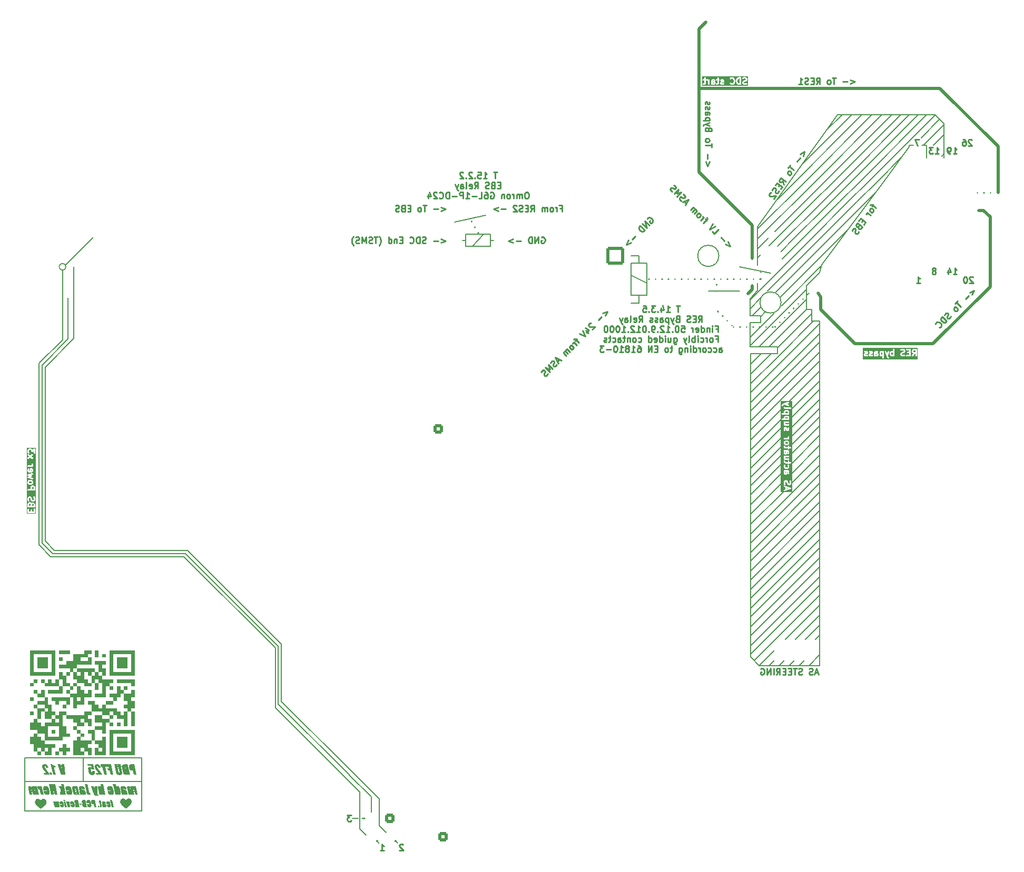
<source format=gbr>
%TF.GenerationSoftware,KiCad,Pcbnew,8.0.5*%
%TF.CreationDate,2025-02-06T19:37:53+01:00*%
%TF.ProjectId,FT25_PDU,46543235-5f50-4445-952e-6b696361645f,V1.2*%
%TF.SameCoordinates,Original*%
%TF.FileFunction,Legend,Bot*%
%TF.FilePolarity,Positive*%
%FSLAX46Y46*%
G04 Gerber Fmt 4.6, Leading zero omitted, Abs format (unit mm)*
G04 Created by KiCad (PCBNEW 8.0.5) date 2025-02-06 19:37:53*
%MOMM*%
%LPD*%
G01*
G04 APERTURE LIST*
G04 Aperture macros list*
%AMRoundRect*
0 Rectangle with rounded corners*
0 $1 Rounding radius*
0 $2 $3 $4 $5 $6 $7 $8 $9 X,Y pos of 4 corners*
0 Add a 4 corners polygon primitive as box body*
4,1,4,$2,$3,$4,$5,$6,$7,$8,$9,$2,$3,0*
0 Add four circle primitives for the rounded corners*
1,1,$1+$1,$2,$3*
1,1,$1+$1,$4,$5*
1,1,$1+$1,$6,$7*
1,1,$1+$1,$8,$9*
0 Add four rect primitives between the rounded corners*
20,1,$1+$1,$2,$3,$4,$5,0*
20,1,$1+$1,$4,$5,$6,$7,0*
20,1,$1+$1,$6,$7,$8,$9,0*
20,1,$1+$1,$8,$9,$2,$3,0*%
%AMRotRect*
0 Rectangle, with rotation*
0 The origin of the aperture is its center*
0 $1 length*
0 $2 width*
0 $3 Rotation angle, in degrees counterclockwise*
0 Add horizontal line*
21,1,$1,$2,0,0,$3*%
G04 Aperture macros list end*
%ADD10C,0.150000*%
%ADD11C,0.250000*%
%ADD12C,0.500000*%
%ADD13C,0.300000*%
%ADD14C,0.000000*%
%ADD15R,1.500000X1.500000*%
%ADD16C,1.500000*%
%ADD17C,5.600000*%
%ADD18R,2.400000X2.400000*%
%ADD19C,2.400000*%
%ADD20C,4.300000*%
%ADD21C,1.020000*%
%ADD22RoundRect,0.250001X0.499999X-0.499999X0.499999X0.499999X-0.499999X0.499999X-0.499999X-0.499999X0*%
%ADD23RotRect,1.500000X1.500000X135.000000*%
%ADD24C,3.000000*%
%ADD25R,1.520000X1.520000*%
%ADD26C,1.520000*%
%ADD27C,3.400000*%
%ADD28C,2.250000*%
%ADD29RotRect,1.500000X1.500000X315.000000*%
%ADD30R,1.700000X1.700000*%
%ADD31O,1.700000X1.700000*%
%ADD32C,2.800000*%
%ADD33RoundRect,0.250000X-1.150000X-1.150000X1.150000X-1.150000X1.150000X1.150000X-1.150000X1.150000X0*%
%ADD34RoundRect,0.250001X-0.499999X0.499999X-0.499999X-0.499999X0.499999X-0.499999X0.499999X0.499999X0*%
G04 APERTURE END LIST*
D10*
X241800000Y-123200000D02*
X234700000Y-130300000D01*
X247800000Y-120000000D02*
X258600000Y-109200000D01*
X167500000Y-214800000D02*
X167600000Y-214900000D01*
X171658579Y-226058579D02*
X171729289Y-225987868D01*
X240000000Y-129200000D02*
X236800000Y-132400000D01*
X242800000Y-132200000D02*
X236500000Y-138500000D01*
X242800000Y-133800000D02*
X243000000Y-133600000D01*
X115050000Y-212650000D02*
X133850000Y-212650000D01*
X133850000Y-221200000D01*
X115050000Y-221200000D01*
X115050000Y-212650000D01*
D11*
X235600000Y-143300000D02*
X235635355Y-143264645D01*
X236342462Y-142557538D02*
X236377817Y-142522183D01*
X237084924Y-141815076D02*
X237120280Y-141779720D01*
X237827386Y-141072614D02*
X237862742Y-141037258D01*
X238569848Y-140330152D02*
X238605204Y-140294796D01*
X239312311Y-139587689D02*
X239347666Y-139552334D01*
X240054773Y-138845227D02*
X240090128Y-138809872D01*
X240797235Y-138102765D02*
X240832590Y-138067410D01*
X228900000Y-143300000D02*
X228950000Y-143300000D01*
X229950000Y-143300000D02*
X230000000Y-143300000D01*
X231000000Y-143300000D02*
X231050000Y-143300000D01*
X232050000Y-143300000D02*
X232100000Y-143300000D01*
X233100000Y-143300000D02*
X233150000Y-143300000D01*
X234150000Y-143300000D02*
X234200000Y-143300000D01*
X235200000Y-143300000D02*
X235250000Y-143300000D01*
D10*
X185875000Y-130400000D02*
X185875000Y-128400000D01*
X246400000Y-109200000D02*
X244000000Y-111600000D01*
X169600000Y-222400000D02*
X169600000Y-222500000D01*
X231600000Y-146400000D02*
X240700000Y-137300000D01*
X241500000Y-140500000D02*
X241500000Y-141200000D01*
X167600000Y-214900000D02*
X172000000Y-219300000D01*
X174658579Y-226058579D02*
X174729289Y-225987868D01*
D12*
X223400000Y-118400000D02*
X232000000Y-127000000D01*
X232000000Y-137300000D02*
X231300000Y-138000000D01*
D10*
X115050000Y-216450000D02*
X133850000Y-216450000D01*
X261300000Y-109200000D02*
X245700000Y-109200000D01*
X171658579Y-226058579D02*
X171587868Y-226129289D01*
D12*
X270200000Y-136900000D02*
X270200000Y-125600000D01*
D11*
X226400000Y-140800000D02*
X226435355Y-140835355D01*
X227142462Y-141542462D02*
X227177817Y-141577817D01*
X227884924Y-142284924D02*
X227920280Y-142320280D01*
X228627386Y-143027386D02*
X228662742Y-143062742D01*
D10*
X236200000Y-146500000D02*
X236000000Y-146700000D01*
X260000000Y-114100000D02*
X260000000Y-116100000D01*
X189100000Y-125400000D02*
X184100000Y-126500000D01*
X236000000Y-148200000D02*
X231700000Y-152500000D01*
D11*
X241000000Y-137900000D02*
X241050000Y-137900000D01*
D10*
X155800000Y-204000000D02*
X167100000Y-215300000D01*
X231700000Y-156900000D02*
X242800000Y-145800000D01*
X243100000Y-133300000D02*
X252900000Y-120300000D01*
X235600000Y-128000000D02*
X240400000Y-123200000D01*
X259500000Y-114100000D02*
X262800000Y-110800000D01*
X174729289Y-225987868D02*
X174587868Y-225987868D01*
X212450000Y-138200000D02*
X215000000Y-138200000D01*
X119800000Y-179300000D02*
X141200000Y-179300000D01*
X119200000Y-180300000D02*
X140600000Y-180300000D01*
X262800000Y-115500000D02*
X262400000Y-115900000D01*
X242800000Y-197800000D02*
X233100000Y-197800000D01*
X248800000Y-123200000D02*
X252000000Y-120000000D01*
D12*
X223400000Y-113000000D02*
X223400000Y-96600000D01*
D10*
X233300000Y-141700000D02*
X234100000Y-140900000D01*
X140600000Y-180300000D02*
X155300000Y-195000000D01*
X232800000Y-130800000D02*
X234600000Y-129000000D01*
D11*
X215300000Y-135600000D02*
X215350000Y-135600000D01*
X216350000Y-135600000D02*
X216400000Y-135600000D01*
X217400000Y-135600000D02*
X217450000Y-135600000D01*
X218450000Y-135600000D02*
X218500000Y-135600000D01*
X219500000Y-135600000D02*
X219550000Y-135600000D01*
X220550000Y-135600000D02*
X220600000Y-135600000D01*
X221600000Y-135600000D02*
X221650000Y-135600000D01*
X222650000Y-135600000D02*
X222700000Y-135600000D01*
X223700000Y-135600000D02*
X223750000Y-135600000D01*
X224750000Y-135600000D02*
X224800000Y-135600000D01*
X225800000Y-135600000D02*
X225850000Y-135600000D01*
X226850000Y-135600000D02*
X226900000Y-135600000D01*
X227900000Y-135600000D02*
X227950000Y-135600000D01*
X228950000Y-135600000D02*
X229000000Y-135600000D01*
X230000000Y-135600000D02*
X230050000Y-135600000D01*
X231050000Y-135600000D02*
X231100000Y-135600000D01*
X232100000Y-135600000D02*
X232150000Y-135600000D01*
X233150000Y-135600000D02*
X233200000Y-135600000D01*
D10*
X231600000Y-146500000D02*
X231600000Y-142600000D01*
X167100000Y-215300000D02*
X167300000Y-215500000D01*
X234700000Y-146500000D02*
X240700000Y-140500000D01*
X242800000Y-177500000D02*
X231700000Y-188600000D01*
X231700000Y-193000000D02*
X242800000Y-181900000D01*
X246000000Y-123200000D02*
X249200000Y-120000000D01*
X242800000Y-192900000D02*
X242100000Y-193600000D01*
D12*
X243000000Y-140500000D02*
X248500000Y-146000000D01*
D10*
X241400000Y-129200000D02*
X247400000Y-123200000D01*
X234700000Y-197800000D02*
X235500000Y-197000000D01*
X171587868Y-225987868D02*
X171587868Y-226129289D01*
D11*
X233300000Y-135600000D02*
X233300000Y-135550000D01*
X233300000Y-134550000D02*
X233300000Y-134500000D01*
D10*
X169600000Y-222300000D02*
X169600000Y-222400000D01*
X240400000Y-120000000D02*
X232800000Y-127600000D01*
X117300000Y-149200000D02*
X117300000Y-178400000D01*
X242800000Y-168500000D02*
X231700000Y-179600000D01*
X122900000Y-133700000D02*
X122900000Y-145200000D01*
X215000000Y-138200000D02*
X215000000Y-133100000D01*
X231700000Y-187000000D02*
X242800000Y-175900000D01*
X242800000Y-162400000D02*
X238200000Y-167000000D01*
X232800000Y-132200000D02*
X233300000Y-131700000D01*
X121100000Y-134200000D02*
X121100000Y-145400000D01*
X174587868Y-225987868D02*
X174587868Y-226129289D01*
X243600000Y-120000000D02*
X254400000Y-109200000D01*
X231700000Y-161500000D02*
X236600000Y-156600000D01*
X118300000Y-149800000D02*
X118300000Y-177800000D01*
X239500000Y-197800000D02*
X240300000Y-197000000D01*
X241800000Y-123200000D02*
X245000000Y-120000000D01*
X124450000Y-212650000D02*
X124450000Y-216450000D01*
X121640000Y-133660000D02*
G75*
G02*
X120560000Y-133660000I-540000J0D01*
G01*
X120560000Y-133660000D02*
G75*
G02*
X121640000Y-133660000I540000J0D01*
G01*
X231700000Y-164500000D02*
X236600000Y-159600000D01*
X155300000Y-195000000D02*
X155300000Y-204600000D01*
X185875000Y-129400000D02*
X185375000Y-129400000D01*
X245700000Y-109200000D02*
X232800000Y-127200000D01*
X238600000Y-129200000D02*
X243900000Y-123900000D01*
D12*
X223400000Y-113000000D02*
X223400000Y-118400000D01*
D10*
X231700000Y-190000000D02*
X242800000Y-178900000D01*
X242800000Y-150400000D02*
X237900000Y-155300000D01*
X189875000Y-128400000D02*
X189875000Y-130400000D01*
D11*
X226200000Y-137600000D02*
X226200000Y-137550000D01*
X226200000Y-136550000D02*
X226200000Y-136500000D01*
D10*
X167700000Y-222400000D02*
X168600000Y-222400000D01*
X231700000Y-170300000D02*
X236700000Y-165300000D01*
D12*
X248500000Y-146000000D02*
X261000000Y-146000000D01*
D10*
X243900000Y-123900000D02*
X247800000Y-120000000D01*
X261300000Y-109200000D02*
X262800000Y-110600000D01*
X233300000Y-141500000D02*
X231600000Y-141500000D01*
X231700000Y-166100000D02*
X237250000Y-160550000D01*
X242800000Y-129200000D02*
X248800000Y-123200000D01*
X231600000Y-140400000D02*
X233300000Y-138700000D01*
D12*
X232000000Y-137300000D02*
X232000000Y-136700000D01*
D10*
X231700000Y-168900000D02*
X236700000Y-163900000D01*
X242800000Y-144400000D02*
X231700000Y-155500000D01*
X231700000Y-173500000D02*
X236700000Y-168500000D01*
X117300000Y-178400000D02*
X119200000Y-180300000D01*
X242800000Y-153400000D02*
X238300000Y-157900000D01*
X122900000Y-145200000D02*
X118300000Y-149800000D01*
X242800000Y-180500000D02*
X231700000Y-191600000D01*
X242800000Y-147400000D02*
X231700000Y-158500000D01*
D12*
X270200000Y-125600000D02*
X269100000Y-124600000D01*
D10*
X240700000Y-140500000D02*
X241500000Y-140500000D01*
X240700000Y-136700000D02*
X240700000Y-140500000D01*
X249600000Y-109200000D02*
X236000000Y-122800000D01*
X241500000Y-142400000D02*
X242800000Y-142400000D01*
X174587868Y-226129289D02*
X174658579Y-226058579D01*
X242800000Y-188100000D02*
X237300000Y-193600000D01*
X242800000Y-164000000D02*
X238300000Y-168500000D01*
X257200000Y-114100000D02*
X257900000Y-114100000D01*
X212450000Y-133100000D02*
X212450000Y-138200000D01*
X186975000Y-130400000D02*
X188775000Y-128400000D01*
X231700000Y-147600000D02*
X236000000Y-147600000D01*
D12*
X223400000Y-96600000D02*
X223400000Y-95400000D01*
D10*
X252900000Y-120300000D02*
X257200000Y-114400000D01*
X243600000Y-120000000D02*
X240400000Y-123200000D01*
D11*
X268100000Y-121700000D02*
X268150000Y-121700000D01*
X269150000Y-121700000D02*
X269200000Y-121700000D01*
X270200000Y-121700000D02*
X270250000Y-121700000D01*
D10*
X240400000Y-120000000D02*
X251200000Y-109200000D01*
D12*
X232000000Y-127000000D02*
X232000000Y-132300000D01*
X271500000Y-114300000D02*
X262100000Y-105000000D01*
D10*
X171729289Y-225987868D02*
X171587868Y-225987868D01*
X232800000Y-133400000D02*
X232800000Y-129200000D01*
X249200000Y-120000000D02*
X260000000Y-109200000D01*
X189875000Y-130400000D02*
X185875000Y-130400000D01*
X245000000Y-120000000D02*
X255800000Y-109200000D01*
X232800000Y-129200000D02*
X232800000Y-127200000D01*
X241400000Y-129200000D02*
X231600000Y-139000000D01*
X231700000Y-175100000D02*
X237000000Y-169800000D01*
D12*
X262100000Y-105000000D02*
X223500000Y-105000000D01*
D10*
X250600000Y-120000000D02*
X261300000Y-109300000D01*
X189875000Y-129400000D02*
X190375000Y-129400000D01*
X233100000Y-197800000D02*
X235500000Y-195400000D01*
X231600000Y-138800000D02*
X232800000Y-137500000D01*
X242800000Y-152000000D02*
X238300000Y-156500000D01*
X140850000Y-179800000D02*
X155800000Y-194700000D01*
X236000000Y-147600000D02*
X236000000Y-146500000D01*
X231600000Y-142600000D02*
X233300000Y-142600000D01*
X238600000Y-129200000D02*
X236600000Y-131200000D01*
X171587868Y-226129289D02*
X171658579Y-226058579D01*
X168900000Y-224100000D02*
X169900000Y-225100000D01*
X246400000Y-120000000D02*
X257200000Y-109200000D01*
X155800000Y-194700000D02*
X155800000Y-204000000D01*
X262000000Y-110000000D02*
X259100000Y-112900000D01*
X233300000Y-142600000D02*
X233300000Y-141500000D01*
X231700000Y-153900000D02*
X242800000Y-142800000D01*
X252000000Y-120000000D02*
X256100000Y-115900000D01*
X240000000Y-129200000D02*
X246000000Y-123200000D01*
X185875000Y-128400000D02*
X189875000Y-128400000D01*
X232000000Y-141500000D02*
X233400000Y-140100000D01*
X242800000Y-189700000D02*
X238900000Y-193600000D01*
X242000000Y-120000000D02*
X252800000Y-109200000D01*
D12*
X243000000Y-138500000D02*
X243000000Y-140500000D01*
D10*
X242800000Y-159200000D02*
X238300000Y-163700000D01*
X231700000Y-171900000D02*
X236800000Y-166800000D01*
X167300000Y-215500000D02*
X170750000Y-218950000D01*
X236300000Y-197800000D02*
X237100000Y-197000000D01*
X226602939Y-131900000D02*
G75*
G02*
X223197061Y-131900000I-1702939J0D01*
G01*
X223197061Y-131900000D02*
G75*
G02*
X226602939Y-131900000I1702939J0D01*
G01*
X241500000Y-141200000D02*
X241500000Y-142400000D01*
X224900000Y-137600000D02*
X229900000Y-137600000D01*
X117800000Y-149500000D02*
X117800000Y-178000000D01*
X231600000Y-141500000D02*
X231600000Y-138800000D01*
X174941421Y-226341421D02*
X174658579Y-226058579D01*
X169700000Y-222400000D02*
X169600000Y-222300000D01*
X212450000Y-131850000D02*
X213750000Y-131850000D01*
X121100000Y-145400000D02*
X117300000Y-149200000D01*
X212450000Y-135000000D02*
X215000000Y-136300000D01*
X242800000Y-155000000D02*
X238200000Y-159600000D01*
X232800000Y-136300000D02*
X232800000Y-137500000D01*
X242000000Y-120000000D02*
X232800000Y-129200000D01*
X242800000Y-132200000D02*
X247500000Y-127500000D01*
X231700000Y-196000000D02*
X242800000Y-184900000D01*
X118300000Y-177800000D02*
X119800000Y-179300000D01*
X117800000Y-178000000D02*
X117800000Y-178100000D01*
X213750000Y-139500000D02*
X213750000Y-138250000D01*
X171941421Y-226341421D02*
X171658579Y-226058579D01*
X213750000Y-131850000D02*
X213750000Y-133050000D01*
X236200000Y-146500000D02*
X241500000Y-141200000D01*
X155300000Y-204600000D02*
X168900000Y-218200000D01*
X156300000Y-203600000D02*
X167500000Y-214800000D01*
X168900000Y-218200000D02*
X168900000Y-224100000D01*
X236597056Y-139400000D02*
G75*
G02*
X233202944Y-139400000I-1697056J0D01*
G01*
X233202944Y-139400000D02*
G75*
G02*
X236597056Y-139400000I1697056J0D01*
G01*
X231700000Y-163100000D02*
X236600000Y-158200000D01*
X141200000Y-179300000D02*
X156300000Y-194400000D01*
X242800000Y-129200000D02*
X234400000Y-137600000D01*
X242800000Y-134600000D02*
X240700000Y-136700000D01*
X170750000Y-218950000D02*
X170750000Y-221400000D01*
X242800000Y-165600000D02*
X231700000Y-176700000D01*
X231700000Y-167500000D02*
X236700000Y-162500000D01*
X231700000Y-184000000D02*
X242800000Y-172900000D01*
X233100000Y-197800000D02*
X231700000Y-196400000D01*
D12*
X223400000Y-95400000D02*
X224500000Y-94300000D01*
D10*
X229900000Y-133700000D02*
X234900000Y-134700000D01*
X169600000Y-222500000D02*
X169700000Y-222400000D01*
D12*
X242500000Y-137900000D02*
X243000000Y-138500000D01*
D10*
X243000000Y-133600000D02*
X236700000Y-139900000D01*
X231700000Y-196400000D02*
X231700000Y-147600000D01*
X259200000Y-114100000D02*
X260000000Y-114100000D01*
X231600000Y-145000000D02*
X235500000Y-141100000D01*
X122000000Y-139200000D02*
X122000000Y-138700000D01*
X257200000Y-114400000D02*
X257200000Y-114100000D01*
X212450000Y-139500000D02*
X213750000Y-139500000D01*
X262800000Y-110600000D02*
X262800000Y-116100000D01*
X174658579Y-226058579D02*
X174587868Y-226129289D01*
X231700000Y-150900000D02*
X235000000Y-147600000D01*
D12*
X261000000Y-146000000D02*
X270200000Y-136900000D01*
D10*
X231700000Y-149300000D02*
X233400000Y-147600000D01*
X242800000Y-156400000D02*
X238300000Y-160900000D01*
X119500000Y-179800000D02*
X140850000Y-179800000D01*
D12*
X271500000Y-121700000D02*
X271500000Y-114400000D01*
D10*
X231700000Y-159900000D02*
X242800000Y-148800000D01*
X248000000Y-109200000D02*
X240100000Y-117100000D01*
X117800000Y-178100000D02*
X119500000Y-179800000D01*
X156300000Y-194400000D02*
X156300000Y-203600000D01*
X169600000Y-222400000D02*
X169600000Y-222300000D01*
X243100000Y-123300000D02*
X236000000Y-130400000D01*
X122000000Y-145300000D02*
X117800000Y-149500000D01*
X122000000Y-139200000D02*
X122000000Y-145300000D01*
X231700000Y-178100000D02*
X242800000Y-167000000D01*
X250200000Y-123300000D02*
X252000000Y-121500000D01*
D11*
X187900000Y-128200000D02*
X187874986Y-128156707D01*
X187374709Y-127290842D02*
X187349695Y-127247548D01*
X186849417Y-126381683D02*
X186824403Y-126338390D01*
D10*
X242800000Y-174500000D02*
X231700000Y-185600000D01*
X242800000Y-183500000D02*
X231700000Y-194600000D01*
X236000000Y-148200000D02*
X241800000Y-142400000D01*
X247400000Y-123200000D02*
X250600000Y-120000000D01*
X237900000Y-197800000D02*
X238700000Y-197000000D01*
X242800000Y-142400000D02*
X242800000Y-197800000D01*
X241100000Y-197800000D02*
X242800000Y-196100000D01*
X242800000Y-157800000D02*
X238300000Y-162300000D01*
D12*
X269100000Y-124600000D02*
X268400000Y-124600000D01*
D10*
X242800000Y-160800000D02*
X238200000Y-165400000D01*
X242800000Y-130700000D02*
X235800000Y-137700000D01*
X261100000Y-114100000D02*
X262800000Y-112400000D01*
X231700000Y-147700000D02*
X231800000Y-147600000D01*
X242800000Y-191300000D02*
X240500000Y-193600000D01*
X172000000Y-223600000D02*
X173100000Y-224700000D01*
X242800000Y-186500000D02*
X232300000Y-197000000D01*
X242800000Y-171500000D02*
X231700000Y-182600000D01*
X172000000Y-219300000D02*
X172000000Y-223600000D01*
X236000000Y-146500000D02*
X231600000Y-146500000D01*
X215000000Y-133100000D02*
X212450000Y-133100000D01*
X246400000Y-120000000D02*
X243100000Y-123300000D01*
X240700000Y-138900000D02*
X233100000Y-146500000D01*
X169200000Y-222400000D02*
X169600000Y-222400000D01*
X242800000Y-130700000D02*
X250200000Y-123300000D01*
X126000000Y-128900000D02*
X121600000Y-133300000D01*
X231700000Y-181000000D02*
X242800000Y-169900000D01*
X243100000Y-133300000D02*
X242800000Y-134600000D01*
D11*
X225077783Y-116758067D02*
X224792069Y-117519971D01*
X224792069Y-117519971D02*
X224506355Y-116758067D01*
X224792069Y-116281876D02*
X224792069Y-115519972D01*
X225411116Y-114424733D02*
X225411116Y-113853305D01*
X224411116Y-114139019D02*
X225411116Y-114139019D01*
X224411116Y-113377114D02*
X224458736Y-113472352D01*
X224458736Y-113472352D02*
X224506355Y-113519971D01*
X224506355Y-113519971D02*
X224601593Y-113567590D01*
X224601593Y-113567590D02*
X224887307Y-113567590D01*
X224887307Y-113567590D02*
X224982545Y-113519971D01*
X224982545Y-113519971D02*
X225030164Y-113472352D01*
X225030164Y-113472352D02*
X225077783Y-113377114D01*
X225077783Y-113377114D02*
X225077783Y-113234257D01*
X225077783Y-113234257D02*
X225030164Y-113139019D01*
X225030164Y-113139019D02*
X224982545Y-113091400D01*
X224982545Y-113091400D02*
X224887307Y-113043781D01*
X224887307Y-113043781D02*
X224601593Y-113043781D01*
X224601593Y-113043781D02*
X224506355Y-113091400D01*
X224506355Y-113091400D02*
X224458736Y-113139019D01*
X224458736Y-113139019D02*
X224411116Y-113234257D01*
X224411116Y-113234257D02*
X224411116Y-113377114D01*
X224934926Y-111519971D02*
X224887307Y-111377114D01*
X224887307Y-111377114D02*
X224839688Y-111329495D01*
X224839688Y-111329495D02*
X224744450Y-111281876D01*
X224744450Y-111281876D02*
X224601593Y-111281876D01*
X224601593Y-111281876D02*
X224506355Y-111329495D01*
X224506355Y-111329495D02*
X224458736Y-111377114D01*
X224458736Y-111377114D02*
X224411116Y-111472352D01*
X224411116Y-111472352D02*
X224411116Y-111853304D01*
X224411116Y-111853304D02*
X225411116Y-111853304D01*
X225411116Y-111853304D02*
X225411116Y-111519971D01*
X225411116Y-111519971D02*
X225363497Y-111424733D01*
X225363497Y-111424733D02*
X225315878Y-111377114D01*
X225315878Y-111377114D02*
X225220640Y-111329495D01*
X225220640Y-111329495D02*
X225125402Y-111329495D01*
X225125402Y-111329495D02*
X225030164Y-111377114D01*
X225030164Y-111377114D02*
X224982545Y-111424733D01*
X224982545Y-111424733D02*
X224934926Y-111519971D01*
X224934926Y-111519971D02*
X224934926Y-111853304D01*
X225077783Y-110948542D02*
X224411116Y-110710447D01*
X225077783Y-110472352D02*
X224411116Y-110710447D01*
X224411116Y-110710447D02*
X224173021Y-110805685D01*
X224173021Y-110805685D02*
X224125402Y-110853304D01*
X224125402Y-110853304D02*
X224077783Y-110948542D01*
X225077783Y-110091399D02*
X224077783Y-110091399D01*
X225030164Y-110091399D02*
X225077783Y-109996161D01*
X225077783Y-109996161D02*
X225077783Y-109805685D01*
X225077783Y-109805685D02*
X225030164Y-109710447D01*
X225030164Y-109710447D02*
X224982545Y-109662828D01*
X224982545Y-109662828D02*
X224887307Y-109615209D01*
X224887307Y-109615209D02*
X224601593Y-109615209D01*
X224601593Y-109615209D02*
X224506355Y-109662828D01*
X224506355Y-109662828D02*
X224458736Y-109710447D01*
X224458736Y-109710447D02*
X224411116Y-109805685D01*
X224411116Y-109805685D02*
X224411116Y-109996161D01*
X224411116Y-109996161D02*
X224458736Y-110091399D01*
X224411116Y-108758066D02*
X224934926Y-108758066D01*
X224934926Y-108758066D02*
X225030164Y-108805685D01*
X225030164Y-108805685D02*
X225077783Y-108900923D01*
X225077783Y-108900923D02*
X225077783Y-109091399D01*
X225077783Y-109091399D02*
X225030164Y-109186637D01*
X224458736Y-108758066D02*
X224411116Y-108853304D01*
X224411116Y-108853304D02*
X224411116Y-109091399D01*
X224411116Y-109091399D02*
X224458736Y-109186637D01*
X224458736Y-109186637D02*
X224553974Y-109234256D01*
X224553974Y-109234256D02*
X224649212Y-109234256D01*
X224649212Y-109234256D02*
X224744450Y-109186637D01*
X224744450Y-109186637D02*
X224792069Y-109091399D01*
X224792069Y-109091399D02*
X224792069Y-108853304D01*
X224792069Y-108853304D02*
X224839688Y-108758066D01*
X224458736Y-108329494D02*
X224411116Y-108234256D01*
X224411116Y-108234256D02*
X224411116Y-108043780D01*
X224411116Y-108043780D02*
X224458736Y-107948542D01*
X224458736Y-107948542D02*
X224553974Y-107900923D01*
X224553974Y-107900923D02*
X224601593Y-107900923D01*
X224601593Y-107900923D02*
X224696831Y-107948542D01*
X224696831Y-107948542D02*
X224744450Y-108043780D01*
X224744450Y-108043780D02*
X224744450Y-108186637D01*
X224744450Y-108186637D02*
X224792069Y-108281875D01*
X224792069Y-108281875D02*
X224887307Y-108329494D01*
X224887307Y-108329494D02*
X224934926Y-108329494D01*
X224934926Y-108329494D02*
X225030164Y-108281875D01*
X225030164Y-108281875D02*
X225077783Y-108186637D01*
X225077783Y-108186637D02*
X225077783Y-108043780D01*
X225077783Y-108043780D02*
X225030164Y-107948542D01*
X224458736Y-107519970D02*
X224411116Y-107424732D01*
X224411116Y-107424732D02*
X224411116Y-107234256D01*
X224411116Y-107234256D02*
X224458736Y-107139018D01*
X224458736Y-107139018D02*
X224553974Y-107091399D01*
X224553974Y-107091399D02*
X224601593Y-107091399D01*
X224601593Y-107091399D02*
X224696831Y-107139018D01*
X224696831Y-107139018D02*
X224744450Y-107234256D01*
X224744450Y-107234256D02*
X224744450Y-107377113D01*
X224744450Y-107377113D02*
X224792069Y-107472351D01*
X224792069Y-107472351D02*
X224887307Y-107519970D01*
X224887307Y-107519970D02*
X224934926Y-107519970D01*
X224934926Y-107519970D02*
X225030164Y-107472351D01*
X225030164Y-107472351D02*
X225077783Y-107377113D01*
X225077783Y-107377113D02*
X225077783Y-107234256D01*
X225077783Y-107234256D02*
X225030164Y-107139018D01*
D13*
G36*
X120290683Y-213706793D02*
G01*
X120860746Y-215395000D01*
X121525331Y-215395000D01*
X121422749Y-213706793D01*
X120951604Y-213706793D01*
X120959912Y-213793518D01*
X120968348Y-213878664D01*
X120976913Y-213962229D01*
X120985607Y-214044214D01*
X120994430Y-214124620D01*
X121003382Y-214203446D01*
X121012462Y-214280691D01*
X121021671Y-214356357D01*
X121031009Y-214430443D01*
X121045258Y-214538609D01*
X121059796Y-214643220D01*
X121074624Y-214744276D01*
X121089742Y-214841778D01*
X121099982Y-214904804D01*
X121076330Y-214810702D01*
X121052910Y-214718950D01*
X121029721Y-214629549D01*
X121006765Y-214542498D01*
X120984040Y-214457799D01*
X120961547Y-214375449D01*
X120939287Y-214295451D01*
X120917257Y-214217802D01*
X120895460Y-214142505D01*
X120873895Y-214069558D01*
X120859647Y-214022233D01*
X120763293Y-213706793D01*
X120290683Y-213706793D01*
G37*
G36*
X119216503Y-213706793D02*
G01*
X119567480Y-215395000D01*
X119998691Y-215395000D01*
X119807815Y-214476891D01*
X119792165Y-214399531D01*
X119777865Y-214322377D01*
X119768586Y-214249556D01*
X119768614Y-214247180D01*
X119801587Y-214193691D01*
X119876892Y-214178702D01*
X119954730Y-214175809D01*
X119971580Y-214175739D01*
X120026168Y-214175739D01*
X119984036Y-213972407D01*
X119907729Y-213954072D01*
X119835063Y-213931489D01*
X119766038Y-213904658D01*
X119684876Y-213865147D01*
X119609403Y-213818999D01*
X119539618Y-213766214D01*
X119475522Y-213706793D01*
X119216503Y-213706793D01*
G37*
G36*
X119052738Y-215043290D02*
G01*
X119125645Y-215395000D01*
X119456838Y-215395000D01*
X119383931Y-215043290D01*
X119052738Y-215043290D01*
G37*
G36*
X118078575Y-215137079D02*
G01*
X118132065Y-215395000D01*
X119051639Y-215395000D01*
X119009507Y-215190568D01*
X118943112Y-215105055D01*
X118880123Y-215023729D01*
X118820540Y-214946591D01*
X118764364Y-214873640D01*
X118711593Y-214804877D01*
X118662228Y-214740301D01*
X118616269Y-214679912D01*
X118553718Y-214597181D01*
X118498830Y-214523871D01*
X118451605Y-214459983D01*
X118400560Y-214389455D01*
X118355913Y-214324849D01*
X118312479Y-214256245D01*
X118273444Y-214186470D01*
X118243050Y-214118976D01*
X118228052Y-214068761D01*
X118221393Y-213993576D01*
X118226953Y-213971308D01*
X118278610Y-213941266D01*
X118345712Y-213973929D01*
X118347487Y-213976071D01*
X118378872Y-214044008D01*
X118398412Y-214121151D01*
X118434315Y-214292976D01*
X118822661Y-214292976D01*
X118807274Y-214219337D01*
X118790997Y-214146371D01*
X118770552Y-214069471D01*
X118747557Y-214000983D01*
X118712314Y-213930879D01*
X118669381Y-213871459D01*
X118643509Y-213841981D01*
X118585171Y-213788589D01*
X118519518Y-213746017D01*
X118471684Y-213723646D01*
X118400223Y-213700701D01*
X118322354Y-213687281D01*
X118246004Y-213683346D01*
X118171967Y-213686539D01*
X118092592Y-213698801D01*
X118013044Y-213724729D01*
X117947555Y-213763175D01*
X117896126Y-213814138D01*
X117854154Y-213883816D01*
X117830089Y-213962057D01*
X117823720Y-214037544D01*
X117831061Y-214119587D01*
X117835676Y-214144232D01*
X117855872Y-214219634D01*
X117885318Y-214297097D01*
X117918673Y-214366568D01*
X117959109Y-214437617D01*
X117971963Y-214458206D01*
X118022951Y-214532416D01*
X118069937Y-214595500D01*
X118127319Y-214669471D01*
X118177178Y-214732094D01*
X118232884Y-214800843D01*
X118294437Y-214875715D01*
X118361838Y-214956712D01*
X118410021Y-215014112D01*
X118460802Y-215074235D01*
X118514183Y-215137079D01*
X118078575Y-215137079D01*
G37*
D11*
G36*
X252886716Y-147839619D02*
G01*
X252755511Y-147839619D01*
X252704809Y-147814268D01*
X252685877Y-147795336D01*
X252660526Y-147744634D01*
X252660526Y-147517936D01*
X252685876Y-147467234D01*
X252704809Y-147448302D01*
X252755511Y-147422952D01*
X252886716Y-147422952D01*
X252886716Y-147839619D01*
G37*
G36*
X252013784Y-147724454D02*
G01*
X252029573Y-147756031D01*
X252029573Y-147792252D01*
X252013783Y-147823831D01*
X251982208Y-147839619D01*
X251803383Y-147839619D01*
X251803383Y-147708666D01*
X251982208Y-147708666D01*
X252013784Y-147724454D01*
G37*
G36*
X254553383Y-147839619D02*
G01*
X254422178Y-147839619D01*
X254371476Y-147814268D01*
X254352544Y-147795336D01*
X254327193Y-147744634D01*
X254327193Y-147517936D01*
X254352543Y-147467234D01*
X254371476Y-147448302D01*
X254422178Y-147422952D01*
X254553383Y-147422952D01*
X254553383Y-147839619D01*
G37*
G36*
X258172431Y-147363428D02*
G01*
X257945988Y-147363428D01*
X257895286Y-147338077D01*
X257876353Y-147319145D01*
X257851003Y-147268444D01*
X257851003Y-147184603D01*
X257876353Y-147133901D01*
X257895286Y-147114969D01*
X257945988Y-147089619D01*
X258172431Y-147089619D01*
X258172431Y-147363428D01*
G37*
G36*
X258547431Y-148546970D02*
G01*
X249761716Y-148546970D01*
X249761716Y-147774142D01*
X249886716Y-147774142D01*
X249886716Y-147821761D01*
X249889118Y-147846147D01*
X249890836Y-147850296D01*
X249891155Y-147854776D01*
X249899912Y-147877662D01*
X249947531Y-147972901D01*
X249950098Y-147976979D01*
X249950740Y-147978904D01*
X249952818Y-147981300D01*
X249960585Y-147993638D01*
X249972427Y-148003909D01*
X249982696Y-148015749D01*
X249995029Y-148023513D01*
X249997430Y-148025595D01*
X249999357Y-148026237D01*
X250003433Y-148028803D01*
X250098671Y-148076422D01*
X250121557Y-148085180D01*
X250126037Y-148085498D01*
X250130187Y-148087217D01*
X250154573Y-148089619D01*
X250345049Y-148089619D01*
X250369435Y-148087217D01*
X250373583Y-148085498D01*
X250378065Y-148085180D01*
X250400951Y-148076422D01*
X250496188Y-148028804D01*
X250516926Y-148015749D01*
X250548882Y-147978904D01*
X250564305Y-147932634D01*
X250560847Y-147883984D01*
X250539036Y-147840361D01*
X250502191Y-147808405D01*
X250455920Y-147792982D01*
X250407271Y-147796439D01*
X250384385Y-147805197D01*
X250315541Y-147839619D01*
X250184082Y-147839619D01*
X250152505Y-147823830D01*
X250139565Y-147797951D01*
X250151470Y-147774142D01*
X250696240Y-147774142D01*
X250696240Y-147821761D01*
X250698642Y-147846147D01*
X250700360Y-147850296D01*
X250700679Y-147854776D01*
X250709436Y-147877662D01*
X250757055Y-147972901D01*
X250759622Y-147976979D01*
X250760264Y-147978904D01*
X250762342Y-147981300D01*
X250770109Y-147993638D01*
X250781951Y-148003909D01*
X250792220Y-148015749D01*
X250804553Y-148023513D01*
X250806954Y-148025595D01*
X250808881Y-148026237D01*
X250812957Y-148028803D01*
X250908195Y-148076422D01*
X250931081Y-148085180D01*
X250935561Y-148085498D01*
X250939711Y-148087217D01*
X250964097Y-148089619D01*
X251154573Y-148089619D01*
X251178959Y-148087217D01*
X251183107Y-148085498D01*
X251187589Y-148085180D01*
X251210475Y-148076422D01*
X251305712Y-148028804D01*
X251326450Y-148015749D01*
X251358406Y-147978904D01*
X251373829Y-147932634D01*
X251370371Y-147883984D01*
X251348560Y-147840361D01*
X251311715Y-147808405D01*
X251265444Y-147792982D01*
X251216795Y-147796439D01*
X251193909Y-147805197D01*
X251125065Y-147839619D01*
X250993606Y-147839619D01*
X250962029Y-147823830D01*
X250949089Y-147797951D01*
X250962028Y-147772073D01*
X250993606Y-147756285D01*
X251106954Y-147756285D01*
X251131340Y-147753883D01*
X251135488Y-147752164D01*
X251139970Y-147751846D01*
X251162856Y-147743088D01*
X251258093Y-147695470D01*
X251262171Y-147692902D01*
X251264096Y-147692261D01*
X251266493Y-147690181D01*
X251278831Y-147682415D01*
X251289100Y-147670574D01*
X251300941Y-147660305D01*
X251308707Y-147647968D01*
X251310787Y-147645570D01*
X251311428Y-147643644D01*
X251313995Y-147639568D01*
X251361614Y-147544330D01*
X251370372Y-147521444D01*
X251370690Y-147516963D01*
X251372409Y-147512814D01*
X251374811Y-147488428D01*
X251374811Y-147440809D01*
X251553383Y-147440809D01*
X251553383Y-147964619D01*
X251555785Y-147989005D01*
X251574449Y-148034065D01*
X251608937Y-148068553D01*
X251653997Y-148087217D01*
X251702769Y-148087217D01*
X251723494Y-148078632D01*
X251740605Y-148085180D01*
X251745085Y-148085498D01*
X251749235Y-148087217D01*
X251773621Y-148089619D01*
X252011716Y-148089619D01*
X252036102Y-148087217D01*
X252040250Y-148085498D01*
X252044732Y-148085180D01*
X252067618Y-148076422D01*
X252162855Y-148028804D01*
X252166932Y-148026237D01*
X252168859Y-148025595D01*
X252171258Y-148023513D01*
X252183593Y-148015749D01*
X252193859Y-148003911D01*
X252205704Y-147993639D01*
X252213471Y-147981299D01*
X252215549Y-147978904D01*
X252216190Y-147976980D01*
X252218758Y-147972901D01*
X252266377Y-147877662D01*
X252275134Y-147854777D01*
X252275452Y-147850296D01*
X252277171Y-147846147D01*
X252279573Y-147821761D01*
X252279573Y-147726523D01*
X252277171Y-147702137D01*
X252275452Y-147697987D01*
X252275134Y-147693507D01*
X252266376Y-147670621D01*
X252218757Y-147575383D01*
X252216190Y-147571306D01*
X252215549Y-147569381D01*
X252213469Y-147566982D01*
X252205703Y-147554646D01*
X252193862Y-147544376D01*
X252183593Y-147532536D01*
X252171255Y-147524769D01*
X252168858Y-147522690D01*
X252166933Y-147522048D01*
X252162855Y-147519481D01*
X252100748Y-147488428D01*
X252410526Y-147488428D01*
X252410526Y-147774142D01*
X252412928Y-147798528D01*
X252414646Y-147802676D01*
X252414965Y-147807158D01*
X252423723Y-147830044D01*
X252471341Y-147925281D01*
X252477948Y-147935777D01*
X252479211Y-147938825D01*
X252482028Y-147942258D01*
X252484396Y-147946019D01*
X252486890Y-147948182D01*
X252494756Y-147957767D01*
X252542375Y-148005387D01*
X252551963Y-148013256D01*
X252554125Y-148015749D01*
X252557879Y-148018112D01*
X252561316Y-148020933D01*
X252564369Y-148022197D01*
X252574862Y-148028803D01*
X252670100Y-148076422D01*
X252692986Y-148085180D01*
X252697466Y-148085498D01*
X252701616Y-148087217D01*
X252726002Y-148089619D01*
X252886716Y-148089619D01*
X252886716Y-148297952D01*
X252889118Y-148322338D01*
X252907782Y-148367398D01*
X252942270Y-148401886D01*
X252987330Y-148420550D01*
X253036102Y-148420550D01*
X253081162Y-148401886D01*
X253115650Y-148367398D01*
X253134314Y-148322338D01*
X253136716Y-148297952D01*
X253136716Y-147316221D01*
X253269011Y-147316221D01*
X253274951Y-147339994D01*
X253513046Y-148006661D01*
X253514049Y-148008784D01*
X253514704Y-148011043D01*
X253609942Y-148249138D01*
X253621229Y-148270887D01*
X253621772Y-148271443D01*
X253622069Y-148272160D01*
X253637614Y-148291102D01*
X253685232Y-148338721D01*
X253694820Y-148346590D01*
X253696982Y-148349082D01*
X253700739Y-148351447D01*
X253704174Y-148354266D01*
X253707224Y-148355529D01*
X253717719Y-148362136D01*
X253812957Y-148409755D01*
X253835843Y-148418513D01*
X253884492Y-148421970D01*
X253930763Y-148406547D01*
X253967608Y-148374591D01*
X253989419Y-148330968D01*
X253992877Y-148282318D01*
X253977454Y-148236048D01*
X253945498Y-148199203D01*
X253924760Y-148186148D01*
X253847666Y-148147601D01*
X253832533Y-148132469D01*
X253764391Y-147962114D01*
X253933565Y-147488428D01*
X254077193Y-147488428D01*
X254077193Y-147774142D01*
X254079595Y-147798528D01*
X254081313Y-147802676D01*
X254081632Y-147807158D01*
X254090390Y-147830044D01*
X254138008Y-147925281D01*
X254144615Y-147935777D01*
X254145878Y-147938825D01*
X254148695Y-147942258D01*
X254151063Y-147946019D01*
X254153557Y-147948182D01*
X254161423Y-147957767D01*
X254209042Y-148005387D01*
X254218630Y-148013256D01*
X254220792Y-148015749D01*
X254224546Y-148018112D01*
X254227983Y-148020933D01*
X254231036Y-148022197D01*
X254241529Y-148028803D01*
X254336767Y-148076422D01*
X254359653Y-148085180D01*
X254364133Y-148085498D01*
X254368283Y-148087217D01*
X254392669Y-148089619D01*
X254583145Y-148089619D01*
X254607531Y-148087217D01*
X254611679Y-148085498D01*
X254616161Y-148085180D01*
X254633271Y-148078632D01*
X254653997Y-148087217D01*
X254702769Y-148087217D01*
X254747829Y-148068553D01*
X254782317Y-148034065D01*
X254800981Y-147989005D01*
X254803383Y-147964619D01*
X254803383Y-147678904D01*
X255743860Y-147678904D01*
X255743860Y-147774142D01*
X255746262Y-147798528D01*
X255747980Y-147802676D01*
X255748299Y-147807158D01*
X255757057Y-147830044D01*
X255804675Y-147925281D01*
X255811282Y-147935777D01*
X255812545Y-147938825D01*
X255815362Y-147942258D01*
X255817730Y-147946019D01*
X255820224Y-147948182D01*
X255828090Y-147957767D01*
X255875709Y-148005387D01*
X255885297Y-148013256D01*
X255887459Y-148015749D01*
X255891213Y-148018112D01*
X255894650Y-148020933D01*
X255897703Y-148022197D01*
X255908196Y-148028803D01*
X256003434Y-148076422D01*
X256026320Y-148085180D01*
X256030800Y-148085498D01*
X256034950Y-148087217D01*
X256059336Y-148089619D01*
X256297431Y-148089619D01*
X256309774Y-148088403D01*
X256313065Y-148088637D01*
X256317394Y-148087652D01*
X256321817Y-148087217D01*
X256324868Y-148085953D01*
X256336959Y-148083204D01*
X256479816Y-148035586D01*
X256502191Y-148025595D01*
X256539037Y-147993640D01*
X256560849Y-147950016D01*
X256564306Y-147901366D01*
X256548883Y-147855097D01*
X256516927Y-147818251D01*
X256473303Y-147796439D01*
X256424653Y-147792982D01*
X256400759Y-147798415D01*
X256277148Y-147839619D01*
X256088845Y-147839619D01*
X256038143Y-147814268D01*
X256019211Y-147795336D01*
X255993860Y-147744634D01*
X255993860Y-147708412D01*
X256019210Y-147657710D01*
X256038143Y-147638778D01*
X256102964Y-147606368D01*
X256280129Y-147562077D01*
X256281928Y-147561433D01*
X256282828Y-147561370D01*
X256292974Y-147557487D01*
X256303204Y-147553832D01*
X256303928Y-147553295D01*
X256305714Y-147552612D01*
X256400951Y-147504994D01*
X256411449Y-147498384D01*
X256414496Y-147497123D01*
X256417927Y-147494307D01*
X256421689Y-147491939D01*
X256423852Y-147489444D01*
X256433438Y-147481578D01*
X256481057Y-147433960D01*
X256488926Y-147424371D01*
X256491418Y-147422210D01*
X256493783Y-147418452D01*
X256496602Y-147415018D01*
X256497865Y-147411967D01*
X256504472Y-147401473D01*
X256552091Y-147306235D01*
X256560849Y-147283349D01*
X256561167Y-147278868D01*
X256562886Y-147274719D01*
X256565288Y-147250333D01*
X256565288Y-147155095D01*
X256562886Y-147130709D01*
X256561167Y-147126559D01*
X256560849Y-147122079D01*
X256552091Y-147099193D01*
X256504472Y-147003955D01*
X256497865Y-146993460D01*
X256496602Y-146990410D01*
X256493783Y-146986975D01*
X256491418Y-146983218D01*
X256488926Y-146981056D01*
X256481057Y-146971468D01*
X256449821Y-146940233D01*
X256698643Y-146940233D01*
X256698643Y-146989005D01*
X256717307Y-147034065D01*
X256751795Y-147068553D01*
X256796855Y-147087217D01*
X256821241Y-147089619D01*
X257172431Y-147089619D01*
X257172431Y-147315809D01*
X256964098Y-147315809D01*
X256939712Y-147318211D01*
X256894652Y-147336875D01*
X256860164Y-147371363D01*
X256841500Y-147416423D01*
X256841500Y-147465195D01*
X256860164Y-147510255D01*
X256894652Y-147544743D01*
X256939712Y-147563407D01*
X256964098Y-147565809D01*
X257172431Y-147565809D01*
X257172431Y-147839619D01*
X256821241Y-147839619D01*
X256796855Y-147842021D01*
X256751795Y-147860685D01*
X256717307Y-147895173D01*
X256698643Y-147940233D01*
X256698643Y-147989005D01*
X256717307Y-148034065D01*
X256751795Y-148068553D01*
X256796855Y-148087217D01*
X256821241Y-148089619D01*
X257297431Y-148089619D01*
X257321817Y-148087217D01*
X257366877Y-148068553D01*
X257401365Y-148034065D01*
X257420029Y-147989005D01*
X257422431Y-147964619D01*
X257422431Y-147155095D01*
X257601003Y-147155095D01*
X257601003Y-147297952D01*
X257603405Y-147322338D01*
X257605123Y-147326486D01*
X257605442Y-147330968D01*
X257614200Y-147353854D01*
X257661818Y-147449091D01*
X257668427Y-147459589D01*
X257669689Y-147462636D01*
X257672504Y-147466067D01*
X257674873Y-147469829D01*
X257677367Y-147471992D01*
X257685234Y-147481578D01*
X257732852Y-147529197D01*
X257742440Y-147537066D01*
X257744602Y-147539558D01*
X257748359Y-147541923D01*
X257751794Y-147544742D01*
X257754844Y-147546005D01*
X257765339Y-147552612D01*
X257836810Y-147588347D01*
X257623599Y-147892936D01*
X257611582Y-147914292D01*
X257601032Y-147961909D01*
X257609508Y-148009940D01*
X257635720Y-148051071D01*
X257675676Y-148079040D01*
X257723293Y-148089590D01*
X257771324Y-148081114D01*
X257812455Y-148054902D01*
X257828407Y-148036302D01*
X258124418Y-147613428D01*
X258172431Y-147613428D01*
X258172431Y-147964619D01*
X258174833Y-147989005D01*
X258193497Y-148034065D01*
X258227985Y-148068553D01*
X258273045Y-148087217D01*
X258321817Y-148087217D01*
X258366877Y-148068553D01*
X258401365Y-148034065D01*
X258420029Y-147989005D01*
X258422431Y-147964619D01*
X258422431Y-146964619D01*
X258420029Y-146940233D01*
X258401365Y-146895173D01*
X258366877Y-146860685D01*
X258321817Y-146842021D01*
X258297431Y-146839619D01*
X257916479Y-146839619D01*
X257892093Y-146842021D01*
X257887943Y-146843739D01*
X257883463Y-146844058D01*
X257860577Y-146852816D01*
X257765339Y-146900435D01*
X257754844Y-146907041D01*
X257751794Y-146908305D01*
X257748359Y-146911123D01*
X257744602Y-146913489D01*
X257742440Y-146915980D01*
X257732852Y-146923850D01*
X257685234Y-146971469D01*
X257677367Y-146981054D01*
X257674873Y-146983218D01*
X257672504Y-146986979D01*
X257669689Y-146990411D01*
X257668427Y-146993457D01*
X257661818Y-147003956D01*
X257614200Y-147099193D01*
X257605442Y-147122079D01*
X257605123Y-147126560D01*
X257603405Y-147130709D01*
X257601003Y-147155095D01*
X257422431Y-147155095D01*
X257422431Y-146964619D01*
X257420029Y-146940233D01*
X257401365Y-146895173D01*
X257366877Y-146860685D01*
X257321817Y-146842021D01*
X257297431Y-146839619D01*
X256821241Y-146839619D01*
X256796855Y-146842021D01*
X256751795Y-146860685D01*
X256717307Y-146895173D01*
X256698643Y-146940233D01*
X256449821Y-146940233D01*
X256433438Y-146923850D01*
X256423852Y-146915983D01*
X256421689Y-146913489D01*
X256417927Y-146911120D01*
X256414496Y-146908305D01*
X256411449Y-146907043D01*
X256400951Y-146900434D01*
X256305714Y-146852816D01*
X256282828Y-146844058D01*
X256278346Y-146843739D01*
X256274198Y-146842021D01*
X256249812Y-146839619D01*
X256011717Y-146839619D01*
X255999373Y-146840834D01*
X255996082Y-146840601D01*
X255991752Y-146841585D01*
X255987331Y-146842021D01*
X255984281Y-146843284D01*
X255972188Y-146846034D01*
X255829332Y-146893653D01*
X255806957Y-146903643D01*
X255770111Y-146935598D01*
X255748299Y-146979223D01*
X255744842Y-147027872D01*
X255760265Y-147074141D01*
X255792220Y-147110987D01*
X255835845Y-147132799D01*
X255884494Y-147136256D01*
X255908388Y-147130823D01*
X256032003Y-147089619D01*
X256220304Y-147089619D01*
X256271005Y-147114969D01*
X256289937Y-147133902D01*
X256315288Y-147184603D01*
X256315288Y-147220824D01*
X256289937Y-147271525D01*
X256271005Y-147290458D01*
X256206185Y-147322868D01*
X256029019Y-147367160D01*
X256027219Y-147367803D01*
X256026320Y-147367867D01*
X256016173Y-147371749D01*
X256005944Y-147375405D01*
X256005219Y-147375941D01*
X256003434Y-147376625D01*
X255908196Y-147424244D01*
X255897701Y-147430850D01*
X255894651Y-147432114D01*
X255891216Y-147434932D01*
X255887459Y-147437298D01*
X255885297Y-147439789D01*
X255875709Y-147447659D01*
X255828091Y-147495278D01*
X255820224Y-147504863D01*
X255817730Y-147507027D01*
X255815361Y-147510788D01*
X255812546Y-147514220D01*
X255811284Y-147517266D01*
X255804675Y-147527765D01*
X255757057Y-147623002D01*
X255748299Y-147645888D01*
X255747980Y-147650369D01*
X255746262Y-147654518D01*
X255743860Y-147678904D01*
X254803383Y-147678904D01*
X254803383Y-146964619D01*
X254800981Y-146940233D01*
X254782317Y-146895173D01*
X254747829Y-146860685D01*
X254702769Y-146842021D01*
X254653997Y-146842021D01*
X254608937Y-146860685D01*
X254574449Y-146895173D01*
X254555785Y-146940233D01*
X254553383Y-146964619D01*
X254553383Y-147172952D01*
X254392669Y-147172952D01*
X254368283Y-147175354D01*
X254364133Y-147177072D01*
X254359653Y-147177391D01*
X254336767Y-147186149D01*
X254241529Y-147233768D01*
X254231034Y-147240374D01*
X254227984Y-147241638D01*
X254224549Y-147244456D01*
X254220792Y-147246822D01*
X254218630Y-147249313D01*
X254209042Y-147257183D01*
X254161424Y-147304802D01*
X254153557Y-147314387D01*
X254151063Y-147316551D01*
X254148694Y-147320312D01*
X254145879Y-147323744D01*
X254144617Y-147326790D01*
X254138008Y-147337289D01*
X254090390Y-147432526D01*
X254081632Y-147455412D01*
X254081313Y-147459893D01*
X254079595Y-147464042D01*
X254077193Y-147488428D01*
X253933565Y-147488428D01*
X253986577Y-147339994D01*
X253992516Y-147316221D01*
X253990095Y-147267509D01*
X253969216Y-147223430D01*
X253933058Y-147190698D01*
X253887128Y-147174295D01*
X253838415Y-147176716D01*
X253794337Y-147197595D01*
X253761605Y-147233753D01*
X253751141Y-147255910D01*
X253630764Y-147592966D01*
X253510387Y-147255910D01*
X253499923Y-147233753D01*
X253467191Y-147197595D01*
X253423112Y-147176716D01*
X253374400Y-147174294D01*
X253328470Y-147190698D01*
X253292312Y-147223430D01*
X253271433Y-147267509D01*
X253269011Y-147316221D01*
X253136716Y-147316221D01*
X253136716Y-147297952D01*
X253134314Y-147273566D01*
X253115650Y-147228506D01*
X253081162Y-147194018D01*
X253036102Y-147175354D01*
X252987330Y-147175354D01*
X252966604Y-147183938D01*
X252949494Y-147177391D01*
X252945012Y-147177072D01*
X252940864Y-147175354D01*
X252916478Y-147172952D01*
X252726002Y-147172952D01*
X252701616Y-147175354D01*
X252697466Y-147177072D01*
X252692986Y-147177391D01*
X252670100Y-147186149D01*
X252574862Y-147233768D01*
X252564367Y-147240374D01*
X252561317Y-147241638D01*
X252557882Y-147244456D01*
X252554125Y-147246822D01*
X252551963Y-147249313D01*
X252542375Y-147257183D01*
X252494757Y-147304802D01*
X252486890Y-147314387D01*
X252484396Y-147316551D01*
X252482027Y-147320312D01*
X252479212Y-147323744D01*
X252477950Y-147326790D01*
X252471341Y-147337289D01*
X252423723Y-147432526D01*
X252414965Y-147455412D01*
X252414646Y-147459893D01*
X252412928Y-147464042D01*
X252410526Y-147488428D01*
X252100748Y-147488428D01*
X252067618Y-147471863D01*
X252044732Y-147463105D01*
X252040250Y-147462786D01*
X252036102Y-147461068D01*
X252011716Y-147458666D01*
X251809208Y-147458666D01*
X251819171Y-147438740D01*
X251850749Y-147422952D01*
X251982208Y-147422952D01*
X252051052Y-147457374D01*
X252073938Y-147466132D01*
X252122587Y-147469589D01*
X252168858Y-147454166D01*
X252205703Y-147422210D01*
X252227514Y-147378587D01*
X252230972Y-147329937D01*
X252215549Y-147283667D01*
X252183593Y-147246822D01*
X252162855Y-147233767D01*
X252067618Y-147186149D01*
X252044732Y-147177391D01*
X252040250Y-147177072D01*
X252036102Y-147175354D01*
X252011716Y-147172952D01*
X251821240Y-147172952D01*
X251796854Y-147175354D01*
X251792704Y-147177072D01*
X251788224Y-147177391D01*
X251765338Y-147186149D01*
X251670100Y-147233768D01*
X251666023Y-147236334D01*
X251664098Y-147236976D01*
X251661699Y-147239055D01*
X251649363Y-147246822D01*
X251639093Y-147258662D01*
X251627253Y-147268932D01*
X251619486Y-147281269D01*
X251617407Y-147283667D01*
X251616765Y-147285591D01*
X251614198Y-147289670D01*
X251566580Y-147384907D01*
X251557822Y-147407793D01*
X251557503Y-147412274D01*
X251555785Y-147416423D01*
X251553383Y-147440809D01*
X251374811Y-147440809D01*
X251372409Y-147416423D01*
X251370690Y-147412273D01*
X251370372Y-147407793D01*
X251361614Y-147384907D01*
X251313995Y-147289669D01*
X251311428Y-147285592D01*
X251310787Y-147283667D01*
X251308707Y-147281268D01*
X251300941Y-147268932D01*
X251289100Y-147258662D01*
X251278831Y-147246822D01*
X251266493Y-147239055D01*
X251264096Y-147236976D01*
X251262171Y-147236334D01*
X251258093Y-147233767D01*
X251162856Y-147186149D01*
X251139970Y-147177391D01*
X251135488Y-147177072D01*
X251131340Y-147175354D01*
X251106954Y-147172952D01*
X250964097Y-147172952D01*
X250939711Y-147175354D01*
X250935561Y-147177072D01*
X250931081Y-147177391D01*
X250908195Y-147186149D01*
X250812957Y-147233768D01*
X250792220Y-147246822D01*
X250760264Y-147283667D01*
X250744840Y-147329937D01*
X250748298Y-147378587D01*
X250770110Y-147422210D01*
X250806955Y-147454166D01*
X250853225Y-147469590D01*
X250901875Y-147466132D01*
X250924761Y-147457374D01*
X250993606Y-147422952D01*
X251077446Y-147422952D01*
X251109022Y-147438740D01*
X251121961Y-147464618D01*
X251109022Y-147490496D01*
X251077446Y-147506285D01*
X250964097Y-147506285D01*
X250939711Y-147508687D01*
X250935561Y-147510405D01*
X250931081Y-147510724D01*
X250908195Y-147519482D01*
X250812957Y-147567101D01*
X250808880Y-147569667D01*
X250806955Y-147570309D01*
X250804556Y-147572388D01*
X250792220Y-147580155D01*
X250781950Y-147591995D01*
X250770110Y-147602265D01*
X250762343Y-147614602D01*
X250760264Y-147617000D01*
X250759622Y-147618924D01*
X250757055Y-147623003D01*
X250709437Y-147718240D01*
X250700679Y-147741126D01*
X250700360Y-147745607D01*
X250698642Y-147749756D01*
X250696240Y-147774142D01*
X250151470Y-147774142D01*
X250152504Y-147772073D01*
X250184082Y-147756285D01*
X250297430Y-147756285D01*
X250321816Y-147753883D01*
X250325964Y-147752164D01*
X250330446Y-147751846D01*
X250353332Y-147743088D01*
X250448569Y-147695470D01*
X250452647Y-147692902D01*
X250454572Y-147692261D01*
X250456969Y-147690181D01*
X250469307Y-147682415D01*
X250479576Y-147670574D01*
X250491417Y-147660305D01*
X250499183Y-147647968D01*
X250501263Y-147645570D01*
X250501904Y-147643644D01*
X250504471Y-147639568D01*
X250552090Y-147544330D01*
X250560848Y-147521444D01*
X250561166Y-147516963D01*
X250562885Y-147512814D01*
X250565287Y-147488428D01*
X250565287Y-147440809D01*
X250562885Y-147416423D01*
X250561166Y-147412273D01*
X250560848Y-147407793D01*
X250552090Y-147384907D01*
X250504471Y-147289669D01*
X250501904Y-147285592D01*
X250501263Y-147283667D01*
X250499183Y-147281268D01*
X250491417Y-147268932D01*
X250479576Y-147258662D01*
X250469307Y-147246822D01*
X250456969Y-147239055D01*
X250454572Y-147236976D01*
X250452647Y-147236334D01*
X250448569Y-147233767D01*
X250353332Y-147186149D01*
X250330446Y-147177391D01*
X250325964Y-147177072D01*
X250321816Y-147175354D01*
X250297430Y-147172952D01*
X250154573Y-147172952D01*
X250130187Y-147175354D01*
X250126037Y-147177072D01*
X250121557Y-147177391D01*
X250098671Y-147186149D01*
X250003433Y-147233768D01*
X249982696Y-147246822D01*
X249950740Y-147283667D01*
X249935316Y-147329937D01*
X249938774Y-147378587D01*
X249960586Y-147422210D01*
X249997431Y-147454166D01*
X250043701Y-147469590D01*
X250092351Y-147466132D01*
X250115237Y-147457374D01*
X250184082Y-147422952D01*
X250267922Y-147422952D01*
X250299498Y-147438740D01*
X250312437Y-147464618D01*
X250299498Y-147490496D01*
X250267922Y-147506285D01*
X250154573Y-147506285D01*
X250130187Y-147508687D01*
X250126037Y-147510405D01*
X250121557Y-147510724D01*
X250098671Y-147519482D01*
X250003433Y-147567101D01*
X249999356Y-147569667D01*
X249997431Y-147570309D01*
X249995032Y-147572388D01*
X249982696Y-147580155D01*
X249972426Y-147591995D01*
X249960586Y-147602265D01*
X249952819Y-147614602D01*
X249950740Y-147617000D01*
X249950098Y-147618924D01*
X249947531Y-147623003D01*
X249899913Y-147718240D01*
X249891155Y-147741126D01*
X249890836Y-147745607D01*
X249889118Y-147749756D01*
X249886716Y-147774142D01*
X249761716Y-147774142D01*
X249761716Y-146714619D01*
X258547431Y-146714619D01*
X258547431Y-148546970D01*
G37*
X172173622Y-227564619D02*
X172745050Y-227564619D01*
X172459336Y-227564619D02*
X172459336Y-226564619D01*
X172459336Y-226564619D02*
X172554574Y-226707476D01*
X172554574Y-226707476D02*
X172649812Y-226802714D01*
X172649812Y-226802714D02*
X172745050Y-226850333D01*
X239669987Y-115579943D02*
X240345824Y-115126759D01*
X240345824Y-115126759D02*
X240134616Y-115912585D01*
X239625101Y-116133455D02*
X239181578Y-116752960D01*
X238040667Y-117283137D02*
X237708025Y-117747766D01*
X238687447Y-118097574D02*
X237874346Y-117515451D01*
X238243925Y-118717080D02*
X238260646Y-118611922D01*
X238260646Y-118611922D02*
X238249647Y-118545482D01*
X238249647Y-118545482D02*
X238199929Y-118451323D01*
X238199929Y-118451323D02*
X237967614Y-118285002D01*
X237967614Y-118285002D02*
X237862456Y-118268281D01*
X237862456Y-118268281D02*
X237796017Y-118279280D01*
X237796017Y-118279280D02*
X237701857Y-118328998D01*
X237701857Y-118328998D02*
X237618697Y-118445155D01*
X237618697Y-118445155D02*
X237601976Y-118550314D01*
X237601976Y-118550314D02*
X237612975Y-118616753D01*
X237612975Y-118616753D02*
X237662693Y-118710912D01*
X237662693Y-118710912D02*
X237895007Y-118877233D01*
X237895007Y-118877233D02*
X238000166Y-118893954D01*
X238000166Y-118893954D02*
X238066605Y-118882955D01*
X238066605Y-118882955D02*
X238160764Y-118833237D01*
X238160764Y-118833237D02*
X238243925Y-118717080D01*
X237024238Y-120420720D02*
X236831088Y-119872485D01*
X237356880Y-119956091D02*
X236543779Y-119373968D01*
X236543779Y-119373968D02*
X236322018Y-119683721D01*
X236322018Y-119683721D02*
X236305297Y-119788879D01*
X236305297Y-119788879D02*
X236316296Y-119855318D01*
X236316296Y-119855318D02*
X236366014Y-119949478D01*
X236366014Y-119949478D02*
X236482171Y-120032638D01*
X236482171Y-120032638D02*
X236587329Y-120049359D01*
X236587329Y-120049359D02*
X236653769Y-120038360D01*
X236653769Y-120038360D02*
X236747928Y-119988642D01*
X236747928Y-119988642D02*
X236969689Y-119678890D01*
X236348847Y-120464270D02*
X236154806Y-120735304D01*
X236497556Y-121156383D02*
X236774757Y-120769192D01*
X236774757Y-120769192D02*
X235961656Y-120187069D01*
X235961656Y-120187069D02*
X235684455Y-120574260D01*
X236237075Y-121438415D02*
X236192634Y-121582293D01*
X236192634Y-121582293D02*
X236054033Y-121775888D01*
X236054033Y-121775888D02*
X235959874Y-121825606D01*
X235959874Y-121825606D02*
X235893435Y-121836605D01*
X235893435Y-121836605D02*
X235788276Y-121819884D01*
X235788276Y-121819884D02*
X235710838Y-121764443D01*
X235710838Y-121764443D02*
X235661120Y-121670284D01*
X235661120Y-121670284D02*
X235650121Y-121603845D01*
X235650121Y-121603845D02*
X235666842Y-121498687D01*
X235666842Y-121498687D02*
X235739004Y-121316090D01*
X235739004Y-121316090D02*
X235755725Y-121210932D01*
X235755725Y-121210932D02*
X235744726Y-121144493D01*
X235744726Y-121144493D02*
X235695008Y-121050333D01*
X235695008Y-121050333D02*
X235617570Y-120994893D01*
X235617570Y-120994893D02*
X235512412Y-120978172D01*
X235512412Y-120978172D02*
X235445972Y-120989171D01*
X235445972Y-120989171D02*
X235351813Y-121038889D01*
X235351813Y-121038889D02*
X235213212Y-121232484D01*
X235213212Y-121232484D02*
X235168771Y-121376361D01*
X234985729Y-121713834D02*
X234919290Y-121724833D01*
X234919290Y-121724833D02*
X234825130Y-121774551D01*
X234825130Y-121774551D02*
X234686530Y-121968147D01*
X234686530Y-121968147D02*
X234669808Y-122073305D01*
X234669808Y-122073305D02*
X234680807Y-122139744D01*
X234680807Y-122139744D02*
X234730525Y-122233904D01*
X234730525Y-122233904D02*
X234807964Y-122289344D01*
X234807964Y-122289344D02*
X234951841Y-122333785D01*
X234951841Y-122333785D02*
X235749112Y-122201798D01*
X235749112Y-122201798D02*
X235388750Y-122705146D01*
X201064098Y-124240809D02*
X201397431Y-124240809D01*
X201397431Y-124764619D02*
X201397431Y-123764619D01*
X201397431Y-123764619D02*
X200921241Y-123764619D01*
X200540288Y-124764619D02*
X200540288Y-124097952D01*
X200540288Y-124288428D02*
X200492669Y-124193190D01*
X200492669Y-124193190D02*
X200445050Y-124145571D01*
X200445050Y-124145571D02*
X200349812Y-124097952D01*
X200349812Y-124097952D02*
X200254574Y-124097952D01*
X199778383Y-124764619D02*
X199873621Y-124717000D01*
X199873621Y-124717000D02*
X199921240Y-124669380D01*
X199921240Y-124669380D02*
X199968859Y-124574142D01*
X199968859Y-124574142D02*
X199968859Y-124288428D01*
X199968859Y-124288428D02*
X199921240Y-124193190D01*
X199921240Y-124193190D02*
X199873621Y-124145571D01*
X199873621Y-124145571D02*
X199778383Y-124097952D01*
X199778383Y-124097952D02*
X199635526Y-124097952D01*
X199635526Y-124097952D02*
X199540288Y-124145571D01*
X199540288Y-124145571D02*
X199492669Y-124193190D01*
X199492669Y-124193190D02*
X199445050Y-124288428D01*
X199445050Y-124288428D02*
X199445050Y-124574142D01*
X199445050Y-124574142D02*
X199492669Y-124669380D01*
X199492669Y-124669380D02*
X199540288Y-124717000D01*
X199540288Y-124717000D02*
X199635526Y-124764619D01*
X199635526Y-124764619D02*
X199778383Y-124764619D01*
X199016478Y-124764619D02*
X199016478Y-124097952D01*
X199016478Y-124193190D02*
X198968859Y-124145571D01*
X198968859Y-124145571D02*
X198873621Y-124097952D01*
X198873621Y-124097952D02*
X198730764Y-124097952D01*
X198730764Y-124097952D02*
X198635526Y-124145571D01*
X198635526Y-124145571D02*
X198587907Y-124240809D01*
X198587907Y-124240809D02*
X198587907Y-124764619D01*
X198587907Y-124240809D02*
X198540288Y-124145571D01*
X198540288Y-124145571D02*
X198445050Y-124097952D01*
X198445050Y-124097952D02*
X198302193Y-124097952D01*
X198302193Y-124097952D02*
X198206954Y-124145571D01*
X198206954Y-124145571D02*
X198159335Y-124240809D01*
X198159335Y-124240809D02*
X198159335Y-124764619D01*
X196349812Y-124764619D02*
X196683145Y-124288428D01*
X196921240Y-124764619D02*
X196921240Y-123764619D01*
X196921240Y-123764619D02*
X196540288Y-123764619D01*
X196540288Y-123764619D02*
X196445050Y-123812238D01*
X196445050Y-123812238D02*
X196397431Y-123859857D01*
X196397431Y-123859857D02*
X196349812Y-123955095D01*
X196349812Y-123955095D02*
X196349812Y-124097952D01*
X196349812Y-124097952D02*
X196397431Y-124193190D01*
X196397431Y-124193190D02*
X196445050Y-124240809D01*
X196445050Y-124240809D02*
X196540288Y-124288428D01*
X196540288Y-124288428D02*
X196921240Y-124288428D01*
X195921240Y-124240809D02*
X195587907Y-124240809D01*
X195445050Y-124764619D02*
X195921240Y-124764619D01*
X195921240Y-124764619D02*
X195921240Y-123764619D01*
X195921240Y-123764619D02*
X195445050Y-123764619D01*
X195064097Y-124717000D02*
X194921240Y-124764619D01*
X194921240Y-124764619D02*
X194683145Y-124764619D01*
X194683145Y-124764619D02*
X194587907Y-124717000D01*
X194587907Y-124717000D02*
X194540288Y-124669380D01*
X194540288Y-124669380D02*
X194492669Y-124574142D01*
X194492669Y-124574142D02*
X194492669Y-124478904D01*
X194492669Y-124478904D02*
X194540288Y-124383666D01*
X194540288Y-124383666D02*
X194587907Y-124336047D01*
X194587907Y-124336047D02*
X194683145Y-124288428D01*
X194683145Y-124288428D02*
X194873621Y-124240809D01*
X194873621Y-124240809D02*
X194968859Y-124193190D01*
X194968859Y-124193190D02*
X195016478Y-124145571D01*
X195016478Y-124145571D02*
X195064097Y-124050333D01*
X195064097Y-124050333D02*
X195064097Y-123955095D01*
X195064097Y-123955095D02*
X195016478Y-123859857D01*
X195016478Y-123859857D02*
X194968859Y-123812238D01*
X194968859Y-123812238D02*
X194873621Y-123764619D01*
X194873621Y-123764619D02*
X194635526Y-123764619D01*
X194635526Y-123764619D02*
X194492669Y-123812238D01*
X194111716Y-123859857D02*
X194064097Y-123812238D01*
X194064097Y-123812238D02*
X193968859Y-123764619D01*
X193968859Y-123764619D02*
X193730764Y-123764619D01*
X193730764Y-123764619D02*
X193635526Y-123812238D01*
X193635526Y-123812238D02*
X193587907Y-123859857D01*
X193587907Y-123859857D02*
X193540288Y-123955095D01*
X193540288Y-123955095D02*
X193540288Y-124050333D01*
X193540288Y-124050333D02*
X193587907Y-124193190D01*
X193587907Y-124193190D02*
X194159335Y-124764619D01*
X194159335Y-124764619D02*
X193540288Y-124764619D01*
X192349811Y-124383666D02*
X191587907Y-124383666D01*
X191111716Y-124097952D02*
X190349812Y-124383666D01*
X190349812Y-124383666D02*
X191111716Y-124669380D01*
X267445050Y-135359857D02*
X267397431Y-135312238D01*
X267397431Y-135312238D02*
X267302193Y-135264619D01*
X267302193Y-135264619D02*
X267064098Y-135264619D01*
X267064098Y-135264619D02*
X266968860Y-135312238D01*
X266968860Y-135312238D02*
X266921241Y-135359857D01*
X266921241Y-135359857D02*
X266873622Y-135455095D01*
X266873622Y-135455095D02*
X266873622Y-135550333D01*
X266873622Y-135550333D02*
X266921241Y-135693190D01*
X266921241Y-135693190D02*
X267492669Y-136264619D01*
X267492669Y-136264619D02*
X266873622Y-136264619D01*
X266254574Y-135264619D02*
X266159336Y-135264619D01*
X266159336Y-135264619D02*
X266064098Y-135312238D01*
X266064098Y-135312238D02*
X266016479Y-135359857D01*
X266016479Y-135359857D02*
X265968860Y-135455095D01*
X265968860Y-135455095D02*
X265921241Y-135645571D01*
X265921241Y-135645571D02*
X265921241Y-135883666D01*
X265921241Y-135883666D02*
X265968860Y-136074142D01*
X265968860Y-136074142D02*
X266016479Y-136169380D01*
X266016479Y-136169380D02*
X266064098Y-136217000D01*
X266064098Y-136217000D02*
X266159336Y-136264619D01*
X266159336Y-136264619D02*
X266254574Y-136264619D01*
X266254574Y-136264619D02*
X266349812Y-136217000D01*
X266349812Y-136217000D02*
X266397431Y-136169380D01*
X266397431Y-136169380D02*
X266445050Y-136074142D01*
X266445050Y-136074142D02*
X266492669Y-135883666D01*
X266492669Y-135883666D02*
X266492669Y-135645571D01*
X266492669Y-135645571D02*
X266445050Y-135455095D01*
X266445050Y-135455095D02*
X266397431Y-135359857D01*
X266397431Y-135359857D02*
X266349812Y-135312238D01*
X266349812Y-135312238D02*
X266254574Y-135264619D01*
X258373622Y-136264619D02*
X258945050Y-136264619D01*
X258659336Y-136264619D02*
X258659336Y-135264619D01*
X258659336Y-135264619D02*
X258754574Y-135407476D01*
X258754574Y-135407476D02*
X258849812Y-135502714D01*
X258849812Y-135502714D02*
X258945050Y-135550333D01*
X181935527Y-129197952D02*
X182697431Y-129483666D01*
X182697431Y-129483666D02*
X181935527Y-129769380D01*
X181459336Y-129483666D02*
X180697432Y-129483666D01*
X179506955Y-129817000D02*
X179364098Y-129864619D01*
X179364098Y-129864619D02*
X179126003Y-129864619D01*
X179126003Y-129864619D02*
X179030765Y-129817000D01*
X179030765Y-129817000D02*
X178983146Y-129769380D01*
X178983146Y-129769380D02*
X178935527Y-129674142D01*
X178935527Y-129674142D02*
X178935527Y-129578904D01*
X178935527Y-129578904D02*
X178983146Y-129483666D01*
X178983146Y-129483666D02*
X179030765Y-129436047D01*
X179030765Y-129436047D02*
X179126003Y-129388428D01*
X179126003Y-129388428D02*
X179316479Y-129340809D01*
X179316479Y-129340809D02*
X179411717Y-129293190D01*
X179411717Y-129293190D02*
X179459336Y-129245571D01*
X179459336Y-129245571D02*
X179506955Y-129150333D01*
X179506955Y-129150333D02*
X179506955Y-129055095D01*
X179506955Y-129055095D02*
X179459336Y-128959857D01*
X179459336Y-128959857D02*
X179411717Y-128912238D01*
X179411717Y-128912238D02*
X179316479Y-128864619D01*
X179316479Y-128864619D02*
X179078384Y-128864619D01*
X179078384Y-128864619D02*
X178935527Y-128912238D01*
X178506955Y-129864619D02*
X178506955Y-128864619D01*
X178506955Y-128864619D02*
X178268860Y-128864619D01*
X178268860Y-128864619D02*
X178126003Y-128912238D01*
X178126003Y-128912238D02*
X178030765Y-129007476D01*
X178030765Y-129007476D02*
X177983146Y-129102714D01*
X177983146Y-129102714D02*
X177935527Y-129293190D01*
X177935527Y-129293190D02*
X177935527Y-129436047D01*
X177935527Y-129436047D02*
X177983146Y-129626523D01*
X177983146Y-129626523D02*
X178030765Y-129721761D01*
X178030765Y-129721761D02*
X178126003Y-129817000D01*
X178126003Y-129817000D02*
X178268860Y-129864619D01*
X178268860Y-129864619D02*
X178506955Y-129864619D01*
X176935527Y-129769380D02*
X176983146Y-129817000D01*
X176983146Y-129817000D02*
X177126003Y-129864619D01*
X177126003Y-129864619D02*
X177221241Y-129864619D01*
X177221241Y-129864619D02*
X177364098Y-129817000D01*
X177364098Y-129817000D02*
X177459336Y-129721761D01*
X177459336Y-129721761D02*
X177506955Y-129626523D01*
X177506955Y-129626523D02*
X177554574Y-129436047D01*
X177554574Y-129436047D02*
X177554574Y-129293190D01*
X177554574Y-129293190D02*
X177506955Y-129102714D01*
X177506955Y-129102714D02*
X177459336Y-129007476D01*
X177459336Y-129007476D02*
X177364098Y-128912238D01*
X177364098Y-128912238D02*
X177221241Y-128864619D01*
X177221241Y-128864619D02*
X177126003Y-128864619D01*
X177126003Y-128864619D02*
X176983146Y-128912238D01*
X176983146Y-128912238D02*
X176935527Y-128959857D01*
X175745050Y-129340809D02*
X175411717Y-129340809D01*
X175268860Y-129864619D02*
X175745050Y-129864619D01*
X175745050Y-129864619D02*
X175745050Y-128864619D01*
X175745050Y-128864619D02*
X175268860Y-128864619D01*
X174840288Y-129197952D02*
X174840288Y-129864619D01*
X174840288Y-129293190D02*
X174792669Y-129245571D01*
X174792669Y-129245571D02*
X174697431Y-129197952D01*
X174697431Y-129197952D02*
X174554574Y-129197952D01*
X174554574Y-129197952D02*
X174459336Y-129245571D01*
X174459336Y-129245571D02*
X174411717Y-129340809D01*
X174411717Y-129340809D02*
X174411717Y-129864619D01*
X173506955Y-129864619D02*
X173506955Y-128864619D01*
X173506955Y-129817000D02*
X173602193Y-129864619D01*
X173602193Y-129864619D02*
X173792669Y-129864619D01*
X173792669Y-129864619D02*
X173887907Y-129817000D01*
X173887907Y-129817000D02*
X173935526Y-129769380D01*
X173935526Y-129769380D02*
X173983145Y-129674142D01*
X173983145Y-129674142D02*
X173983145Y-129388428D01*
X173983145Y-129388428D02*
X173935526Y-129293190D01*
X173935526Y-129293190D02*
X173887907Y-129245571D01*
X173887907Y-129245571D02*
X173792669Y-129197952D01*
X173792669Y-129197952D02*
X173602193Y-129197952D01*
X173602193Y-129197952D02*
X173506955Y-129245571D01*
X171983145Y-130245571D02*
X172030764Y-130197952D01*
X172030764Y-130197952D02*
X172126002Y-130055095D01*
X172126002Y-130055095D02*
X172173621Y-129959857D01*
X172173621Y-129959857D02*
X172221240Y-129817000D01*
X172221240Y-129817000D02*
X172268859Y-129578904D01*
X172268859Y-129578904D02*
X172268859Y-129388428D01*
X172268859Y-129388428D02*
X172221240Y-129150333D01*
X172221240Y-129150333D02*
X172173621Y-129007476D01*
X172173621Y-129007476D02*
X172126002Y-128912238D01*
X172126002Y-128912238D02*
X172030764Y-128769380D01*
X172030764Y-128769380D02*
X171983145Y-128721761D01*
X171745049Y-128864619D02*
X171173621Y-128864619D01*
X171459335Y-129864619D02*
X171459335Y-128864619D01*
X170887906Y-129817000D02*
X170745049Y-129864619D01*
X170745049Y-129864619D02*
X170506954Y-129864619D01*
X170506954Y-129864619D02*
X170411716Y-129817000D01*
X170411716Y-129817000D02*
X170364097Y-129769380D01*
X170364097Y-129769380D02*
X170316478Y-129674142D01*
X170316478Y-129674142D02*
X170316478Y-129578904D01*
X170316478Y-129578904D02*
X170364097Y-129483666D01*
X170364097Y-129483666D02*
X170411716Y-129436047D01*
X170411716Y-129436047D02*
X170506954Y-129388428D01*
X170506954Y-129388428D02*
X170697430Y-129340809D01*
X170697430Y-129340809D02*
X170792668Y-129293190D01*
X170792668Y-129293190D02*
X170840287Y-129245571D01*
X170840287Y-129245571D02*
X170887906Y-129150333D01*
X170887906Y-129150333D02*
X170887906Y-129055095D01*
X170887906Y-129055095D02*
X170840287Y-128959857D01*
X170840287Y-128959857D02*
X170792668Y-128912238D01*
X170792668Y-128912238D02*
X170697430Y-128864619D01*
X170697430Y-128864619D02*
X170459335Y-128864619D01*
X170459335Y-128864619D02*
X170316478Y-128912238D01*
X169887906Y-129864619D02*
X169887906Y-128864619D01*
X169887906Y-128864619D02*
X169554573Y-129578904D01*
X169554573Y-129578904D02*
X169221240Y-128864619D01*
X169221240Y-128864619D02*
X169221240Y-129864619D01*
X168792668Y-129817000D02*
X168649811Y-129864619D01*
X168649811Y-129864619D02*
X168411716Y-129864619D01*
X168411716Y-129864619D02*
X168316478Y-129817000D01*
X168316478Y-129817000D02*
X168268859Y-129769380D01*
X168268859Y-129769380D02*
X168221240Y-129674142D01*
X168221240Y-129674142D02*
X168221240Y-129578904D01*
X168221240Y-129578904D02*
X168268859Y-129483666D01*
X168268859Y-129483666D02*
X168316478Y-129436047D01*
X168316478Y-129436047D02*
X168411716Y-129388428D01*
X168411716Y-129388428D02*
X168602192Y-129340809D01*
X168602192Y-129340809D02*
X168697430Y-129293190D01*
X168697430Y-129293190D02*
X168745049Y-129245571D01*
X168745049Y-129245571D02*
X168792668Y-129150333D01*
X168792668Y-129150333D02*
X168792668Y-129055095D01*
X168792668Y-129055095D02*
X168745049Y-128959857D01*
X168745049Y-128959857D02*
X168697430Y-128912238D01*
X168697430Y-128912238D02*
X168602192Y-128864619D01*
X168602192Y-128864619D02*
X168364097Y-128864619D01*
X168364097Y-128864619D02*
X168221240Y-128912238D01*
X167887906Y-130245571D02*
X167840287Y-130197952D01*
X167840287Y-130197952D02*
X167745049Y-130055095D01*
X167745049Y-130055095D02*
X167697430Y-129959857D01*
X167697430Y-129959857D02*
X167649811Y-129817000D01*
X167649811Y-129817000D02*
X167602192Y-129578904D01*
X167602192Y-129578904D02*
X167602192Y-129388428D01*
X167602192Y-129388428D02*
X167649811Y-129150333D01*
X167649811Y-129150333D02*
X167697430Y-129007476D01*
X167697430Y-129007476D02*
X167745049Y-128912238D01*
X167745049Y-128912238D02*
X167840287Y-128769380D01*
X167840287Y-128769380D02*
X167887906Y-128721761D01*
X228043726Y-129609459D02*
X228380444Y-130350238D01*
X228380444Y-130350238D02*
X227639665Y-130013520D01*
X227504978Y-129474773D02*
X226966230Y-128936025D01*
X225484673Y-127993216D02*
X225821391Y-128329933D01*
X225821391Y-128329933D02*
X226528497Y-127622826D01*
X226057093Y-127151422D02*
X225114284Y-127622826D01*
X225114284Y-127622826D02*
X225585688Y-126680017D01*
X224676551Y-126242284D02*
X224407177Y-125972910D01*
X224104131Y-126612673D02*
X224710222Y-126006582D01*
X224710222Y-126006582D02*
X224743894Y-125905567D01*
X224743894Y-125905567D02*
X224710222Y-125804551D01*
X224710222Y-125804551D02*
X224642879Y-125737208D01*
X223700070Y-126208612D02*
X224171474Y-125737207D01*
X224036787Y-125871894D02*
X224070459Y-125770879D01*
X224070459Y-125770879D02*
X224070459Y-125703536D01*
X224070459Y-125703536D02*
X224036787Y-125602520D01*
X224036787Y-125602520D02*
X223969444Y-125535177D01*
X223161321Y-125669864D02*
X223262337Y-125703535D01*
X223262337Y-125703535D02*
X223329680Y-125703535D01*
X223329680Y-125703535D02*
X223430695Y-125669864D01*
X223430695Y-125669864D02*
X223632726Y-125467833D01*
X223632726Y-125467833D02*
X223666398Y-125366818D01*
X223666398Y-125366818D02*
X223666398Y-125299474D01*
X223666398Y-125299474D02*
X223632726Y-125198459D01*
X223632726Y-125198459D02*
X223531711Y-125097444D01*
X223531711Y-125097444D02*
X223430695Y-125063772D01*
X223430695Y-125063772D02*
X223363352Y-125063772D01*
X223363352Y-125063772D02*
X223262337Y-125097444D01*
X223262337Y-125097444D02*
X223060306Y-125299474D01*
X223060306Y-125299474D02*
X223026634Y-125400490D01*
X223026634Y-125400490D02*
X223026634Y-125467833D01*
X223026634Y-125467833D02*
X223060306Y-125568848D01*
X223060306Y-125568848D02*
X223161321Y-125669864D01*
X222622573Y-125131116D02*
X223093978Y-124659711D01*
X223026634Y-124727055D02*
X223026634Y-124659711D01*
X223026634Y-124659711D02*
X222992962Y-124558696D01*
X222992962Y-124558696D02*
X222891947Y-124457681D01*
X222891947Y-124457681D02*
X222790932Y-124424009D01*
X222790932Y-124424009D02*
X222689917Y-124457681D01*
X222689917Y-124457681D02*
X222319527Y-124828070D01*
X222689917Y-124457681D02*
X222723588Y-124356665D01*
X222723588Y-124356665D02*
X222689917Y-124255650D01*
X222689917Y-124255650D02*
X222588901Y-124154635D01*
X222588901Y-124154635D02*
X222487886Y-124120963D01*
X222487886Y-124120963D02*
X222386871Y-124154635D01*
X222386871Y-124154635D02*
X222016482Y-124525024D01*
X221376718Y-123481200D02*
X221040001Y-123144482D01*
X221242031Y-123750574D02*
X221713436Y-122807765D01*
X221713436Y-122807765D02*
X220770627Y-123279169D01*
X220602268Y-123043467D02*
X220467581Y-122976123D01*
X220467581Y-122976123D02*
X220299222Y-122807765D01*
X220299222Y-122807765D02*
X220265551Y-122706749D01*
X220265551Y-122706749D02*
X220265551Y-122639406D01*
X220265551Y-122639406D02*
X220299222Y-122538391D01*
X220299222Y-122538391D02*
X220366566Y-122471047D01*
X220366566Y-122471047D02*
X220467581Y-122437375D01*
X220467581Y-122437375D02*
X220534925Y-122437375D01*
X220534925Y-122437375D02*
X220635940Y-122471047D01*
X220635940Y-122471047D02*
X220804299Y-122572062D01*
X220804299Y-122572062D02*
X220905314Y-122605734D01*
X220905314Y-122605734D02*
X220972657Y-122605734D01*
X220972657Y-122605734D02*
X221073673Y-122572062D01*
X221073673Y-122572062D02*
X221141016Y-122504719D01*
X221141016Y-122504719D02*
X221174688Y-122403704D01*
X221174688Y-122403704D02*
X221174688Y-122336360D01*
X221174688Y-122336360D02*
X221141016Y-122235345D01*
X221141016Y-122235345D02*
X220972657Y-122066986D01*
X220972657Y-122066986D02*
X220837970Y-121999643D01*
X219861490Y-122370032D02*
X220568596Y-121662925D01*
X220568596Y-121662925D02*
X219827818Y-121932299D01*
X219827818Y-121932299D02*
X220097192Y-121191521D01*
X220097192Y-121191521D02*
X219390085Y-121898627D01*
X219120711Y-121561910D02*
X218986024Y-121494566D01*
X218986024Y-121494566D02*
X218817665Y-121326208D01*
X218817665Y-121326208D02*
X218783994Y-121225192D01*
X218783994Y-121225192D02*
X218783994Y-121157849D01*
X218783994Y-121157849D02*
X218817665Y-121056834D01*
X218817665Y-121056834D02*
X218885009Y-120989490D01*
X218885009Y-120989490D02*
X218986024Y-120955818D01*
X218986024Y-120955818D02*
X219053368Y-120955818D01*
X219053368Y-120955818D02*
X219154383Y-120989490D01*
X219154383Y-120989490D02*
X219322742Y-121090505D01*
X219322742Y-121090505D02*
X219423757Y-121124177D01*
X219423757Y-121124177D02*
X219491100Y-121124177D01*
X219491100Y-121124177D02*
X219592116Y-121090505D01*
X219592116Y-121090505D02*
X219659459Y-121023162D01*
X219659459Y-121023162D02*
X219693131Y-120922147D01*
X219693131Y-120922147D02*
X219693131Y-120854803D01*
X219693131Y-120854803D02*
X219659459Y-120753788D01*
X219659459Y-120753788D02*
X219491100Y-120585429D01*
X219491100Y-120585429D02*
X219356413Y-120518086D01*
G36*
X115939907Y-171821591D02*
G01*
X115952317Y-171834002D01*
X115984190Y-171929621D01*
X115984190Y-172117669D01*
X115710380Y-172117669D01*
X115710380Y-171891226D01*
X115735731Y-171840523D01*
X115754664Y-171821591D01*
X115805366Y-171796241D01*
X115889206Y-171796241D01*
X115939907Y-171821591D01*
G37*
G36*
X116416097Y-171869210D02*
G01*
X116435029Y-171888143D01*
X116460380Y-171938844D01*
X116460380Y-172117669D01*
X116234190Y-172117669D01*
X116234190Y-171938844D01*
X116259540Y-171888142D01*
X116278473Y-171869210D01*
X116329175Y-171843860D01*
X116365396Y-171843860D01*
X116416097Y-171869210D01*
G37*
G36*
X116416097Y-169107305D02*
G01*
X116435029Y-169126238D01*
X116460380Y-169176939D01*
X116460380Y-169403383D01*
X116186571Y-169403383D01*
X116186571Y-169176939D01*
X116211921Y-169126237D01*
X116230854Y-169107305D01*
X116281556Y-169081955D01*
X116365396Y-169081955D01*
X116416097Y-169107305D01*
G37*
G36*
X116082764Y-168202543D02*
G01*
X116101696Y-168221476D01*
X116127047Y-168272177D01*
X116127047Y-168356017D01*
X116101696Y-168406718D01*
X116082764Y-168425651D01*
X116032063Y-168451002D01*
X115805366Y-168451002D01*
X115754664Y-168425651D01*
X115735731Y-168406719D01*
X115710380Y-168356016D01*
X115710380Y-168272178D01*
X115735731Y-168221475D01*
X115754664Y-168202543D01*
X115805366Y-168177193D01*
X116032063Y-168177193D01*
X116082764Y-168202543D01*
G37*
G36*
X116127047Y-166319796D02*
G01*
X116127047Y-166451255D01*
X116111258Y-166482832D01*
X116079682Y-166498621D01*
X116071190Y-166498621D01*
X116112695Y-166291093D01*
X116127047Y-166319796D01*
G37*
G36*
X116835380Y-173397431D02*
G01*
X115335380Y-173397431D01*
X115335380Y-172671241D01*
X115460380Y-172671241D01*
X115460380Y-173147431D01*
X115462782Y-173171817D01*
X115481446Y-173216877D01*
X115515934Y-173251365D01*
X115560994Y-173270029D01*
X115585380Y-173272431D01*
X116585380Y-173272431D01*
X116609766Y-173270029D01*
X116654826Y-173251365D01*
X116689314Y-173216877D01*
X116707978Y-173171817D01*
X116710380Y-173147431D01*
X116710380Y-172671241D01*
X116707978Y-172646855D01*
X116689314Y-172601795D01*
X116654826Y-172567307D01*
X116609766Y-172548643D01*
X116560994Y-172548643D01*
X116515934Y-172567307D01*
X116481446Y-172601795D01*
X116462782Y-172646855D01*
X116460380Y-172671241D01*
X116460380Y-173022431D01*
X116234190Y-173022431D01*
X116234190Y-172814098D01*
X116231788Y-172789712D01*
X116213124Y-172744652D01*
X116178636Y-172710164D01*
X116133576Y-172691500D01*
X116084804Y-172691500D01*
X116039744Y-172710164D01*
X116005256Y-172744652D01*
X115986592Y-172789712D01*
X115984190Y-172814098D01*
X115984190Y-173022431D01*
X115710380Y-173022431D01*
X115710380Y-172671241D01*
X115707978Y-172646855D01*
X115689314Y-172601795D01*
X115654826Y-172567307D01*
X115609766Y-172548643D01*
X115560994Y-172548643D01*
X115515934Y-172567307D01*
X115481446Y-172601795D01*
X115462782Y-172646855D01*
X115460380Y-172671241D01*
X115335380Y-172671241D01*
X115335380Y-171861717D01*
X115460380Y-171861717D01*
X115460380Y-172242669D01*
X115462782Y-172267055D01*
X115481446Y-172312115D01*
X115515934Y-172346603D01*
X115560994Y-172365267D01*
X115585380Y-172367669D01*
X116585380Y-172367669D01*
X116609766Y-172365267D01*
X116654826Y-172346603D01*
X116689314Y-172312115D01*
X116707978Y-172267055D01*
X116710380Y-172242669D01*
X116710380Y-171909336D01*
X116707978Y-171884950D01*
X116706259Y-171880800D01*
X116705941Y-171876320D01*
X116697183Y-171853434D01*
X116649564Y-171758196D01*
X116642957Y-171747701D01*
X116641694Y-171744651D01*
X116638875Y-171741216D01*
X116636510Y-171737459D01*
X116634018Y-171735297D01*
X116626149Y-171725709D01*
X116578530Y-171678091D01*
X116568944Y-171670224D01*
X116566781Y-171667730D01*
X116563019Y-171665361D01*
X116559588Y-171662546D01*
X116556541Y-171661284D01*
X116546043Y-171654675D01*
X116450806Y-171607057D01*
X116427920Y-171598299D01*
X116423438Y-171597980D01*
X116419290Y-171596262D01*
X116394904Y-171593860D01*
X116299666Y-171593860D01*
X116275280Y-171596262D01*
X116271130Y-171597980D01*
X116266650Y-171598299D01*
X116243764Y-171607057D01*
X116148526Y-171654676D01*
X116138031Y-171661282D01*
X116134981Y-171662546D01*
X116134669Y-171662801D01*
X116102340Y-171630472D01*
X116092754Y-171622605D01*
X116090591Y-171620111D01*
X116086829Y-171617742D01*
X116083398Y-171614927D01*
X116080351Y-171613665D01*
X116069853Y-171607056D01*
X115974616Y-171559438D01*
X115951730Y-171550680D01*
X115947248Y-171550361D01*
X115943100Y-171548643D01*
X115918714Y-171546241D01*
X115775857Y-171546241D01*
X115751471Y-171548643D01*
X115747321Y-171550361D01*
X115742841Y-171550680D01*
X115719955Y-171559438D01*
X115624717Y-171607057D01*
X115614222Y-171613663D01*
X115611172Y-171614927D01*
X115607737Y-171617745D01*
X115603980Y-171620111D01*
X115601818Y-171622602D01*
X115592230Y-171630472D01*
X115544612Y-171678091D01*
X115536746Y-171687675D01*
X115534252Y-171689839D01*
X115531884Y-171693600D01*
X115529067Y-171697033D01*
X115527804Y-171700079D01*
X115521197Y-171710576D01*
X115473577Y-171805814D01*
X115464820Y-171828700D01*
X115464501Y-171833179D01*
X115462782Y-171837331D01*
X115460380Y-171861717D01*
X115335380Y-171861717D01*
X115335380Y-170909336D01*
X115460380Y-170909336D01*
X115460380Y-171147431D01*
X115461595Y-171159774D01*
X115461362Y-171163066D01*
X115462346Y-171167395D01*
X115462782Y-171171817D01*
X115464045Y-171174866D01*
X115466795Y-171186960D01*
X115514415Y-171329817D01*
X115524405Y-171352192D01*
X115556361Y-171389038D01*
X115599985Y-171410850D01*
X115648635Y-171414306D01*
X115694904Y-171398883D01*
X115731750Y-171366927D01*
X115753561Y-171323303D01*
X115757018Y-171274653D01*
X115751585Y-171250759D01*
X115710380Y-171127146D01*
X115710380Y-170938845D01*
X115735731Y-170888142D01*
X115754664Y-170869210D01*
X115805366Y-170843860D01*
X115841587Y-170843860D01*
X115892288Y-170869210D01*
X115911220Y-170888143D01*
X115943630Y-170952964D01*
X115987922Y-171130129D01*
X115988565Y-171131928D01*
X115988629Y-171132828D01*
X115992511Y-171142974D01*
X115996167Y-171153204D01*
X115996703Y-171153928D01*
X115997387Y-171155714D01*
X116045005Y-171250951D01*
X116051614Y-171261449D01*
X116052876Y-171264496D01*
X116055691Y-171267927D01*
X116058060Y-171271689D01*
X116060554Y-171273852D01*
X116068421Y-171283438D01*
X116116039Y-171331057D01*
X116125627Y-171338926D01*
X116127789Y-171341418D01*
X116131546Y-171343783D01*
X116134981Y-171346602D01*
X116138031Y-171347865D01*
X116148526Y-171354472D01*
X116243764Y-171402091D01*
X116266650Y-171410849D01*
X116271130Y-171411167D01*
X116275280Y-171412886D01*
X116299666Y-171415288D01*
X116394904Y-171415288D01*
X116419290Y-171412886D01*
X116423438Y-171411167D01*
X116427920Y-171410849D01*
X116450806Y-171402091D01*
X116546043Y-171354473D01*
X116556541Y-171347863D01*
X116559588Y-171346602D01*
X116563019Y-171343786D01*
X116566781Y-171341418D01*
X116568944Y-171338923D01*
X116578530Y-171331057D01*
X116626149Y-171283439D01*
X116634018Y-171273850D01*
X116636510Y-171271689D01*
X116638875Y-171267931D01*
X116641694Y-171264497D01*
X116642957Y-171261446D01*
X116649564Y-171250952D01*
X116697183Y-171155714D01*
X116705941Y-171132828D01*
X116706259Y-171128347D01*
X116707978Y-171124198D01*
X116710380Y-171099812D01*
X116710380Y-170861717D01*
X116709164Y-170849373D01*
X116709398Y-170846082D01*
X116708413Y-170841752D01*
X116707978Y-170837331D01*
X116706714Y-170834281D01*
X116703965Y-170822188D01*
X116656346Y-170679332D01*
X116646356Y-170656957D01*
X116614401Y-170620111D01*
X116570776Y-170598299D01*
X116522127Y-170594842D01*
X116475858Y-170610265D01*
X116439012Y-170642220D01*
X116417200Y-170685845D01*
X116413743Y-170734494D01*
X116419176Y-170758388D01*
X116460380Y-170882002D01*
X116460380Y-171070303D01*
X116435029Y-171121004D01*
X116416097Y-171139937D01*
X116365396Y-171165288D01*
X116329175Y-171165288D01*
X116278473Y-171139937D01*
X116259540Y-171121005D01*
X116227130Y-171056185D01*
X116182839Y-170879019D01*
X116182195Y-170877219D01*
X116182132Y-170876320D01*
X116178249Y-170866173D01*
X116174594Y-170855944D01*
X116174057Y-170855219D01*
X116173374Y-170853434D01*
X116125755Y-170758196D01*
X116119148Y-170747701D01*
X116117885Y-170744651D01*
X116115066Y-170741216D01*
X116112701Y-170737459D01*
X116110209Y-170735297D01*
X116102340Y-170725709D01*
X116054721Y-170678091D01*
X116045135Y-170670224D01*
X116042972Y-170667730D01*
X116039210Y-170665361D01*
X116035779Y-170662546D01*
X116032732Y-170661284D01*
X116022234Y-170654675D01*
X115926997Y-170607057D01*
X115904111Y-170598299D01*
X115899629Y-170597980D01*
X115895481Y-170596262D01*
X115871095Y-170593860D01*
X115775857Y-170593860D01*
X115751471Y-170596262D01*
X115747321Y-170597980D01*
X115742841Y-170598299D01*
X115719955Y-170607057D01*
X115624717Y-170654676D01*
X115614222Y-170661282D01*
X115611172Y-170662546D01*
X115607737Y-170665364D01*
X115603980Y-170667730D01*
X115601818Y-170670221D01*
X115592230Y-170678091D01*
X115544612Y-170725710D01*
X115536746Y-170735294D01*
X115534252Y-170737458D01*
X115531884Y-170741219D01*
X115529067Y-170744652D01*
X115527804Y-170747698D01*
X115521197Y-170758195D01*
X115473577Y-170853433D01*
X115464820Y-170876319D01*
X115464501Y-170880798D01*
X115462782Y-170884950D01*
X115460380Y-170909336D01*
X115335380Y-170909336D01*
X115335380Y-169503997D01*
X115462782Y-169503997D01*
X115462782Y-169552769D01*
X115481446Y-169597829D01*
X115515934Y-169632317D01*
X115560994Y-169650981D01*
X115585380Y-169653383D01*
X116585380Y-169653383D01*
X116609766Y-169650981D01*
X116654826Y-169632317D01*
X116689314Y-169597829D01*
X116707978Y-169552769D01*
X116710380Y-169528383D01*
X116710380Y-169147431D01*
X116707978Y-169123045D01*
X116706259Y-169118895D01*
X116705941Y-169114415D01*
X116697183Y-169091529D01*
X116649564Y-168996291D01*
X116642957Y-168985796D01*
X116641694Y-168982746D01*
X116638875Y-168979311D01*
X116636510Y-168975554D01*
X116634018Y-168973392D01*
X116626149Y-168963804D01*
X116578530Y-168916186D01*
X116568944Y-168908319D01*
X116566781Y-168905825D01*
X116563019Y-168903456D01*
X116559588Y-168900641D01*
X116556541Y-168899379D01*
X116546043Y-168892770D01*
X116450806Y-168845152D01*
X116427920Y-168836394D01*
X116423438Y-168836075D01*
X116419290Y-168834357D01*
X116394904Y-168831955D01*
X116252047Y-168831955D01*
X116227661Y-168834357D01*
X116223511Y-168836075D01*
X116219031Y-168836394D01*
X116196145Y-168845152D01*
X116100907Y-168892771D01*
X116090412Y-168899377D01*
X116087362Y-168900641D01*
X116083927Y-168903459D01*
X116080170Y-168905825D01*
X116078008Y-168908316D01*
X116068420Y-168916186D01*
X116020802Y-168963805D01*
X116012935Y-168973390D01*
X116010441Y-168975554D01*
X116008072Y-168979315D01*
X116005257Y-168982747D01*
X116003995Y-168985793D01*
X115997386Y-168996292D01*
X115949768Y-169091529D01*
X115941010Y-169114415D01*
X115940691Y-169118896D01*
X115938973Y-169123045D01*
X115936571Y-169147431D01*
X115936571Y-169403383D01*
X115585380Y-169403383D01*
X115560994Y-169405785D01*
X115515934Y-169424449D01*
X115481446Y-169458937D01*
X115462782Y-169503997D01*
X115335380Y-169503997D01*
X115335380Y-168242669D01*
X115460380Y-168242669D01*
X115460380Y-168385526D01*
X115462782Y-168409912D01*
X115464501Y-168414063D01*
X115464820Y-168418543D01*
X115473577Y-168441429D01*
X115521197Y-168536667D01*
X115527804Y-168547163D01*
X115529067Y-168550210D01*
X115531884Y-168553642D01*
X115534252Y-168557404D01*
X115536746Y-168559567D01*
X115544612Y-168569152D01*
X115592230Y-168616771D01*
X115601818Y-168624640D01*
X115603980Y-168627132D01*
X115607737Y-168629497D01*
X115611172Y-168632316D01*
X115614222Y-168633579D01*
X115624717Y-168640186D01*
X115719955Y-168687805D01*
X115742841Y-168696563D01*
X115747321Y-168696881D01*
X115751471Y-168698600D01*
X115775857Y-168701002D01*
X116061571Y-168701002D01*
X116085957Y-168698600D01*
X116090105Y-168696881D01*
X116094587Y-168696563D01*
X116117473Y-168687805D01*
X116212710Y-168640187D01*
X116223208Y-168633577D01*
X116226255Y-168632316D01*
X116229686Y-168629500D01*
X116233448Y-168627132D01*
X116235611Y-168624637D01*
X116245197Y-168616771D01*
X116292816Y-168569153D01*
X116300685Y-168559564D01*
X116303177Y-168557403D01*
X116305542Y-168553645D01*
X116308361Y-168550211D01*
X116309624Y-168547160D01*
X116316231Y-168536666D01*
X116363850Y-168441428D01*
X116372608Y-168418542D01*
X116372926Y-168414061D01*
X116374645Y-168409912D01*
X116377047Y-168385526D01*
X116377047Y-168242669D01*
X116374645Y-168218283D01*
X116372926Y-168214133D01*
X116372608Y-168209653D01*
X116363850Y-168186767D01*
X116316231Y-168091529D01*
X116309624Y-168081034D01*
X116308361Y-168077984D01*
X116305542Y-168074549D01*
X116303177Y-168070792D01*
X116300685Y-168068630D01*
X116292816Y-168059042D01*
X116245197Y-168011424D01*
X116235611Y-168003557D01*
X116233448Y-168001063D01*
X116229686Y-167998694D01*
X116226255Y-167995879D01*
X116223208Y-167994617D01*
X116212710Y-167988008D01*
X116117473Y-167940390D01*
X116094587Y-167931632D01*
X116090105Y-167931313D01*
X116085957Y-167929595D01*
X116061571Y-167927193D01*
X115775857Y-167927193D01*
X115751471Y-167929595D01*
X115747321Y-167931313D01*
X115742841Y-167931632D01*
X115719955Y-167940390D01*
X115624717Y-167988009D01*
X115614222Y-167994615D01*
X115611172Y-167995879D01*
X115607737Y-167998697D01*
X115603980Y-168001063D01*
X115601818Y-168003554D01*
X115592230Y-168011424D01*
X115544612Y-168059043D01*
X115536746Y-168068627D01*
X115534252Y-168070791D01*
X115531884Y-168074552D01*
X115529067Y-168077985D01*
X115527804Y-168081031D01*
X115521197Y-168091528D01*
X115473577Y-168186766D01*
X115464820Y-168209652D01*
X115464501Y-168214131D01*
X115462782Y-168218283D01*
X115460380Y-168242669D01*
X115335380Y-168242669D01*
X115335380Y-167157663D01*
X115460800Y-167157663D01*
X115462990Y-167165331D01*
X115463088Y-167173310D01*
X115469633Y-167188583D01*
X115474198Y-167204559D01*
X115479158Y-167210807D01*
X115482301Y-167218140D01*
X115494191Y-167229744D01*
X115504523Y-167242758D01*
X115511496Y-167246632D01*
X115517206Y-167252204D01*
X115538956Y-167263491D01*
X115724996Y-167337907D01*
X115538956Y-167412323D01*
X115517206Y-167423610D01*
X115511496Y-167429181D01*
X115504523Y-167433056D01*
X115494191Y-167446069D01*
X115482301Y-167457674D01*
X115479158Y-167465006D01*
X115474198Y-167471255D01*
X115469633Y-167487230D01*
X115463088Y-167502504D01*
X115462990Y-167510482D01*
X115460800Y-167518151D01*
X115462696Y-167534656D01*
X115462494Y-167551273D01*
X115465456Y-167558679D01*
X115466367Y-167566604D01*
X115474435Y-167581127D01*
X115480607Y-167596557D01*
X115486178Y-167602266D01*
X115490053Y-167609240D01*
X115503066Y-167619571D01*
X115514671Y-167631462D01*
X115522003Y-167634604D01*
X115528252Y-167639565D01*
X115551040Y-167648574D01*
X116217707Y-167839049D01*
X116241814Y-167843439D01*
X116290268Y-167837872D01*
X116332904Y-167814186D01*
X116363229Y-167775987D01*
X116376627Y-167729091D01*
X116371060Y-167680638D01*
X116347374Y-167638002D01*
X116309175Y-167607677D01*
X116286387Y-167598668D01*
X115971302Y-167508643D01*
X116107995Y-167453967D01*
X116129744Y-167442680D01*
X116130853Y-167441597D01*
X116132280Y-167440986D01*
X116148257Y-167424613D01*
X116164650Y-167408616D01*
X116165262Y-167407187D01*
X116166343Y-167406080D01*
X116174833Y-167384854D01*
X116183863Y-167363786D01*
X116183881Y-167362234D01*
X116184457Y-167360797D01*
X116184178Y-167337907D01*
X116184457Y-167315017D01*
X116183881Y-167313579D01*
X116183863Y-167312028D01*
X116174833Y-167290959D01*
X116166343Y-167269734D01*
X116165262Y-167268626D01*
X116164650Y-167267198D01*
X116148257Y-167251200D01*
X116132280Y-167234828D01*
X116130853Y-167234216D01*
X116129744Y-167233134D01*
X116107995Y-167221847D01*
X115971302Y-167167170D01*
X116286387Y-167077146D01*
X116309175Y-167068137D01*
X116347374Y-167037812D01*
X116371060Y-166995176D01*
X116376627Y-166946723D01*
X116363229Y-166899827D01*
X116332904Y-166861628D01*
X116290268Y-166837942D01*
X116241814Y-166832375D01*
X116217707Y-166836765D01*
X115551040Y-167027240D01*
X115528252Y-167036249D01*
X115522003Y-167041209D01*
X115514671Y-167044352D01*
X115503066Y-167056242D01*
X115490053Y-167066574D01*
X115486178Y-167073547D01*
X115480607Y-167079257D01*
X115474435Y-167094686D01*
X115466367Y-167109210D01*
X115465456Y-167117134D01*
X115462494Y-167124541D01*
X115462696Y-167141157D01*
X115460800Y-167157663D01*
X115335380Y-167157663D01*
X115335380Y-166290288D01*
X115460380Y-166290288D01*
X115460380Y-166480764D01*
X115462782Y-166505150D01*
X115464501Y-166509301D01*
X115464820Y-166513781D01*
X115473577Y-166536667D01*
X115521197Y-166631905D01*
X115523763Y-166635981D01*
X115524405Y-166637906D01*
X115526484Y-166640303D01*
X115534252Y-166652642D01*
X115546092Y-166662910D01*
X115556361Y-166674751D01*
X115568697Y-166682516D01*
X115571097Y-166684598D01*
X115573023Y-166685240D01*
X115577098Y-166687805D01*
X115672336Y-166735424D01*
X115695222Y-166744182D01*
X115699702Y-166744500D01*
X115703852Y-166746219D01*
X115728238Y-166748621D01*
X115918583Y-166748621D01*
X116109190Y-166748621D01*
X116133576Y-166746219D01*
X116137724Y-166744500D01*
X116142206Y-166744182D01*
X116165092Y-166735424D01*
X116260329Y-166687806D01*
X116264407Y-166685238D01*
X116266332Y-166684597D01*
X116268729Y-166682517D01*
X116281067Y-166674751D01*
X116291336Y-166662910D01*
X116303177Y-166652641D01*
X116310943Y-166640304D01*
X116313023Y-166637906D01*
X116313664Y-166635980D01*
X116316231Y-166631904D01*
X116363850Y-166536666D01*
X116372608Y-166513780D01*
X116372926Y-166509299D01*
X116374645Y-166505150D01*
X116377047Y-166480764D01*
X116377047Y-166290288D01*
X116374645Y-166265902D01*
X116372926Y-166261752D01*
X116372608Y-166257272D01*
X116363850Y-166234386D01*
X116316231Y-166139148D01*
X116313664Y-166135071D01*
X116313023Y-166133146D01*
X116310943Y-166130747D01*
X116303177Y-166118411D01*
X116291336Y-166108141D01*
X116281067Y-166096301D01*
X116268729Y-166088534D01*
X116266332Y-166086455D01*
X116264407Y-166085813D01*
X116260329Y-166083246D01*
X116165092Y-166035628D01*
X116142206Y-166026870D01*
X116137724Y-166026551D01*
X116133576Y-166024833D01*
X116109190Y-166022431D01*
X116013952Y-166022431D01*
X115989566Y-166024833D01*
X115978250Y-166029519D01*
X115966238Y-166031896D01*
X115955941Y-166038760D01*
X115944506Y-166043497D01*
X115935844Y-166052158D01*
X115925656Y-166058951D01*
X115918770Y-166069232D01*
X115910018Y-166077985D01*
X115905330Y-166089301D01*
X115898517Y-166099476D01*
X115891379Y-166122917D01*
X115816238Y-166498621D01*
X115757747Y-166498621D01*
X115726168Y-166482832D01*
X115710380Y-166451254D01*
X115710380Y-166319797D01*
X115744803Y-166250952D01*
X115753561Y-166228067D01*
X115757019Y-166179417D01*
X115741596Y-166133147D01*
X115709640Y-166096301D01*
X115666017Y-166074489D01*
X115617367Y-166071031D01*
X115571097Y-166086454D01*
X115534252Y-166118410D01*
X115521197Y-166139147D01*
X115473577Y-166234385D01*
X115464820Y-166257271D01*
X115464501Y-166261750D01*
X115462782Y-166265902D01*
X115460380Y-166290288D01*
X115335380Y-166290288D01*
X115335380Y-165694473D01*
X115462782Y-165694473D01*
X115462782Y-165743245D01*
X115481446Y-165788305D01*
X115515934Y-165822793D01*
X115560994Y-165841457D01*
X115585380Y-165843859D01*
X116252047Y-165843859D01*
X116276433Y-165841457D01*
X116321493Y-165822793D01*
X116355981Y-165788305D01*
X116374645Y-165743245D01*
X116374645Y-165694473D01*
X116355981Y-165649413D01*
X116339517Y-165632949D01*
X116363850Y-165584285D01*
X116372608Y-165561399D01*
X116372926Y-165556918D01*
X116374645Y-165552769D01*
X116377047Y-165528383D01*
X116377047Y-165433145D01*
X116374645Y-165408759D01*
X116355981Y-165363699D01*
X116321493Y-165329211D01*
X116276433Y-165310547D01*
X116227661Y-165310547D01*
X116182601Y-165329211D01*
X116148113Y-165363699D01*
X116129449Y-165408759D01*
X116127047Y-165433145D01*
X116127047Y-165498874D01*
X116101696Y-165549575D01*
X116082764Y-165568508D01*
X116032063Y-165593859D01*
X115585380Y-165593859D01*
X115560994Y-165596261D01*
X115515934Y-165614925D01*
X115481446Y-165649413D01*
X115462782Y-165694473D01*
X115335380Y-165694473D01*
X115335380Y-163899729D01*
X115460750Y-163899729D01*
X115466561Y-163948155D01*
X115490461Y-163990670D01*
X115508152Y-164007625D01*
X115716388Y-164171239D01*
X115508152Y-164334854D01*
X115490461Y-164351809D01*
X115466561Y-164394324D01*
X115460750Y-164442750D01*
X115473913Y-164489712D01*
X115504045Y-164528063D01*
X115546560Y-164551963D01*
X115594986Y-164557774D01*
X115641948Y-164544611D01*
X115662608Y-164531434D01*
X115918713Y-164330208D01*
X116174819Y-164531434D01*
X116195479Y-164544611D01*
X116242441Y-164557774D01*
X116290867Y-164551963D01*
X116333382Y-164528063D01*
X116363514Y-164489712D01*
X116376677Y-164442750D01*
X116370866Y-164394324D01*
X116346966Y-164351809D01*
X116329275Y-164334854D01*
X116121038Y-164171239D01*
X116329275Y-164007625D01*
X116346966Y-163990670D01*
X116370866Y-163948155D01*
X116376677Y-163899729D01*
X116363514Y-163852767D01*
X116333382Y-163814416D01*
X116290867Y-163790516D01*
X116242441Y-163784705D01*
X116195479Y-163797868D01*
X116174819Y-163811045D01*
X115918713Y-164012270D01*
X115662608Y-163811045D01*
X115641948Y-163797868D01*
X115594986Y-163784705D01*
X115546560Y-163790516D01*
X115504045Y-163814416D01*
X115473913Y-163852767D01*
X115460750Y-163899729D01*
X115335380Y-163899729D01*
X115335380Y-163195049D01*
X115460380Y-163195049D01*
X115460380Y-163480763D01*
X115462782Y-163505149D01*
X115464501Y-163509300D01*
X115464820Y-163513780D01*
X115473577Y-163536666D01*
X115521197Y-163631904D01*
X115527804Y-163642400D01*
X115529067Y-163645447D01*
X115531884Y-163648879D01*
X115534252Y-163652641D01*
X115536746Y-163654804D01*
X115544612Y-163664389D01*
X115592230Y-163712008D01*
X115611172Y-163727553D01*
X115656232Y-163746218D01*
X115705005Y-163746218D01*
X115750065Y-163727553D01*
X115784552Y-163693066D01*
X115803217Y-163648006D01*
X115803217Y-163599233D01*
X115784552Y-163554173D01*
X115769007Y-163535231D01*
X115735731Y-163501956D01*
X115710380Y-163451253D01*
X115710380Y-163224558D01*
X115735731Y-163173855D01*
X115754664Y-163154923D01*
X115805366Y-163129573D01*
X115984444Y-163129573D01*
X116035145Y-163154923D01*
X116054077Y-163173856D01*
X116079428Y-163224557D01*
X116079428Y-163337906D01*
X116080698Y-163350799D01*
X116080479Y-163354084D01*
X116081244Y-163356347D01*
X116081830Y-163362292D01*
X116089598Y-163381046D01*
X116096105Y-163400285D01*
X116098880Y-163403457D01*
X116100494Y-163407352D01*
X116114851Y-163421709D01*
X116128222Y-163436990D01*
X116132000Y-163438858D01*
X116134982Y-163441840D01*
X116153741Y-163449610D01*
X116171940Y-163458610D01*
X116176146Y-163458890D01*
X116180042Y-163460504D01*
X116200345Y-163460504D01*
X116220606Y-163461855D01*
X116224600Y-163460504D01*
X116228814Y-163460504D01*
X116247568Y-163452735D01*
X116266807Y-163446229D01*
X116271668Y-163442753D01*
X116273874Y-163441840D01*
X116276200Y-163439513D01*
X116286741Y-163431978D01*
X116460380Y-163280043D01*
X116460380Y-163623620D01*
X116462782Y-163648006D01*
X116481446Y-163693066D01*
X116515934Y-163727554D01*
X116560994Y-163746218D01*
X116609766Y-163746218D01*
X116654826Y-163727554D01*
X116689314Y-163693066D01*
X116707978Y-163648006D01*
X116710380Y-163623620D01*
X116710380Y-163004573D01*
X116709110Y-162991679D01*
X116709329Y-162988395D01*
X116708563Y-162986131D01*
X116707978Y-162980187D01*
X116700209Y-162961432D01*
X116693703Y-162942194D01*
X116690927Y-162939021D01*
X116689314Y-162935127D01*
X116674956Y-162920769D01*
X116661586Y-162905489D01*
X116657807Y-162903620D01*
X116654826Y-162900639D01*
X116636073Y-162892871D01*
X116617868Y-162883868D01*
X116613658Y-162883587D01*
X116609766Y-162881975D01*
X116589469Y-162881975D01*
X116569202Y-162880624D01*
X116565208Y-162881975D01*
X116560994Y-162881975D01*
X116542239Y-162889743D01*
X116523001Y-162896250D01*
X116518139Y-162899725D01*
X116515934Y-162900639D01*
X116513607Y-162902965D01*
X116503067Y-162910501D01*
X116293565Y-163093815D01*
X116268612Y-163043909D01*
X116262005Y-163033414D01*
X116260742Y-163030364D01*
X116257923Y-163026929D01*
X116255558Y-163023172D01*
X116253066Y-163021010D01*
X116245197Y-163011422D01*
X116197578Y-162963804D01*
X116187992Y-162955937D01*
X116185829Y-162953443D01*
X116182067Y-162951074D01*
X116178636Y-162948259D01*
X116175589Y-162946997D01*
X116165091Y-162940388D01*
X116069854Y-162892770D01*
X116046968Y-162884012D01*
X116042486Y-162883693D01*
X116038338Y-162881975D01*
X116013952Y-162879573D01*
X115775857Y-162879573D01*
X115751471Y-162881975D01*
X115747321Y-162883693D01*
X115742841Y-162884012D01*
X115719955Y-162892770D01*
X115624717Y-162940389D01*
X115614222Y-162946995D01*
X115611172Y-162948259D01*
X115607737Y-162951077D01*
X115603980Y-162953443D01*
X115601818Y-162955934D01*
X115592230Y-162963804D01*
X115544612Y-163011423D01*
X115536746Y-163021007D01*
X115534252Y-163023171D01*
X115531884Y-163026932D01*
X115529067Y-163030365D01*
X115527804Y-163033411D01*
X115521197Y-163043908D01*
X115473577Y-163139146D01*
X115464820Y-163162032D01*
X115464501Y-163166511D01*
X115462782Y-163170663D01*
X115460380Y-163195049D01*
X115335380Y-163195049D01*
X115335380Y-162754573D01*
X116835380Y-162754573D01*
X116835380Y-173397431D01*
G37*
X258792669Y-113164619D02*
X258126003Y-113164619D01*
X258126003Y-113164619D02*
X258554574Y-114164619D01*
X190947618Y-118444731D02*
X190376190Y-118444731D01*
X190661904Y-119444731D02*
X190661904Y-118444731D01*
X188757142Y-119444731D02*
X189328570Y-119444731D01*
X189042856Y-119444731D02*
X189042856Y-118444731D01*
X189042856Y-118444731D02*
X189138094Y-118587588D01*
X189138094Y-118587588D02*
X189233332Y-118682826D01*
X189233332Y-118682826D02*
X189328570Y-118730445D01*
X187852380Y-118444731D02*
X188328570Y-118444731D01*
X188328570Y-118444731D02*
X188376189Y-118920921D01*
X188376189Y-118920921D02*
X188328570Y-118873302D01*
X188328570Y-118873302D02*
X188233332Y-118825683D01*
X188233332Y-118825683D02*
X187995237Y-118825683D01*
X187995237Y-118825683D02*
X187899999Y-118873302D01*
X187899999Y-118873302D02*
X187852380Y-118920921D01*
X187852380Y-118920921D02*
X187804761Y-119016159D01*
X187804761Y-119016159D02*
X187804761Y-119254254D01*
X187804761Y-119254254D02*
X187852380Y-119349492D01*
X187852380Y-119349492D02*
X187899999Y-119397112D01*
X187899999Y-119397112D02*
X187995237Y-119444731D01*
X187995237Y-119444731D02*
X188233332Y-119444731D01*
X188233332Y-119444731D02*
X188328570Y-119397112D01*
X188328570Y-119397112D02*
X188376189Y-119349492D01*
X187376189Y-119349492D02*
X187328570Y-119397112D01*
X187328570Y-119397112D02*
X187376189Y-119444731D01*
X187376189Y-119444731D02*
X187423808Y-119397112D01*
X187423808Y-119397112D02*
X187376189Y-119349492D01*
X187376189Y-119349492D02*
X187376189Y-119444731D01*
X186947618Y-118539969D02*
X186899999Y-118492350D01*
X186899999Y-118492350D02*
X186804761Y-118444731D01*
X186804761Y-118444731D02*
X186566666Y-118444731D01*
X186566666Y-118444731D02*
X186471428Y-118492350D01*
X186471428Y-118492350D02*
X186423809Y-118539969D01*
X186423809Y-118539969D02*
X186376190Y-118635207D01*
X186376190Y-118635207D02*
X186376190Y-118730445D01*
X186376190Y-118730445D02*
X186423809Y-118873302D01*
X186423809Y-118873302D02*
X186995237Y-119444731D01*
X186995237Y-119444731D02*
X186376190Y-119444731D01*
X185947618Y-119349492D02*
X185899999Y-119397112D01*
X185899999Y-119397112D02*
X185947618Y-119444731D01*
X185947618Y-119444731D02*
X185995237Y-119397112D01*
X185995237Y-119397112D02*
X185947618Y-119349492D01*
X185947618Y-119349492D02*
X185947618Y-119444731D01*
X185519047Y-118539969D02*
X185471428Y-118492350D01*
X185471428Y-118492350D02*
X185376190Y-118444731D01*
X185376190Y-118444731D02*
X185138095Y-118444731D01*
X185138095Y-118444731D02*
X185042857Y-118492350D01*
X185042857Y-118492350D02*
X184995238Y-118539969D01*
X184995238Y-118539969D02*
X184947619Y-118635207D01*
X184947619Y-118635207D02*
X184947619Y-118730445D01*
X184947619Y-118730445D02*
X184995238Y-118873302D01*
X184995238Y-118873302D02*
X185566666Y-119444731D01*
X185566666Y-119444731D02*
X184947619Y-119444731D01*
X191495238Y-120530865D02*
X191161905Y-120530865D01*
X191019048Y-121054675D02*
X191495238Y-121054675D01*
X191495238Y-121054675D02*
X191495238Y-120054675D01*
X191495238Y-120054675D02*
X191019048Y-120054675D01*
X190257143Y-120530865D02*
X190114286Y-120578484D01*
X190114286Y-120578484D02*
X190066667Y-120626103D01*
X190066667Y-120626103D02*
X190019048Y-120721341D01*
X190019048Y-120721341D02*
X190019048Y-120864198D01*
X190019048Y-120864198D02*
X190066667Y-120959436D01*
X190066667Y-120959436D02*
X190114286Y-121007056D01*
X190114286Y-121007056D02*
X190209524Y-121054675D01*
X190209524Y-121054675D02*
X190590476Y-121054675D01*
X190590476Y-121054675D02*
X190590476Y-120054675D01*
X190590476Y-120054675D02*
X190257143Y-120054675D01*
X190257143Y-120054675D02*
X190161905Y-120102294D01*
X190161905Y-120102294D02*
X190114286Y-120149913D01*
X190114286Y-120149913D02*
X190066667Y-120245151D01*
X190066667Y-120245151D02*
X190066667Y-120340389D01*
X190066667Y-120340389D02*
X190114286Y-120435627D01*
X190114286Y-120435627D02*
X190161905Y-120483246D01*
X190161905Y-120483246D02*
X190257143Y-120530865D01*
X190257143Y-120530865D02*
X190590476Y-120530865D01*
X189638095Y-121007056D02*
X189495238Y-121054675D01*
X189495238Y-121054675D02*
X189257143Y-121054675D01*
X189257143Y-121054675D02*
X189161905Y-121007056D01*
X189161905Y-121007056D02*
X189114286Y-120959436D01*
X189114286Y-120959436D02*
X189066667Y-120864198D01*
X189066667Y-120864198D02*
X189066667Y-120768960D01*
X189066667Y-120768960D02*
X189114286Y-120673722D01*
X189114286Y-120673722D02*
X189161905Y-120626103D01*
X189161905Y-120626103D02*
X189257143Y-120578484D01*
X189257143Y-120578484D02*
X189447619Y-120530865D01*
X189447619Y-120530865D02*
X189542857Y-120483246D01*
X189542857Y-120483246D02*
X189590476Y-120435627D01*
X189590476Y-120435627D02*
X189638095Y-120340389D01*
X189638095Y-120340389D02*
X189638095Y-120245151D01*
X189638095Y-120245151D02*
X189590476Y-120149913D01*
X189590476Y-120149913D02*
X189542857Y-120102294D01*
X189542857Y-120102294D02*
X189447619Y-120054675D01*
X189447619Y-120054675D02*
X189209524Y-120054675D01*
X189209524Y-120054675D02*
X189066667Y-120102294D01*
X187304762Y-121054675D02*
X187638095Y-120578484D01*
X187876190Y-121054675D02*
X187876190Y-120054675D01*
X187876190Y-120054675D02*
X187495238Y-120054675D01*
X187495238Y-120054675D02*
X187400000Y-120102294D01*
X187400000Y-120102294D02*
X187352381Y-120149913D01*
X187352381Y-120149913D02*
X187304762Y-120245151D01*
X187304762Y-120245151D02*
X187304762Y-120388008D01*
X187304762Y-120388008D02*
X187352381Y-120483246D01*
X187352381Y-120483246D02*
X187400000Y-120530865D01*
X187400000Y-120530865D02*
X187495238Y-120578484D01*
X187495238Y-120578484D02*
X187876190Y-120578484D01*
X186495238Y-121007056D02*
X186590476Y-121054675D01*
X186590476Y-121054675D02*
X186780952Y-121054675D01*
X186780952Y-121054675D02*
X186876190Y-121007056D01*
X186876190Y-121007056D02*
X186923809Y-120911817D01*
X186923809Y-120911817D02*
X186923809Y-120530865D01*
X186923809Y-120530865D02*
X186876190Y-120435627D01*
X186876190Y-120435627D02*
X186780952Y-120388008D01*
X186780952Y-120388008D02*
X186590476Y-120388008D01*
X186590476Y-120388008D02*
X186495238Y-120435627D01*
X186495238Y-120435627D02*
X186447619Y-120530865D01*
X186447619Y-120530865D02*
X186447619Y-120626103D01*
X186447619Y-120626103D02*
X186923809Y-120721341D01*
X185876190Y-121054675D02*
X185971428Y-121007056D01*
X185971428Y-121007056D02*
X186019047Y-120911817D01*
X186019047Y-120911817D02*
X186019047Y-120054675D01*
X185066666Y-121054675D02*
X185066666Y-120530865D01*
X185066666Y-120530865D02*
X185114285Y-120435627D01*
X185114285Y-120435627D02*
X185209523Y-120388008D01*
X185209523Y-120388008D02*
X185399999Y-120388008D01*
X185399999Y-120388008D02*
X185495237Y-120435627D01*
X185066666Y-121007056D02*
X185161904Y-121054675D01*
X185161904Y-121054675D02*
X185399999Y-121054675D01*
X185399999Y-121054675D02*
X185495237Y-121007056D01*
X185495237Y-121007056D02*
X185542856Y-120911817D01*
X185542856Y-120911817D02*
X185542856Y-120816579D01*
X185542856Y-120816579D02*
X185495237Y-120721341D01*
X185495237Y-120721341D02*
X185399999Y-120673722D01*
X185399999Y-120673722D02*
X185161904Y-120673722D01*
X185161904Y-120673722D02*
X185066666Y-120626103D01*
X184685713Y-120388008D02*
X184447618Y-121054675D01*
X184209523Y-120388008D02*
X184447618Y-121054675D01*
X184447618Y-121054675D02*
X184542856Y-121292770D01*
X184542856Y-121292770D02*
X184590475Y-121340389D01*
X184590475Y-121340389D02*
X184685713Y-121388008D01*
X195804761Y-121664619D02*
X195614285Y-121664619D01*
X195614285Y-121664619D02*
X195519047Y-121712238D01*
X195519047Y-121712238D02*
X195423809Y-121807476D01*
X195423809Y-121807476D02*
X195376190Y-121997952D01*
X195376190Y-121997952D02*
X195376190Y-122331285D01*
X195376190Y-122331285D02*
X195423809Y-122521761D01*
X195423809Y-122521761D02*
X195519047Y-122617000D01*
X195519047Y-122617000D02*
X195614285Y-122664619D01*
X195614285Y-122664619D02*
X195804761Y-122664619D01*
X195804761Y-122664619D02*
X195899999Y-122617000D01*
X195899999Y-122617000D02*
X195995237Y-122521761D01*
X195995237Y-122521761D02*
X196042856Y-122331285D01*
X196042856Y-122331285D02*
X196042856Y-121997952D01*
X196042856Y-121997952D02*
X195995237Y-121807476D01*
X195995237Y-121807476D02*
X195899999Y-121712238D01*
X195899999Y-121712238D02*
X195804761Y-121664619D01*
X194947618Y-122664619D02*
X194947618Y-121997952D01*
X194947618Y-122093190D02*
X194899999Y-122045571D01*
X194899999Y-122045571D02*
X194804761Y-121997952D01*
X194804761Y-121997952D02*
X194661904Y-121997952D01*
X194661904Y-121997952D02*
X194566666Y-122045571D01*
X194566666Y-122045571D02*
X194519047Y-122140809D01*
X194519047Y-122140809D02*
X194519047Y-122664619D01*
X194519047Y-122140809D02*
X194471428Y-122045571D01*
X194471428Y-122045571D02*
X194376190Y-121997952D01*
X194376190Y-121997952D02*
X194233333Y-121997952D01*
X194233333Y-121997952D02*
X194138094Y-122045571D01*
X194138094Y-122045571D02*
X194090475Y-122140809D01*
X194090475Y-122140809D02*
X194090475Y-122664619D01*
X193614285Y-122664619D02*
X193614285Y-121997952D01*
X193614285Y-122188428D02*
X193566666Y-122093190D01*
X193566666Y-122093190D02*
X193519047Y-122045571D01*
X193519047Y-122045571D02*
X193423809Y-121997952D01*
X193423809Y-121997952D02*
X193328571Y-121997952D01*
X192852380Y-122664619D02*
X192947618Y-122617000D01*
X192947618Y-122617000D02*
X192995237Y-122569380D01*
X192995237Y-122569380D02*
X193042856Y-122474142D01*
X193042856Y-122474142D02*
X193042856Y-122188428D01*
X193042856Y-122188428D02*
X192995237Y-122093190D01*
X192995237Y-122093190D02*
X192947618Y-122045571D01*
X192947618Y-122045571D02*
X192852380Y-121997952D01*
X192852380Y-121997952D02*
X192709523Y-121997952D01*
X192709523Y-121997952D02*
X192614285Y-122045571D01*
X192614285Y-122045571D02*
X192566666Y-122093190D01*
X192566666Y-122093190D02*
X192519047Y-122188428D01*
X192519047Y-122188428D02*
X192519047Y-122474142D01*
X192519047Y-122474142D02*
X192566666Y-122569380D01*
X192566666Y-122569380D02*
X192614285Y-122617000D01*
X192614285Y-122617000D02*
X192709523Y-122664619D01*
X192709523Y-122664619D02*
X192852380Y-122664619D01*
X192090475Y-121997952D02*
X192090475Y-122664619D01*
X192090475Y-122093190D02*
X192042856Y-122045571D01*
X192042856Y-122045571D02*
X191947618Y-121997952D01*
X191947618Y-121997952D02*
X191804761Y-121997952D01*
X191804761Y-121997952D02*
X191709523Y-122045571D01*
X191709523Y-122045571D02*
X191661904Y-122140809D01*
X191661904Y-122140809D02*
X191661904Y-122664619D01*
X189899999Y-121712238D02*
X189995237Y-121664619D01*
X189995237Y-121664619D02*
X190138094Y-121664619D01*
X190138094Y-121664619D02*
X190280951Y-121712238D01*
X190280951Y-121712238D02*
X190376189Y-121807476D01*
X190376189Y-121807476D02*
X190423808Y-121902714D01*
X190423808Y-121902714D02*
X190471427Y-122093190D01*
X190471427Y-122093190D02*
X190471427Y-122236047D01*
X190471427Y-122236047D02*
X190423808Y-122426523D01*
X190423808Y-122426523D02*
X190376189Y-122521761D01*
X190376189Y-122521761D02*
X190280951Y-122617000D01*
X190280951Y-122617000D02*
X190138094Y-122664619D01*
X190138094Y-122664619D02*
X190042856Y-122664619D01*
X190042856Y-122664619D02*
X189899999Y-122617000D01*
X189899999Y-122617000D02*
X189852380Y-122569380D01*
X189852380Y-122569380D02*
X189852380Y-122236047D01*
X189852380Y-122236047D02*
X190042856Y-122236047D01*
X188995237Y-121664619D02*
X189185713Y-121664619D01*
X189185713Y-121664619D02*
X189280951Y-121712238D01*
X189280951Y-121712238D02*
X189328570Y-121759857D01*
X189328570Y-121759857D02*
X189423808Y-121902714D01*
X189423808Y-121902714D02*
X189471427Y-122093190D01*
X189471427Y-122093190D02*
X189471427Y-122474142D01*
X189471427Y-122474142D02*
X189423808Y-122569380D01*
X189423808Y-122569380D02*
X189376189Y-122617000D01*
X189376189Y-122617000D02*
X189280951Y-122664619D01*
X189280951Y-122664619D02*
X189090475Y-122664619D01*
X189090475Y-122664619D02*
X188995237Y-122617000D01*
X188995237Y-122617000D02*
X188947618Y-122569380D01*
X188947618Y-122569380D02*
X188899999Y-122474142D01*
X188899999Y-122474142D02*
X188899999Y-122236047D01*
X188899999Y-122236047D02*
X188947618Y-122140809D01*
X188947618Y-122140809D02*
X188995237Y-122093190D01*
X188995237Y-122093190D02*
X189090475Y-122045571D01*
X189090475Y-122045571D02*
X189280951Y-122045571D01*
X189280951Y-122045571D02*
X189376189Y-122093190D01*
X189376189Y-122093190D02*
X189423808Y-122140809D01*
X189423808Y-122140809D02*
X189471427Y-122236047D01*
X187995237Y-122664619D02*
X188471427Y-122664619D01*
X188471427Y-122664619D02*
X188471427Y-121664619D01*
X187661903Y-122283666D02*
X186899999Y-122283666D01*
X185899999Y-122664619D02*
X186471427Y-122664619D01*
X186185713Y-122664619D02*
X186185713Y-121664619D01*
X186185713Y-121664619D02*
X186280951Y-121807476D01*
X186280951Y-121807476D02*
X186376189Y-121902714D01*
X186376189Y-121902714D02*
X186471427Y-121950333D01*
X185471427Y-122664619D02*
X185471427Y-121664619D01*
X185471427Y-121664619D02*
X185090475Y-121664619D01*
X185090475Y-121664619D02*
X184995237Y-121712238D01*
X184995237Y-121712238D02*
X184947618Y-121759857D01*
X184947618Y-121759857D02*
X184899999Y-121855095D01*
X184899999Y-121855095D02*
X184899999Y-121997952D01*
X184899999Y-121997952D02*
X184947618Y-122093190D01*
X184947618Y-122093190D02*
X184995237Y-122140809D01*
X184995237Y-122140809D02*
X185090475Y-122188428D01*
X185090475Y-122188428D02*
X185471427Y-122188428D01*
X184471427Y-122283666D02*
X183709523Y-122283666D01*
X183233332Y-122664619D02*
X183233332Y-121664619D01*
X183233332Y-121664619D02*
X182995237Y-121664619D01*
X182995237Y-121664619D02*
X182852380Y-121712238D01*
X182852380Y-121712238D02*
X182757142Y-121807476D01*
X182757142Y-121807476D02*
X182709523Y-121902714D01*
X182709523Y-121902714D02*
X182661904Y-122093190D01*
X182661904Y-122093190D02*
X182661904Y-122236047D01*
X182661904Y-122236047D02*
X182709523Y-122426523D01*
X182709523Y-122426523D02*
X182757142Y-122521761D01*
X182757142Y-122521761D02*
X182852380Y-122617000D01*
X182852380Y-122617000D02*
X182995237Y-122664619D01*
X182995237Y-122664619D02*
X183233332Y-122664619D01*
X181661904Y-122569380D02*
X181709523Y-122617000D01*
X181709523Y-122617000D02*
X181852380Y-122664619D01*
X181852380Y-122664619D02*
X181947618Y-122664619D01*
X181947618Y-122664619D02*
X182090475Y-122617000D01*
X182090475Y-122617000D02*
X182185713Y-122521761D01*
X182185713Y-122521761D02*
X182233332Y-122426523D01*
X182233332Y-122426523D02*
X182280951Y-122236047D01*
X182280951Y-122236047D02*
X182280951Y-122093190D01*
X182280951Y-122093190D02*
X182233332Y-121902714D01*
X182233332Y-121902714D02*
X182185713Y-121807476D01*
X182185713Y-121807476D02*
X182090475Y-121712238D01*
X182090475Y-121712238D02*
X181947618Y-121664619D01*
X181947618Y-121664619D02*
X181852380Y-121664619D01*
X181852380Y-121664619D02*
X181709523Y-121712238D01*
X181709523Y-121712238D02*
X181661904Y-121759857D01*
X181280951Y-121759857D02*
X181233332Y-121712238D01*
X181233332Y-121712238D02*
X181138094Y-121664619D01*
X181138094Y-121664619D02*
X180899999Y-121664619D01*
X180899999Y-121664619D02*
X180804761Y-121712238D01*
X180804761Y-121712238D02*
X180757142Y-121759857D01*
X180757142Y-121759857D02*
X180709523Y-121855095D01*
X180709523Y-121855095D02*
X180709523Y-121950333D01*
X180709523Y-121950333D02*
X180757142Y-122093190D01*
X180757142Y-122093190D02*
X181328570Y-122664619D01*
X181328570Y-122664619D02*
X180709523Y-122664619D01*
X179852380Y-121997952D02*
X179852380Y-122664619D01*
X180090475Y-121617000D02*
X180328570Y-122331285D01*
X180328570Y-122331285D02*
X179709523Y-122331285D01*
X267245050Y-113259857D02*
X267197431Y-113212238D01*
X267197431Y-113212238D02*
X267102193Y-113164619D01*
X267102193Y-113164619D02*
X266864098Y-113164619D01*
X266864098Y-113164619D02*
X266768860Y-113212238D01*
X266768860Y-113212238D02*
X266721241Y-113259857D01*
X266721241Y-113259857D02*
X266673622Y-113355095D01*
X266673622Y-113355095D02*
X266673622Y-113450333D01*
X266673622Y-113450333D02*
X266721241Y-113593190D01*
X266721241Y-113593190D02*
X267292669Y-114164619D01*
X267292669Y-114164619D02*
X266673622Y-114164619D01*
X265816479Y-113164619D02*
X266006955Y-113164619D01*
X266006955Y-113164619D02*
X266102193Y-113212238D01*
X266102193Y-113212238D02*
X266149812Y-113259857D01*
X266149812Y-113259857D02*
X266245050Y-113402714D01*
X266245050Y-113402714D02*
X266292669Y-113593190D01*
X266292669Y-113593190D02*
X266292669Y-113974142D01*
X266292669Y-113974142D02*
X266245050Y-114069380D01*
X266245050Y-114069380D02*
X266197431Y-114117000D01*
X266197431Y-114117000D02*
X266102193Y-114164619D01*
X266102193Y-114164619D02*
X265911717Y-114164619D01*
X265911717Y-114164619D02*
X265816479Y-114117000D01*
X265816479Y-114117000D02*
X265768860Y-114069380D01*
X265768860Y-114069380D02*
X265721241Y-113974142D01*
X265721241Y-113974142D02*
X265721241Y-113736047D01*
X265721241Y-113736047D02*
X265768860Y-113640809D01*
X265768860Y-113640809D02*
X265816479Y-113593190D01*
X265816479Y-113593190D02*
X265911717Y-113545571D01*
X265911717Y-113545571D02*
X266102193Y-113545571D01*
X266102193Y-113545571D02*
X266197431Y-113593190D01*
X266197431Y-113593190D02*
X266245050Y-113640809D01*
X266245050Y-113640809D02*
X266292669Y-113736047D01*
X167492669Y-221864619D02*
X166873622Y-221864619D01*
X166873622Y-221864619D02*
X167206955Y-222245571D01*
X167206955Y-222245571D02*
X167064098Y-222245571D01*
X167064098Y-222245571D02*
X166968860Y-222293190D01*
X166968860Y-222293190D02*
X166921241Y-222340809D01*
X166921241Y-222340809D02*
X166873622Y-222436047D01*
X166873622Y-222436047D02*
X166873622Y-222674142D01*
X166873622Y-222674142D02*
X166921241Y-222769380D01*
X166921241Y-222769380D02*
X166968860Y-222817000D01*
X166968860Y-222817000D02*
X167064098Y-222864619D01*
X167064098Y-222864619D02*
X167349812Y-222864619D01*
X167349812Y-222864619D02*
X167445050Y-222817000D01*
X167445050Y-222817000D02*
X167492669Y-222769380D01*
X261373622Y-115464619D02*
X261945050Y-115464619D01*
X261659336Y-115464619D02*
X261659336Y-114464619D01*
X261659336Y-114464619D02*
X261754574Y-114607476D01*
X261754574Y-114607476D02*
X261849812Y-114702714D01*
X261849812Y-114702714D02*
X261945050Y-114750333D01*
X261040288Y-114464619D02*
X260421241Y-114464619D01*
X260421241Y-114464619D02*
X260754574Y-114845571D01*
X260754574Y-114845571D02*
X260611717Y-114845571D01*
X260611717Y-114845571D02*
X260516479Y-114893190D01*
X260516479Y-114893190D02*
X260468860Y-114940809D01*
X260468860Y-114940809D02*
X260421241Y-115036047D01*
X260421241Y-115036047D02*
X260421241Y-115274142D01*
X260421241Y-115274142D02*
X260468860Y-115369380D01*
X260468860Y-115369380D02*
X260516479Y-115417000D01*
X260516479Y-115417000D02*
X260611717Y-115464619D01*
X260611717Y-115464619D02*
X260897431Y-115464619D01*
X260897431Y-115464619D02*
X260992669Y-115417000D01*
X260992669Y-115417000D02*
X261040288Y-115369380D01*
X264273622Y-134864619D02*
X264845050Y-134864619D01*
X264559336Y-134864619D02*
X264559336Y-133864619D01*
X264559336Y-133864619D02*
X264654574Y-134007476D01*
X264654574Y-134007476D02*
X264749812Y-134102714D01*
X264749812Y-134102714D02*
X264845050Y-134150333D01*
X263416479Y-134197952D02*
X263416479Y-134864619D01*
X263654574Y-133817000D02*
X263892669Y-134531285D01*
X263892669Y-134531285D02*
X263273622Y-134531285D01*
X266884459Y-137781273D02*
X267625238Y-137444555D01*
X267625238Y-137444555D02*
X267288520Y-138185334D01*
X266749773Y-138320021D02*
X266211025Y-138858769D01*
X264998842Y-139195486D02*
X264594781Y-139599547D01*
X265503918Y-140104624D02*
X264796811Y-139397517D01*
X264965170Y-140643372D02*
X264998841Y-140542357D01*
X264998841Y-140542357D02*
X264998841Y-140475013D01*
X264998841Y-140475013D02*
X264965170Y-140373998D01*
X264965170Y-140373998D02*
X264763139Y-140171967D01*
X264763139Y-140171967D02*
X264662124Y-140138296D01*
X264662124Y-140138296D02*
X264594780Y-140138296D01*
X264594780Y-140138296D02*
X264493765Y-140171967D01*
X264493765Y-140171967D02*
X264392750Y-140272983D01*
X264392750Y-140272983D02*
X264359078Y-140373998D01*
X264359078Y-140373998D02*
X264359078Y-140441341D01*
X264359078Y-140441341D02*
X264392750Y-140542357D01*
X264392750Y-140542357D02*
X264594780Y-140744387D01*
X264594780Y-140744387D02*
X264695796Y-140778059D01*
X264695796Y-140778059D02*
X264763139Y-140778059D01*
X264763139Y-140778059D02*
X264864154Y-140744387D01*
X264864154Y-140744387D02*
X264965170Y-140643372D01*
X263887673Y-141653525D02*
X263820330Y-141788212D01*
X263820330Y-141788212D02*
X263651971Y-141956570D01*
X263651971Y-141956570D02*
X263550956Y-141990242D01*
X263550956Y-141990242D02*
X263483612Y-141990242D01*
X263483612Y-141990242D02*
X263382597Y-141956570D01*
X263382597Y-141956570D02*
X263315254Y-141889227D01*
X263315254Y-141889227D02*
X263281582Y-141788212D01*
X263281582Y-141788212D02*
X263281582Y-141720868D01*
X263281582Y-141720868D02*
X263315254Y-141619853D01*
X263315254Y-141619853D02*
X263416269Y-141451494D01*
X263416269Y-141451494D02*
X263449941Y-141350479D01*
X263449941Y-141350479D02*
X263449941Y-141283135D01*
X263449941Y-141283135D02*
X263416269Y-141182120D01*
X263416269Y-141182120D02*
X263348925Y-141114777D01*
X263348925Y-141114777D02*
X263247910Y-141081105D01*
X263247910Y-141081105D02*
X263180567Y-141081105D01*
X263180567Y-141081105D02*
X263079551Y-141114777D01*
X263079551Y-141114777D02*
X262911193Y-141283135D01*
X262911193Y-141283135D02*
X262843849Y-141417822D01*
X263214238Y-142394303D02*
X262507131Y-141687196D01*
X262507131Y-141687196D02*
X262338773Y-141855555D01*
X262338773Y-141855555D02*
X262271429Y-141990242D01*
X262271429Y-141990242D02*
X262271429Y-142124929D01*
X262271429Y-142124929D02*
X262305101Y-142225944D01*
X262305101Y-142225944D02*
X262406116Y-142394303D01*
X262406116Y-142394303D02*
X262507131Y-142495318D01*
X262507131Y-142495318D02*
X262675490Y-142596334D01*
X262675490Y-142596334D02*
X262776505Y-142630005D01*
X262776505Y-142630005D02*
X262911192Y-142630005D01*
X262911192Y-142630005D02*
X263045879Y-142562662D01*
X263045879Y-142562662D02*
X263214238Y-142394303D01*
X262035727Y-143438127D02*
X262103070Y-143438127D01*
X262103070Y-143438127D02*
X262237757Y-143370784D01*
X262237757Y-143370784D02*
X262305101Y-143303440D01*
X262305101Y-143303440D02*
X262372444Y-143168753D01*
X262372444Y-143168753D02*
X262372444Y-143034066D01*
X262372444Y-143034066D02*
X262338773Y-142933051D01*
X262338773Y-142933051D02*
X262237757Y-142764692D01*
X262237757Y-142764692D02*
X262136742Y-142663677D01*
X262136742Y-142663677D02*
X261968383Y-142562662D01*
X261968383Y-142562662D02*
X261867368Y-142528990D01*
X261867368Y-142528990D02*
X261732681Y-142528990D01*
X261732681Y-142528990D02*
X261597994Y-142596334D01*
X261597994Y-142596334D02*
X261530651Y-142663677D01*
X261530651Y-142663677D02*
X261463307Y-142798364D01*
X261463307Y-142798364D02*
X261463307Y-142865708D01*
G36*
X225809022Y-104024454D02*
G01*
X225824811Y-104056031D01*
X225824811Y-104092252D01*
X225809021Y-104123831D01*
X225777446Y-104139619D01*
X225598621Y-104139619D01*
X225598621Y-104008666D01*
X225777446Y-104008666D01*
X225809022Y-104024454D01*
G37*
G36*
X229920050Y-104139619D02*
G01*
X229827241Y-104139619D01*
X229731622Y-104107746D01*
X229671591Y-104047715D01*
X229639181Y-103982896D01*
X229598622Y-103820658D01*
X229598622Y-103708579D01*
X229639181Y-103546341D01*
X229671592Y-103481520D01*
X229731620Y-103421491D01*
X229827241Y-103389619D01*
X229920050Y-103389619D01*
X229920050Y-104139619D01*
G37*
G36*
X231295050Y-104514619D02*
G01*
X223892689Y-104514619D01*
X223892689Y-103573566D01*
X224017689Y-103573566D01*
X224017689Y-103622338D01*
X224036353Y-103667398D01*
X224070841Y-103701886D01*
X224115901Y-103720550D01*
X224140287Y-103722952D01*
X224253382Y-103722952D01*
X224253382Y-104092252D01*
X224237592Y-104123831D01*
X224206017Y-104139619D01*
X224140287Y-104139619D01*
X224115901Y-104142021D01*
X224070841Y-104160685D01*
X224036353Y-104195173D01*
X224017689Y-104240233D01*
X224017689Y-104289005D01*
X224036353Y-104334065D01*
X224070841Y-104368553D01*
X224115901Y-104387217D01*
X224140287Y-104389619D01*
X224235525Y-104389619D01*
X224259911Y-104387217D01*
X224264059Y-104385498D01*
X224268541Y-104385180D01*
X224291427Y-104376422D01*
X224386664Y-104328804D01*
X224390741Y-104326237D01*
X224392668Y-104325595D01*
X224395067Y-104323513D01*
X224407402Y-104315749D01*
X224417668Y-104303911D01*
X224429513Y-104293639D01*
X224437280Y-104281299D01*
X224439358Y-104278904D01*
X224439999Y-104276980D01*
X224442567Y-104272901D01*
X224490186Y-104177662D01*
X224498943Y-104154777D01*
X224499261Y-104150296D01*
X224500980Y-104146147D01*
X224503382Y-104121761D01*
X224503382Y-103722952D01*
X224521239Y-103722952D01*
X224545625Y-103720550D01*
X224590685Y-103701886D01*
X224616477Y-103676093D01*
X224642270Y-103701886D01*
X224687330Y-103720550D01*
X224711716Y-103722952D01*
X224777446Y-103722952D01*
X224828147Y-103748302D01*
X224847079Y-103767235D01*
X224872430Y-103817936D01*
X224872430Y-104264619D01*
X224874832Y-104289005D01*
X224893496Y-104334065D01*
X224927984Y-104368553D01*
X224973044Y-104387217D01*
X225021816Y-104387217D01*
X225066876Y-104368553D01*
X225101364Y-104334065D01*
X225120028Y-104289005D01*
X225122430Y-104264619D01*
X225122430Y-103740809D01*
X225348621Y-103740809D01*
X225348621Y-104264619D01*
X225351023Y-104289005D01*
X225369687Y-104334065D01*
X225404175Y-104368553D01*
X225449235Y-104387217D01*
X225498007Y-104387217D01*
X225518732Y-104378632D01*
X225535843Y-104385180D01*
X225540323Y-104385498D01*
X225544473Y-104387217D01*
X225568859Y-104389619D01*
X225806954Y-104389619D01*
X225831340Y-104387217D01*
X225835488Y-104385498D01*
X225839970Y-104385180D01*
X225862856Y-104376422D01*
X225958093Y-104328804D01*
X225962170Y-104326237D01*
X225964097Y-104325595D01*
X225966496Y-104323513D01*
X225978831Y-104315749D01*
X225989097Y-104303911D01*
X226000942Y-104293639D01*
X226008709Y-104281299D01*
X226010787Y-104278904D01*
X226011428Y-104276980D01*
X226013996Y-104272901D01*
X226061615Y-104177662D01*
X226070372Y-104154777D01*
X226070690Y-104150296D01*
X226072409Y-104146147D01*
X226074811Y-104121761D01*
X226074811Y-104026523D01*
X226072409Y-104002137D01*
X226070690Y-103997987D01*
X226070372Y-103993507D01*
X226061614Y-103970621D01*
X226013995Y-103875383D01*
X226011428Y-103871306D01*
X226010787Y-103869381D01*
X226008707Y-103866982D01*
X226000941Y-103854646D01*
X225989100Y-103844376D01*
X225978831Y-103832536D01*
X225966493Y-103824769D01*
X225964096Y-103822690D01*
X225962171Y-103822048D01*
X225958093Y-103819481D01*
X225862856Y-103771863D01*
X225839970Y-103763105D01*
X225835488Y-103762786D01*
X225831340Y-103761068D01*
X225806954Y-103758666D01*
X225604446Y-103758666D01*
X225614409Y-103738740D01*
X225645987Y-103722952D01*
X225777446Y-103722952D01*
X225846290Y-103757374D01*
X225869176Y-103766132D01*
X225917825Y-103769589D01*
X225964096Y-103754166D01*
X226000941Y-103722210D01*
X226022752Y-103678587D01*
X226026210Y-103629937D01*
X226010787Y-103583667D01*
X226002026Y-103573566D01*
X226112928Y-103573566D01*
X226112928Y-103622338D01*
X226131592Y-103667398D01*
X226166080Y-103701886D01*
X226211140Y-103720550D01*
X226235526Y-103722952D01*
X226348621Y-103722952D01*
X226348621Y-104092252D01*
X226332831Y-104123831D01*
X226301256Y-104139619D01*
X226235526Y-104139619D01*
X226211140Y-104142021D01*
X226166080Y-104160685D01*
X226131592Y-104195173D01*
X226112928Y-104240233D01*
X226112928Y-104289005D01*
X226131592Y-104334065D01*
X226166080Y-104368553D01*
X226211140Y-104387217D01*
X226235526Y-104389619D01*
X226330764Y-104389619D01*
X226355150Y-104387217D01*
X226359298Y-104385498D01*
X226363780Y-104385180D01*
X226386666Y-104376422D01*
X226481903Y-104328804D01*
X226485980Y-104326237D01*
X226487907Y-104325595D01*
X226490306Y-104323513D01*
X226502641Y-104315749D01*
X226512907Y-104303911D01*
X226524752Y-104293639D01*
X226532519Y-104281299D01*
X226534597Y-104278904D01*
X226535238Y-104276980D01*
X226537806Y-104272901D01*
X226585425Y-104177662D01*
X226594182Y-104154777D01*
X226594500Y-104150296D01*
X226596219Y-104146147D01*
X226598621Y-104121761D01*
X226598621Y-104074142D01*
X226777193Y-104074142D01*
X226777193Y-104121761D01*
X226779595Y-104146147D01*
X226781313Y-104150296D01*
X226781632Y-104154776D01*
X226790389Y-104177662D01*
X226838008Y-104272901D01*
X226840575Y-104276979D01*
X226841217Y-104278904D01*
X226843295Y-104281300D01*
X226851062Y-104293638D01*
X226862904Y-104303909D01*
X226873173Y-104315749D01*
X226885506Y-104323513D01*
X226887907Y-104325595D01*
X226889834Y-104326237D01*
X226893910Y-104328803D01*
X226989148Y-104376422D01*
X227012034Y-104385180D01*
X227016514Y-104385498D01*
X227020664Y-104387217D01*
X227045050Y-104389619D01*
X227235526Y-104389619D01*
X227259912Y-104387217D01*
X227264060Y-104385498D01*
X227268542Y-104385180D01*
X227291428Y-104376422D01*
X227386665Y-104328804D01*
X227407403Y-104315749D01*
X227439359Y-104278904D01*
X227454782Y-104232634D01*
X227451324Y-104183984D01*
X227429513Y-104140361D01*
X227392668Y-104108405D01*
X227346397Y-104092982D01*
X227297748Y-104096439D01*
X227274862Y-104105197D01*
X227206018Y-104139619D01*
X227074559Y-104139619D01*
X227042982Y-104123830D01*
X227030042Y-104097951D01*
X227042981Y-104072073D01*
X227074559Y-104056285D01*
X227187907Y-104056285D01*
X227212293Y-104053883D01*
X227216441Y-104052164D01*
X227220923Y-104051846D01*
X227243809Y-104043088D01*
X227339046Y-103995470D01*
X227343124Y-103992902D01*
X227345049Y-103992261D01*
X227347446Y-103990181D01*
X227359784Y-103982415D01*
X227370053Y-103970574D01*
X227381894Y-103960305D01*
X227389660Y-103947968D01*
X227391740Y-103945570D01*
X227392381Y-103943644D01*
X227394948Y-103939568D01*
X227442567Y-103844330D01*
X227451325Y-103821444D01*
X227451643Y-103816963D01*
X227453362Y-103812814D01*
X227455764Y-103788428D01*
X227455764Y-103740809D01*
X227453362Y-103716423D01*
X227451643Y-103712273D01*
X227451325Y-103707793D01*
X227442567Y-103684907D01*
X227394948Y-103589669D01*
X227392381Y-103585592D01*
X227391740Y-103583667D01*
X227389660Y-103581268D01*
X227381894Y-103568932D01*
X227370053Y-103558662D01*
X227359784Y-103546822D01*
X227347446Y-103539055D01*
X227345049Y-103536976D01*
X227343124Y-103536334D01*
X227339046Y-103533767D01*
X227243809Y-103486149D01*
X227220923Y-103477391D01*
X227216441Y-103477072D01*
X227212293Y-103475354D01*
X227187907Y-103472952D01*
X227045050Y-103472952D01*
X227020664Y-103475354D01*
X227016514Y-103477072D01*
X227012034Y-103477391D01*
X226989148Y-103486149D01*
X226893910Y-103533768D01*
X226873173Y-103546822D01*
X226841217Y-103583667D01*
X226825793Y-103629937D01*
X226829251Y-103678587D01*
X226851063Y-103722210D01*
X226887908Y-103754166D01*
X226934178Y-103769590D01*
X226982828Y-103766132D01*
X227005714Y-103757374D01*
X227074559Y-103722952D01*
X227158399Y-103722952D01*
X227189975Y-103738740D01*
X227202914Y-103764618D01*
X227189975Y-103790496D01*
X227158399Y-103806285D01*
X227045050Y-103806285D01*
X227020664Y-103808687D01*
X227016514Y-103810405D01*
X227012034Y-103810724D01*
X226989148Y-103819482D01*
X226893910Y-103867101D01*
X226889833Y-103869667D01*
X226887908Y-103870309D01*
X226885509Y-103872388D01*
X226873173Y-103880155D01*
X226862903Y-103891995D01*
X226851063Y-103902265D01*
X226843296Y-103914602D01*
X226841217Y-103917000D01*
X226840575Y-103918924D01*
X226838008Y-103923003D01*
X226790390Y-104018240D01*
X226781632Y-104041126D01*
X226781313Y-104045607D01*
X226779595Y-104049756D01*
X226777193Y-104074142D01*
X226598621Y-104074142D01*
X226598621Y-103722952D01*
X226616478Y-103722952D01*
X226640864Y-103720550D01*
X226685924Y-103701886D01*
X226720412Y-103667398D01*
X226739076Y-103622338D01*
X226739076Y-103573566D01*
X226720412Y-103528506D01*
X226685924Y-103494018D01*
X226640864Y-103475354D01*
X226616478Y-103472952D01*
X226598621Y-103472952D01*
X226598621Y-103335470D01*
X228351024Y-103335470D01*
X228351024Y-103384244D01*
X228369689Y-103429303D01*
X228404176Y-103463790D01*
X228449235Y-103482455D01*
X228498009Y-103482455D01*
X228543068Y-103463790D01*
X228562010Y-103448245D01*
X228588764Y-103421491D01*
X228684384Y-103389619D01*
X228739053Y-103389619D01*
X228834670Y-103421491D01*
X228894698Y-103481519D01*
X228927109Y-103546342D01*
X228967669Y-103708579D01*
X228967669Y-103820658D01*
X228927109Y-103982894D01*
X228894699Y-104047715D01*
X228834669Y-104107746D01*
X228739053Y-104139619D01*
X228684384Y-104139619D01*
X228588764Y-104107746D01*
X228562011Y-104080993D01*
X228543069Y-104065447D01*
X228498010Y-104046782D01*
X228449237Y-104046782D01*
X228404177Y-104065446D01*
X228369689Y-104099933D01*
X228351024Y-104144992D01*
X228351024Y-104193765D01*
X228369688Y-104238825D01*
X228385233Y-104257767D01*
X228432852Y-104305387D01*
X228451793Y-104320933D01*
X228455946Y-104322653D01*
X228459338Y-104325595D01*
X228481713Y-104335585D01*
X228624569Y-104383204D01*
X228636662Y-104385953D01*
X228639712Y-104387217D01*
X228644133Y-104387652D01*
X228648463Y-104388637D01*
X228651754Y-104388403D01*
X228664098Y-104389619D01*
X228759336Y-104389619D01*
X228771679Y-104388403D01*
X228774970Y-104388637D01*
X228779299Y-104387652D01*
X228783722Y-104387217D01*
X228786773Y-104385953D01*
X228798864Y-104383204D01*
X228941721Y-104335586D01*
X228964096Y-104325595D01*
X228967488Y-104322652D01*
X228971640Y-104320933D01*
X228990582Y-104305388D01*
X229085820Y-104210149D01*
X229093688Y-104200560D01*
X229096180Y-104198400D01*
X229098544Y-104194643D01*
X229101365Y-104191207D01*
X229102629Y-104188155D01*
X229109234Y-104177663D01*
X229156853Y-104082425D01*
X229157536Y-104080639D01*
X229158073Y-104079915D01*
X229161728Y-104069685D01*
X229165611Y-104059539D01*
X229165674Y-104058639D01*
X229166318Y-104056840D01*
X229213937Y-103866364D01*
X229214562Y-103862134D01*
X229215267Y-103860433D01*
X229216171Y-103851253D01*
X229217521Y-103842124D01*
X229217249Y-103840301D01*
X229217669Y-103836047D01*
X229217669Y-103693190D01*
X229348622Y-103693190D01*
X229348622Y-103836047D01*
X229349041Y-103840301D01*
X229348770Y-103842123D01*
X229350119Y-103851251D01*
X229351024Y-103860433D01*
X229351728Y-103862134D01*
X229352354Y-103866364D01*
X229399973Y-104056840D01*
X229400616Y-104058639D01*
X229400680Y-104059539D01*
X229404562Y-104069685D01*
X229408218Y-104079915D01*
X229408754Y-104080639D01*
X229409438Y-104082425D01*
X229457056Y-104177662D01*
X229463662Y-104188156D01*
X229464926Y-104191207D01*
X229467746Y-104194643D01*
X229470111Y-104198400D01*
X229472602Y-104200560D01*
X229480471Y-104210149D01*
X229575709Y-104305388D01*
X229594651Y-104320933D01*
X229598802Y-104322652D01*
X229602195Y-104325595D01*
X229624570Y-104335585D01*
X229767426Y-104383204D01*
X229779519Y-104385953D01*
X229782569Y-104387217D01*
X229786990Y-104387652D01*
X229791320Y-104388637D01*
X229794611Y-104388403D01*
X229806955Y-104389619D01*
X230045050Y-104389619D01*
X230069436Y-104387217D01*
X230114496Y-104368553D01*
X230148984Y-104334065D01*
X230167648Y-104289005D01*
X230170050Y-104264619D01*
X230170050Y-103978904D01*
X230348622Y-103978904D01*
X230348622Y-104074142D01*
X230351024Y-104098528D01*
X230352742Y-104102676D01*
X230353061Y-104107158D01*
X230361819Y-104130044D01*
X230409437Y-104225281D01*
X230416044Y-104235777D01*
X230417307Y-104238825D01*
X230420124Y-104242258D01*
X230422492Y-104246019D01*
X230424986Y-104248182D01*
X230432852Y-104257767D01*
X230480471Y-104305387D01*
X230490059Y-104313256D01*
X230492221Y-104315749D01*
X230495975Y-104318112D01*
X230499412Y-104320933D01*
X230502465Y-104322197D01*
X230512958Y-104328803D01*
X230608196Y-104376422D01*
X230631082Y-104385180D01*
X230635562Y-104385498D01*
X230639712Y-104387217D01*
X230664098Y-104389619D01*
X230902193Y-104389619D01*
X230914536Y-104388403D01*
X230917827Y-104388637D01*
X230922156Y-104387652D01*
X230926579Y-104387217D01*
X230929630Y-104385953D01*
X230941721Y-104383204D01*
X231084578Y-104335586D01*
X231106953Y-104325595D01*
X231143799Y-104293640D01*
X231165611Y-104250016D01*
X231169068Y-104201366D01*
X231153645Y-104155097D01*
X231121689Y-104118251D01*
X231078065Y-104096439D01*
X231029415Y-104092982D01*
X231005521Y-104098415D01*
X230881910Y-104139619D01*
X230693607Y-104139619D01*
X230642905Y-104114268D01*
X230623973Y-104095336D01*
X230598622Y-104044634D01*
X230598622Y-104008412D01*
X230623972Y-103957710D01*
X230642905Y-103938778D01*
X230707726Y-103906368D01*
X230884891Y-103862077D01*
X230886690Y-103861433D01*
X230887590Y-103861370D01*
X230897736Y-103857487D01*
X230907966Y-103853832D01*
X230908690Y-103853295D01*
X230910476Y-103852612D01*
X231005713Y-103804994D01*
X231016211Y-103798384D01*
X231019258Y-103797123D01*
X231022689Y-103794307D01*
X231026451Y-103791939D01*
X231028614Y-103789444D01*
X231038200Y-103781578D01*
X231085819Y-103733960D01*
X231093688Y-103724371D01*
X231096180Y-103722210D01*
X231098545Y-103718452D01*
X231101364Y-103715018D01*
X231102627Y-103711967D01*
X231109234Y-103701473D01*
X231156853Y-103606235D01*
X231165611Y-103583349D01*
X231165929Y-103578868D01*
X231167648Y-103574719D01*
X231170050Y-103550333D01*
X231170050Y-103455095D01*
X231167648Y-103430709D01*
X231165929Y-103426559D01*
X231165611Y-103422079D01*
X231156853Y-103399193D01*
X231109234Y-103303955D01*
X231102627Y-103293460D01*
X231101364Y-103290410D01*
X231098545Y-103286975D01*
X231096180Y-103283218D01*
X231093688Y-103281056D01*
X231085819Y-103271468D01*
X231038200Y-103223850D01*
X231028614Y-103215983D01*
X231026451Y-103213489D01*
X231022689Y-103211120D01*
X231019258Y-103208305D01*
X231016211Y-103207043D01*
X231005713Y-103200434D01*
X230910476Y-103152816D01*
X230887590Y-103144058D01*
X230883108Y-103143739D01*
X230878960Y-103142021D01*
X230854574Y-103139619D01*
X230616479Y-103139619D01*
X230604135Y-103140834D01*
X230600844Y-103140601D01*
X230596514Y-103141585D01*
X230592093Y-103142021D01*
X230589043Y-103143284D01*
X230576950Y-103146034D01*
X230434094Y-103193653D01*
X230411719Y-103203643D01*
X230374873Y-103235598D01*
X230353061Y-103279223D01*
X230349604Y-103327872D01*
X230365027Y-103374141D01*
X230396982Y-103410987D01*
X230440607Y-103432799D01*
X230489256Y-103436256D01*
X230513150Y-103430823D01*
X230636765Y-103389619D01*
X230825066Y-103389619D01*
X230875767Y-103414969D01*
X230894699Y-103433902D01*
X230920050Y-103484603D01*
X230920050Y-103520824D01*
X230894699Y-103571525D01*
X230875767Y-103590458D01*
X230810947Y-103622868D01*
X230633781Y-103667160D01*
X230631981Y-103667803D01*
X230631082Y-103667867D01*
X230620935Y-103671749D01*
X230610706Y-103675405D01*
X230609981Y-103675941D01*
X230608196Y-103676625D01*
X230512958Y-103724244D01*
X230502463Y-103730850D01*
X230499413Y-103732114D01*
X230495978Y-103734932D01*
X230492221Y-103737298D01*
X230490059Y-103739789D01*
X230480471Y-103747659D01*
X230432853Y-103795278D01*
X230424986Y-103804863D01*
X230422492Y-103807027D01*
X230420123Y-103810788D01*
X230417308Y-103814220D01*
X230416046Y-103817266D01*
X230409437Y-103827765D01*
X230361819Y-103923002D01*
X230353061Y-103945888D01*
X230352742Y-103950369D01*
X230351024Y-103954518D01*
X230348622Y-103978904D01*
X230170050Y-103978904D01*
X230170050Y-103264619D01*
X230167648Y-103240233D01*
X230148984Y-103195173D01*
X230114496Y-103160685D01*
X230069436Y-103142021D01*
X230045050Y-103139619D01*
X229806955Y-103139619D01*
X229794611Y-103140834D01*
X229791320Y-103140601D01*
X229786990Y-103141585D01*
X229782569Y-103142021D01*
X229779519Y-103143284D01*
X229767426Y-103146034D01*
X229624570Y-103193653D01*
X229602195Y-103203643D01*
X229598801Y-103206586D01*
X229594652Y-103208305D01*
X229575710Y-103223850D01*
X229480472Y-103319088D01*
X229472605Y-103328673D01*
X229470111Y-103330837D01*
X229467742Y-103334598D01*
X229464927Y-103338030D01*
X229463665Y-103341076D01*
X229457056Y-103351575D01*
X229409438Y-103446812D01*
X229408754Y-103448597D01*
X229408218Y-103449322D01*
X229404562Y-103459551D01*
X229400680Y-103469698D01*
X229400616Y-103470597D01*
X229399973Y-103472397D01*
X229352354Y-103662873D01*
X229351728Y-103667102D01*
X229351024Y-103668804D01*
X229350119Y-103677985D01*
X229348770Y-103687114D01*
X229349041Y-103688935D01*
X229348622Y-103693190D01*
X229217669Y-103693190D01*
X229217249Y-103688935D01*
X229217521Y-103687113D01*
X229216171Y-103677983D01*
X229215267Y-103668804D01*
X229214562Y-103667102D01*
X229213937Y-103662873D01*
X229166318Y-103472397D01*
X229165674Y-103470597D01*
X229165611Y-103469698D01*
X229161728Y-103459551D01*
X229158073Y-103449322D01*
X229157536Y-103448597D01*
X229156853Y-103446812D01*
X229109234Y-103351574D01*
X229102626Y-103341077D01*
X229101364Y-103338030D01*
X229098547Y-103334598D01*
X229096180Y-103330837D01*
X229093685Y-103328673D01*
X229085819Y-103319088D01*
X228990581Y-103223850D01*
X228971639Y-103208305D01*
X228967489Y-103206586D01*
X228964096Y-103203643D01*
X228941721Y-103193652D01*
X228798864Y-103146034D01*
X228786773Y-103143284D01*
X228783722Y-103142021D01*
X228779299Y-103141585D01*
X228774970Y-103140601D01*
X228771679Y-103140834D01*
X228759336Y-103139619D01*
X228664098Y-103139619D01*
X228651754Y-103140834D01*
X228648463Y-103140601D01*
X228644133Y-103141585D01*
X228639712Y-103142021D01*
X228636662Y-103143284D01*
X228624569Y-103146034D01*
X228481713Y-103193653D01*
X228459338Y-103203643D01*
X228455945Y-103206585D01*
X228451794Y-103208305D01*
X228432852Y-103223850D01*
X228385234Y-103271469D01*
X228369689Y-103290411D01*
X228351024Y-103335470D01*
X226598621Y-103335470D01*
X226598621Y-103264619D01*
X226596219Y-103240233D01*
X226577555Y-103195173D01*
X226543067Y-103160685D01*
X226498007Y-103142021D01*
X226449235Y-103142021D01*
X226404175Y-103160685D01*
X226369687Y-103195173D01*
X226351023Y-103240233D01*
X226348621Y-103264619D01*
X226348621Y-103472952D01*
X226235526Y-103472952D01*
X226211140Y-103475354D01*
X226166080Y-103494018D01*
X226131592Y-103528506D01*
X226112928Y-103573566D01*
X226002026Y-103573566D01*
X225978831Y-103546822D01*
X225958093Y-103533767D01*
X225862856Y-103486149D01*
X225839970Y-103477391D01*
X225835488Y-103477072D01*
X225831340Y-103475354D01*
X225806954Y-103472952D01*
X225616478Y-103472952D01*
X225592092Y-103475354D01*
X225587942Y-103477072D01*
X225583462Y-103477391D01*
X225560576Y-103486149D01*
X225465338Y-103533768D01*
X225461261Y-103536334D01*
X225459336Y-103536976D01*
X225456937Y-103539055D01*
X225444601Y-103546822D01*
X225434331Y-103558662D01*
X225422491Y-103568932D01*
X225414724Y-103581269D01*
X225412645Y-103583667D01*
X225412003Y-103585591D01*
X225409436Y-103589670D01*
X225361818Y-103684907D01*
X225353060Y-103707793D01*
X225352741Y-103712274D01*
X225351023Y-103716423D01*
X225348621Y-103740809D01*
X225122430Y-103740809D01*
X225122430Y-103597952D01*
X225120028Y-103573566D01*
X225101364Y-103528506D01*
X225066876Y-103494018D01*
X225021816Y-103475354D01*
X224973044Y-103475354D01*
X224927984Y-103494018D01*
X224911520Y-103510481D01*
X224862856Y-103486149D01*
X224839970Y-103477391D01*
X224835488Y-103477072D01*
X224831340Y-103475354D01*
X224806954Y-103472952D01*
X224711716Y-103472952D01*
X224687330Y-103475354D01*
X224642270Y-103494018D01*
X224616477Y-103519810D01*
X224590685Y-103494018D01*
X224545625Y-103475354D01*
X224521239Y-103472952D01*
X224503382Y-103472952D01*
X224503382Y-103264619D01*
X224500980Y-103240233D01*
X224482316Y-103195173D01*
X224447828Y-103160685D01*
X224402768Y-103142021D01*
X224353996Y-103142021D01*
X224308936Y-103160685D01*
X224274448Y-103195173D01*
X224255784Y-103240233D01*
X224253382Y-103264619D01*
X224253382Y-103472952D01*
X224140287Y-103472952D01*
X224115901Y-103475354D01*
X224070841Y-103494018D01*
X224036353Y-103528506D01*
X224017689Y-103573566D01*
X223892689Y-103573566D01*
X223892689Y-103014619D01*
X231295050Y-103014619D01*
X231295050Y-104514619D01*
G37*
X251396670Y-123644280D02*
X251174909Y-123954033D01*
X251855577Y-124148520D02*
X251158633Y-123649557D01*
X251158633Y-123649557D02*
X251053475Y-123632836D01*
X251053475Y-123632836D02*
X250959316Y-123682554D01*
X250959316Y-123682554D02*
X250903875Y-123759992D01*
X251439775Y-124729306D02*
X251456496Y-124624148D01*
X251456496Y-124624148D02*
X251445497Y-124557709D01*
X251445497Y-124557709D02*
X251395779Y-124463549D01*
X251395779Y-124463549D02*
X251163464Y-124297229D01*
X251163464Y-124297229D02*
X251058306Y-124280507D01*
X251058306Y-124280507D02*
X250991867Y-124291506D01*
X250991867Y-124291506D02*
X250897707Y-124341224D01*
X250897707Y-124341224D02*
X250814547Y-124457382D01*
X250814547Y-124457382D02*
X250797826Y-124562540D01*
X250797826Y-124562540D02*
X250808825Y-124628979D01*
X250808825Y-124628979D02*
X250858543Y-124723138D01*
X250858543Y-124723138D02*
X251090857Y-124889459D01*
X251090857Y-124889459D02*
X251196016Y-124906181D01*
X251196016Y-124906181D02*
X251262455Y-124895182D01*
X251262455Y-124895182D02*
X251356614Y-124845464D01*
X251356614Y-124845464D02*
X251439775Y-124729306D01*
X250996252Y-125348812D02*
X250454185Y-124960730D01*
X250609061Y-125071610D02*
X250503903Y-125054889D01*
X250503903Y-125054889D02*
X250437464Y-125065888D01*
X250437464Y-125065888D02*
X250343304Y-125115606D01*
X250343304Y-125115606D02*
X250287864Y-125193044D01*
X249766458Y-126166744D02*
X249572417Y-126437778D01*
X249915166Y-126858856D02*
X250192368Y-126471666D01*
X250192368Y-126471666D02*
X249379267Y-125889543D01*
X249379267Y-125889543D02*
X249102066Y-126276734D01*
X249045734Y-127173440D02*
X249001293Y-127317318D01*
X249001293Y-127317318D02*
X249012292Y-127383757D01*
X249012292Y-127383757D02*
X249062010Y-127477916D01*
X249062010Y-127477916D02*
X249178167Y-127561077D01*
X249178167Y-127561077D02*
X249283325Y-127577798D01*
X249283325Y-127577798D02*
X249349765Y-127566799D01*
X249349765Y-127566799D02*
X249443924Y-127517081D01*
X249443924Y-127517081D02*
X249665685Y-127207328D01*
X249665685Y-127207328D02*
X248852584Y-126625205D01*
X248852584Y-126625205D02*
X248658543Y-126896239D01*
X248658543Y-126896239D02*
X248641822Y-127001397D01*
X248641822Y-127001397D02*
X248652821Y-127067836D01*
X248652821Y-127067836D02*
X248702539Y-127161996D01*
X248702539Y-127161996D02*
X248779977Y-127217436D01*
X248779977Y-127217436D02*
X248885136Y-127234157D01*
X248885136Y-127234157D02*
X248951575Y-127223158D01*
X248951575Y-127223158D02*
X249045734Y-127173440D01*
X249045734Y-127173440D02*
X249239775Y-126902407D01*
X249072563Y-127953990D02*
X249028122Y-128097867D01*
X249028122Y-128097867D02*
X248889521Y-128291463D01*
X248889521Y-128291463D02*
X248795362Y-128341181D01*
X248795362Y-128341181D02*
X248728922Y-128352180D01*
X248728922Y-128352180D02*
X248623764Y-128335458D01*
X248623764Y-128335458D02*
X248546326Y-128280018D01*
X248546326Y-128280018D02*
X248496608Y-128185859D01*
X248496608Y-128185859D02*
X248485609Y-128119420D01*
X248485609Y-128119420D02*
X248502330Y-128014261D01*
X248502330Y-128014261D02*
X248574492Y-127831665D01*
X248574492Y-127831665D02*
X248591213Y-127726506D01*
X248591213Y-127726506D02*
X248580214Y-127660067D01*
X248580214Y-127660067D02*
X248530496Y-127565908D01*
X248530496Y-127565908D02*
X248453058Y-127510468D01*
X248453058Y-127510468D02*
X248347899Y-127493746D01*
X248347899Y-127493746D02*
X248281460Y-127504745D01*
X248281460Y-127504745D02*
X248187301Y-127554463D01*
X248187301Y-127554463D02*
X248048700Y-127748059D01*
X248048700Y-127748059D02*
X248004259Y-127891936D01*
X261254574Y-134293190D02*
X261349812Y-134245571D01*
X261349812Y-134245571D02*
X261397431Y-134197952D01*
X261397431Y-134197952D02*
X261445050Y-134102714D01*
X261445050Y-134102714D02*
X261445050Y-134055095D01*
X261445050Y-134055095D02*
X261397431Y-133959857D01*
X261397431Y-133959857D02*
X261349812Y-133912238D01*
X261349812Y-133912238D02*
X261254574Y-133864619D01*
X261254574Y-133864619D02*
X261064098Y-133864619D01*
X261064098Y-133864619D02*
X260968860Y-133912238D01*
X260968860Y-133912238D02*
X260921241Y-133959857D01*
X260921241Y-133959857D02*
X260873622Y-134055095D01*
X260873622Y-134055095D02*
X260873622Y-134102714D01*
X260873622Y-134102714D02*
X260921241Y-134197952D01*
X260921241Y-134197952D02*
X260968860Y-134245571D01*
X260968860Y-134245571D02*
X261064098Y-134293190D01*
X261064098Y-134293190D02*
X261254574Y-134293190D01*
X261254574Y-134293190D02*
X261349812Y-134340809D01*
X261349812Y-134340809D02*
X261397431Y-134388428D01*
X261397431Y-134388428D02*
X261445050Y-134483666D01*
X261445050Y-134483666D02*
X261445050Y-134674142D01*
X261445050Y-134674142D02*
X261397431Y-134769380D01*
X261397431Y-134769380D02*
X261349812Y-134817000D01*
X261349812Y-134817000D02*
X261254574Y-134864619D01*
X261254574Y-134864619D02*
X261064098Y-134864619D01*
X261064098Y-134864619D02*
X260968860Y-134817000D01*
X260968860Y-134817000D02*
X260921241Y-134769380D01*
X260921241Y-134769380D02*
X260873622Y-134674142D01*
X260873622Y-134674142D02*
X260873622Y-134483666D01*
X260873622Y-134483666D02*
X260921241Y-134388428D01*
X260921241Y-134388428D02*
X260968860Y-134340809D01*
X260968860Y-134340809D02*
X261064098Y-134293190D01*
X215075788Y-125985884D02*
X215109459Y-125884868D01*
X215109459Y-125884868D02*
X215210475Y-125783853D01*
X215210475Y-125783853D02*
X215345162Y-125716510D01*
X215345162Y-125716510D02*
X215479849Y-125716510D01*
X215479849Y-125716510D02*
X215580864Y-125750181D01*
X215580864Y-125750181D02*
X215749223Y-125851197D01*
X215749223Y-125851197D02*
X215850238Y-125952212D01*
X215850238Y-125952212D02*
X215951253Y-126120571D01*
X215951253Y-126120571D02*
X215984925Y-126221586D01*
X215984925Y-126221586D02*
X215984925Y-126356273D01*
X215984925Y-126356273D02*
X215917581Y-126490960D01*
X215917581Y-126490960D02*
X215850238Y-126558303D01*
X215850238Y-126558303D02*
X215715551Y-126625647D01*
X215715551Y-126625647D02*
X215648207Y-126625647D01*
X215648207Y-126625647D02*
X215412505Y-126389945D01*
X215412505Y-126389945D02*
X215547192Y-126255258D01*
X215412505Y-126996036D02*
X214705398Y-126288929D01*
X214705398Y-126288929D02*
X215008444Y-127400097D01*
X215008444Y-127400097D02*
X214301337Y-126692990D01*
X214671727Y-127736815D02*
X213964620Y-127029708D01*
X213964620Y-127029708D02*
X213796261Y-127198067D01*
X213796261Y-127198067D02*
X213728918Y-127332754D01*
X213728918Y-127332754D02*
X213728918Y-127467441D01*
X213728918Y-127467441D02*
X213762589Y-127568456D01*
X213762589Y-127568456D02*
X213863605Y-127736815D01*
X213863605Y-127736815D02*
X213964620Y-127837830D01*
X213964620Y-127837830D02*
X214132979Y-127938845D01*
X214132979Y-127938845D02*
X214233994Y-127972517D01*
X214233994Y-127972517D02*
X214368681Y-127972517D01*
X214368681Y-127972517D02*
X214503368Y-127905173D01*
X214503368Y-127905173D02*
X214671727Y-127736815D01*
X213156498Y-128713296D02*
X212617750Y-129252044D01*
X212079002Y-129386731D02*
X211742284Y-130127509D01*
X211742284Y-130127509D02*
X212483063Y-129790792D01*
X207909459Y-141156273D02*
X208650238Y-140819555D01*
X208650238Y-140819555D02*
X208313520Y-141560334D01*
X207774773Y-141695021D02*
X207236025Y-142233769D01*
X206023842Y-142705173D02*
X205956498Y-142705173D01*
X205956498Y-142705173D02*
X205855483Y-142738845D01*
X205855483Y-142738845D02*
X205687124Y-142907204D01*
X205687124Y-142907204D02*
X205653452Y-143008219D01*
X205653452Y-143008219D02*
X205653452Y-143075563D01*
X205653452Y-143075563D02*
X205687124Y-143176578D01*
X205687124Y-143176578D02*
X205754468Y-143243921D01*
X205754468Y-143243921D02*
X205889155Y-143311265D01*
X205889155Y-143311265D02*
X206697277Y-143311265D01*
X206697277Y-143311265D02*
X206259544Y-143748998D01*
X205182048Y-143883685D02*
X205653452Y-144355089D01*
X205081032Y-143445952D02*
X205754467Y-143782669D01*
X205754467Y-143782669D02*
X205316735Y-144220402D01*
X204676971Y-143917356D02*
X205148376Y-144860166D01*
X205148376Y-144860166D02*
X204205567Y-144388761D01*
X203767834Y-145297899D02*
X203498460Y-145567273D01*
X204138223Y-145870318D02*
X203532132Y-145264227D01*
X203532132Y-145264227D02*
X203431116Y-145230555D01*
X203431116Y-145230555D02*
X203330101Y-145264227D01*
X203330101Y-145264227D02*
X203262758Y-145331570D01*
X203734162Y-146274380D02*
X203262757Y-145802975D01*
X203397444Y-145937662D02*
X203296429Y-145903990D01*
X203296429Y-145903990D02*
X203229086Y-145903990D01*
X203229086Y-145903990D02*
X203128070Y-145937662D01*
X203128070Y-145937662D02*
X203060727Y-146005006D01*
X203195413Y-146813128D02*
X203229085Y-146712113D01*
X203229085Y-146712113D02*
X203229085Y-146644769D01*
X203229085Y-146644769D02*
X203195413Y-146543754D01*
X203195413Y-146543754D02*
X202993383Y-146341723D01*
X202993383Y-146341723D02*
X202892368Y-146308052D01*
X202892368Y-146308052D02*
X202825024Y-146308052D01*
X202825024Y-146308052D02*
X202724009Y-146341723D01*
X202724009Y-146341723D02*
X202622994Y-146442739D01*
X202622994Y-146442739D02*
X202589322Y-146543754D01*
X202589322Y-146543754D02*
X202589322Y-146611097D01*
X202589322Y-146611097D02*
X202622994Y-146712113D01*
X202622994Y-146712113D02*
X202825024Y-146914143D01*
X202825024Y-146914143D02*
X202926039Y-146947815D01*
X202926039Y-146947815D02*
X202993383Y-146947815D01*
X202993383Y-146947815D02*
X203094398Y-146914143D01*
X203094398Y-146914143D02*
X203195413Y-146813128D01*
X202656665Y-147351876D02*
X202185261Y-146880472D01*
X202252604Y-146947815D02*
X202185261Y-146947815D01*
X202185261Y-146947815D02*
X202084246Y-146981487D01*
X202084246Y-146981487D02*
X201983230Y-147082502D01*
X201983230Y-147082502D02*
X201949559Y-147183517D01*
X201949559Y-147183517D02*
X201983230Y-147284533D01*
X201983230Y-147284533D02*
X202353620Y-147654922D01*
X201983230Y-147284533D02*
X201882215Y-147250861D01*
X201882215Y-147250861D02*
X201781200Y-147284533D01*
X201781200Y-147284533D02*
X201680185Y-147385548D01*
X201680185Y-147385548D02*
X201646513Y-147486563D01*
X201646513Y-147486563D02*
X201680185Y-147587578D01*
X201680185Y-147587578D02*
X202050574Y-147957968D01*
X201006750Y-148597731D02*
X200670032Y-148934448D01*
X201276124Y-148732418D02*
X200333315Y-148261013D01*
X200333315Y-148261013D02*
X200804719Y-149203822D01*
X200569017Y-149372181D02*
X200501673Y-149506868D01*
X200501673Y-149506868D02*
X200333315Y-149675227D01*
X200333315Y-149675227D02*
X200232299Y-149708899D01*
X200232299Y-149708899D02*
X200164956Y-149708899D01*
X200164956Y-149708899D02*
X200063940Y-149675227D01*
X200063940Y-149675227D02*
X199996597Y-149607883D01*
X199996597Y-149607883D02*
X199962925Y-149506868D01*
X199962925Y-149506868D02*
X199962925Y-149439525D01*
X199962925Y-149439525D02*
X199996597Y-149338509D01*
X199996597Y-149338509D02*
X200097612Y-149170151D01*
X200097612Y-149170151D02*
X200131284Y-149069135D01*
X200131284Y-149069135D02*
X200131284Y-149001792D01*
X200131284Y-149001792D02*
X200097612Y-148900777D01*
X200097612Y-148900777D02*
X200030269Y-148833433D01*
X200030269Y-148833433D02*
X199929253Y-148799761D01*
X199929253Y-148799761D02*
X199861910Y-148799761D01*
X199861910Y-148799761D02*
X199760895Y-148833433D01*
X199760895Y-148833433D02*
X199592536Y-149001792D01*
X199592536Y-149001792D02*
X199525192Y-149136479D01*
X199895582Y-150112960D02*
X199188475Y-149405853D01*
X199188475Y-149405853D02*
X199457849Y-150146631D01*
X199457849Y-150146631D02*
X198717070Y-149877257D01*
X198717070Y-149877257D02*
X199424177Y-150584364D01*
X199087460Y-150853738D02*
X199020116Y-150988425D01*
X199020116Y-150988425D02*
X198851758Y-151156784D01*
X198851758Y-151156784D02*
X198750742Y-151190456D01*
X198750742Y-151190456D02*
X198683399Y-151190456D01*
X198683399Y-151190456D02*
X198582383Y-151156784D01*
X198582383Y-151156784D02*
X198515040Y-151089440D01*
X198515040Y-151089440D02*
X198481368Y-150988425D01*
X198481368Y-150988425D02*
X198481368Y-150921082D01*
X198481368Y-150921082D02*
X198515040Y-150820066D01*
X198515040Y-150820066D02*
X198616055Y-150651708D01*
X198616055Y-150651708D02*
X198649727Y-150550692D01*
X198649727Y-150550692D02*
X198649727Y-150483349D01*
X198649727Y-150483349D02*
X198616055Y-150382334D01*
X198616055Y-150382334D02*
X198548712Y-150314990D01*
X198548712Y-150314990D02*
X198447696Y-150281318D01*
X198447696Y-150281318D02*
X198380353Y-150281318D01*
X198380353Y-150281318D02*
X198279338Y-150314990D01*
X198279338Y-150314990D02*
X198110979Y-150483349D01*
X198110979Y-150483349D02*
X198043635Y-150618036D01*
D13*
G36*
X132982100Y-215395000D02*
G01*
X132534036Y-215395000D01*
X132392620Y-214715027D01*
X132288206Y-214715027D01*
X132270703Y-214714873D01*
X132196264Y-214710352D01*
X132121846Y-214697987D01*
X132050069Y-214675460D01*
X132020910Y-214662131D01*
X131956148Y-214619522D01*
X131904256Y-214560788D01*
X131892235Y-214540690D01*
X131861774Y-214471782D01*
X131839685Y-214400527D01*
X131822191Y-214325949D01*
X131792149Y-214182334D01*
X131776503Y-214100861D01*
X131770467Y-214059559D01*
X132152779Y-214059559D01*
X132160345Y-214133607D01*
X132188555Y-214269528D01*
X132199467Y-214314296D01*
X132232885Y-214384200D01*
X132239817Y-214390297D01*
X132312386Y-214410212D01*
X132329239Y-214409846D01*
X132246440Y-214011608D01*
X132234177Y-214011795D01*
X132161444Y-214032857D01*
X132152779Y-214059559D01*
X131770467Y-214059559D01*
X131765440Y-214025156D01*
X131761008Y-213950059D01*
X131769303Y-213887448D01*
X131800575Y-213818900D01*
X131802985Y-213815469D01*
X131859720Y-213765242D01*
X131928803Y-213735369D01*
X131959139Y-213727137D01*
X132032154Y-213714858D01*
X132111939Y-213708579D01*
X132194050Y-213706793D01*
X132631123Y-213706793D01*
X132982100Y-215395000D01*
G37*
G36*
X131928436Y-215395000D02*
G01*
X131379256Y-215395000D01*
X131298647Y-215393637D01*
X131222540Y-215388929D01*
X131144783Y-215377780D01*
X131139741Y-215376655D01*
X131068488Y-215353509D01*
X131001535Y-215315865D01*
X130997644Y-215313062D01*
X130942105Y-215259458D01*
X130901517Y-215194232D01*
X130874700Y-215123388D01*
X130853783Y-215049949D01*
X130834504Y-214970551D01*
X130817253Y-214891249D01*
X130696353Y-214308363D01*
X130679330Y-214224635D01*
X130663670Y-214140691D01*
X130651606Y-214064731D01*
X131099720Y-214064731D01*
X131108565Y-214132909D01*
X131122801Y-214205415D01*
X131257990Y-214856078D01*
X131268660Y-214904519D01*
X131288767Y-214982243D01*
X131319172Y-215055746D01*
X131342632Y-215075353D01*
X131416992Y-215090184D01*
X131192777Y-214011608D01*
X131118405Y-214024064D01*
X131099720Y-214064731D01*
X130651606Y-214064731D01*
X130651311Y-214062873D01*
X130643963Y-213987428D01*
X130643829Y-213977087D01*
X130654680Y-213902995D01*
X130686461Y-213835020D01*
X130705472Y-213810458D01*
X130766260Y-213764066D01*
X130836671Y-213736468D01*
X130866060Y-213729513D01*
X130944004Y-213718385D01*
X131019232Y-213712473D01*
X131092902Y-213709140D01*
X131176554Y-213707257D01*
X131250662Y-213706793D01*
X131577459Y-213706793D01*
X131928436Y-215395000D01*
G37*
G36*
X129428366Y-213706793D02*
G01*
X129661008Y-214826036D01*
X129677650Y-214903270D01*
X129695424Y-214978530D01*
X129715775Y-215053090D01*
X129728785Y-215092383D01*
X129763186Y-215161185D01*
X129807631Y-215221497D01*
X129835031Y-215252117D01*
X129892022Y-215303654D01*
X129956199Y-215345925D01*
X130020778Y-215376315D01*
X130090902Y-215398533D01*
X130166178Y-215412522D01*
X130246607Y-215418282D01*
X130263311Y-215418447D01*
X130343530Y-215414448D01*
X130416853Y-215402450D01*
X130490233Y-215379738D01*
X130517201Y-215367889D01*
X130581662Y-215329450D01*
X130638307Y-215274534D01*
X130662648Y-215235631D01*
X130688904Y-215162421D01*
X130696508Y-215086406D01*
X130695254Y-215064173D01*
X130685122Y-214989662D01*
X130672239Y-214915322D01*
X130657401Y-214837064D01*
X130642360Y-214761596D01*
X130628576Y-214694511D01*
X130423045Y-213706793D01*
X129974982Y-213706793D01*
X130235467Y-214959759D01*
X130248974Y-215032065D01*
X130253052Y-215089452D01*
X130223377Y-215113632D01*
X130173551Y-215084323D01*
X130149194Y-215011479D01*
X130131420Y-214933014D01*
X129876430Y-213706793D01*
X129428366Y-213706793D01*
G37*
G36*
X128900069Y-213706793D02*
G01*
X128157449Y-213706793D01*
X128230722Y-214058503D01*
X128525279Y-214058503D01*
X128583897Y-214339870D01*
X128321580Y-214339870D01*
X128394487Y-214691580D01*
X128656803Y-214691580D01*
X128802983Y-215395000D01*
X129251046Y-215395000D01*
X128900069Y-213706793D01*
G37*
G36*
X127186217Y-213706793D02*
G01*
X127259490Y-214058503D01*
X127511549Y-214058503D01*
X127789253Y-215395000D01*
X128237316Y-215395000D01*
X127959612Y-214058503D01*
X128210572Y-214058503D01*
X128137299Y-213706793D01*
X127186217Y-213706793D01*
G37*
G36*
X126505512Y-215137079D02*
G01*
X126559002Y-215395000D01*
X127478576Y-215395000D01*
X127436444Y-215190568D01*
X127370049Y-215105055D01*
X127307060Y-215023729D01*
X127247477Y-214946591D01*
X127191300Y-214873640D01*
X127138530Y-214804877D01*
X127089165Y-214740301D01*
X127043206Y-214679912D01*
X126980655Y-214597181D01*
X126925766Y-214523871D01*
X126878542Y-214459983D01*
X126827497Y-214389455D01*
X126782850Y-214324849D01*
X126739416Y-214256245D01*
X126700381Y-214186470D01*
X126669987Y-214118976D01*
X126654989Y-214068761D01*
X126648330Y-213993576D01*
X126653890Y-213971308D01*
X126705547Y-213941266D01*
X126772648Y-213973929D01*
X126774424Y-213976071D01*
X126805809Y-214044008D01*
X126825348Y-214121151D01*
X126861252Y-214292976D01*
X127249598Y-214292976D01*
X127234211Y-214219337D01*
X127217934Y-214146371D01*
X127197489Y-214069471D01*
X127174493Y-214000983D01*
X127139251Y-213930879D01*
X127096318Y-213871459D01*
X127070446Y-213841981D01*
X127012108Y-213788589D01*
X126946455Y-213746017D01*
X126898621Y-213723646D01*
X126827159Y-213700701D01*
X126749291Y-213687281D01*
X126672941Y-213683346D01*
X126598904Y-213686539D01*
X126519529Y-213698801D01*
X126439980Y-213724729D01*
X126374492Y-213763175D01*
X126323063Y-213814138D01*
X126281091Y-213883816D01*
X126257026Y-213962057D01*
X126250657Y-214037544D01*
X126257997Y-214119587D01*
X126262613Y-214144232D01*
X126282809Y-214219634D01*
X126312255Y-214297097D01*
X126345609Y-214366568D01*
X126386046Y-214437617D01*
X126398900Y-214458206D01*
X126449888Y-214532416D01*
X126496874Y-214595500D01*
X126554256Y-214669471D01*
X126604114Y-214732094D01*
X126659820Y-214800843D01*
X126721374Y-214875715D01*
X126788775Y-214956712D01*
X126836958Y-215014112D01*
X126887739Y-215074235D01*
X126941119Y-215137079D01*
X126505512Y-215137079D01*
G37*
G36*
X125143370Y-213706793D02*
G01*
X125196859Y-213964713D01*
X125701709Y-213964713D01*
X125754832Y-214220069D01*
X125690117Y-214171963D01*
X125621840Y-214143900D01*
X125544058Y-214130270D01*
X125506437Y-214128845D01*
X125425814Y-214135164D01*
X125350823Y-214157382D01*
X125287010Y-214200831D01*
X125262805Y-214229961D01*
X125233941Y-214300952D01*
X125225436Y-214375683D01*
X125227857Y-214453327D01*
X125236723Y-214527615D01*
X125251814Y-214610614D01*
X125301273Y-214849117D01*
X125317339Y-214922562D01*
X125335400Y-214995594D01*
X125357525Y-215070527D01*
X125372714Y-215112166D01*
X125406681Y-215178933D01*
X125452620Y-215241709D01*
X125477861Y-215269337D01*
X125536044Y-215318727D01*
X125604531Y-215358638D01*
X125655914Y-215379979D01*
X125726403Y-215400265D01*
X125803690Y-215413037D01*
X125879061Y-215418109D01*
X125905408Y-215418447D01*
X125982619Y-215414829D01*
X126062256Y-215402110D01*
X126134242Y-215380233D01*
X126177983Y-215360561D01*
X126239664Y-215318837D01*
X126288669Y-215260131D01*
X126317934Y-215188004D01*
X126327687Y-215113995D01*
X126326090Y-215032250D01*
X126316766Y-214948401D01*
X126302886Y-214867378D01*
X126297051Y-214838492D01*
X126276535Y-214738475D01*
X125845690Y-214738475D01*
X125871336Y-214861939D01*
X125886769Y-214939883D01*
X125900522Y-215019024D01*
X125909438Y-215095680D01*
X125872011Y-215159513D01*
X125859612Y-215160526D01*
X125814183Y-215142575D01*
X125788171Y-215102274D01*
X125770680Y-215025600D01*
X125753762Y-214948922D01*
X125742009Y-214895279D01*
X125668736Y-214544668D01*
X125656710Y-214468563D01*
X125658844Y-214417540D01*
X125704640Y-214386765D01*
X125748970Y-214403984D01*
X125778646Y-214441720D01*
X125798771Y-214515243D01*
X125806489Y-214550896D01*
X126233670Y-214550896D01*
X126040230Y-213706793D01*
X125143370Y-213706793D01*
G37*
D11*
X181935527Y-124097952D02*
X182697431Y-124383666D01*
X182697431Y-124383666D02*
X181935527Y-124669380D01*
X181459336Y-124383666D02*
X180697432Y-124383666D01*
X179602193Y-123764619D02*
X179030765Y-123764619D01*
X179316479Y-124764619D02*
X179316479Y-123764619D01*
X178554574Y-124764619D02*
X178649812Y-124717000D01*
X178649812Y-124717000D02*
X178697431Y-124669380D01*
X178697431Y-124669380D02*
X178745050Y-124574142D01*
X178745050Y-124574142D02*
X178745050Y-124288428D01*
X178745050Y-124288428D02*
X178697431Y-124193190D01*
X178697431Y-124193190D02*
X178649812Y-124145571D01*
X178649812Y-124145571D02*
X178554574Y-124097952D01*
X178554574Y-124097952D02*
X178411717Y-124097952D01*
X178411717Y-124097952D02*
X178316479Y-124145571D01*
X178316479Y-124145571D02*
X178268860Y-124193190D01*
X178268860Y-124193190D02*
X178221241Y-124288428D01*
X178221241Y-124288428D02*
X178221241Y-124574142D01*
X178221241Y-124574142D02*
X178268860Y-124669380D01*
X178268860Y-124669380D02*
X178316479Y-124717000D01*
X178316479Y-124717000D02*
X178411717Y-124764619D01*
X178411717Y-124764619D02*
X178554574Y-124764619D01*
X177030764Y-124240809D02*
X176697431Y-124240809D01*
X176554574Y-124764619D02*
X177030764Y-124764619D01*
X177030764Y-124764619D02*
X177030764Y-123764619D01*
X177030764Y-123764619D02*
X176554574Y-123764619D01*
X175792669Y-124240809D02*
X175649812Y-124288428D01*
X175649812Y-124288428D02*
X175602193Y-124336047D01*
X175602193Y-124336047D02*
X175554574Y-124431285D01*
X175554574Y-124431285D02*
X175554574Y-124574142D01*
X175554574Y-124574142D02*
X175602193Y-124669380D01*
X175602193Y-124669380D02*
X175649812Y-124717000D01*
X175649812Y-124717000D02*
X175745050Y-124764619D01*
X175745050Y-124764619D02*
X176126002Y-124764619D01*
X176126002Y-124764619D02*
X176126002Y-123764619D01*
X176126002Y-123764619D02*
X175792669Y-123764619D01*
X175792669Y-123764619D02*
X175697431Y-123812238D01*
X175697431Y-123812238D02*
X175649812Y-123859857D01*
X175649812Y-123859857D02*
X175602193Y-123955095D01*
X175602193Y-123955095D02*
X175602193Y-124050333D01*
X175602193Y-124050333D02*
X175649812Y-124145571D01*
X175649812Y-124145571D02*
X175697431Y-124193190D01*
X175697431Y-124193190D02*
X175792669Y-124240809D01*
X175792669Y-124240809D02*
X176126002Y-124240809D01*
X175173621Y-124717000D02*
X175030764Y-124764619D01*
X175030764Y-124764619D02*
X174792669Y-124764619D01*
X174792669Y-124764619D02*
X174697431Y-124717000D01*
X174697431Y-124717000D02*
X174649812Y-124669380D01*
X174649812Y-124669380D02*
X174602193Y-124574142D01*
X174602193Y-124574142D02*
X174602193Y-124478904D01*
X174602193Y-124478904D02*
X174649812Y-124383666D01*
X174649812Y-124383666D02*
X174697431Y-124336047D01*
X174697431Y-124336047D02*
X174792669Y-124288428D01*
X174792669Y-124288428D02*
X174983145Y-124240809D01*
X174983145Y-124240809D02*
X175078383Y-124193190D01*
X175078383Y-124193190D02*
X175126002Y-124145571D01*
X175126002Y-124145571D02*
X175173621Y-124050333D01*
X175173621Y-124050333D02*
X175173621Y-123955095D01*
X175173621Y-123955095D02*
X175126002Y-123859857D01*
X175126002Y-123859857D02*
X175078383Y-123812238D01*
X175078383Y-123812238D02*
X174983145Y-123764619D01*
X174983145Y-123764619D02*
X174745050Y-123764619D01*
X174745050Y-123764619D02*
X174602193Y-123812238D01*
X247735527Y-103597952D02*
X248497431Y-103883666D01*
X248497431Y-103883666D02*
X247735527Y-104169380D01*
X247259336Y-103883666D02*
X246497432Y-103883666D01*
X245402193Y-103264619D02*
X244830765Y-103264619D01*
X245116479Y-104264619D02*
X245116479Y-103264619D01*
X244354574Y-104264619D02*
X244449812Y-104217000D01*
X244449812Y-104217000D02*
X244497431Y-104169380D01*
X244497431Y-104169380D02*
X244545050Y-104074142D01*
X244545050Y-104074142D02*
X244545050Y-103788428D01*
X244545050Y-103788428D02*
X244497431Y-103693190D01*
X244497431Y-103693190D02*
X244449812Y-103645571D01*
X244449812Y-103645571D02*
X244354574Y-103597952D01*
X244354574Y-103597952D02*
X244211717Y-103597952D01*
X244211717Y-103597952D02*
X244116479Y-103645571D01*
X244116479Y-103645571D02*
X244068860Y-103693190D01*
X244068860Y-103693190D02*
X244021241Y-103788428D01*
X244021241Y-103788428D02*
X244021241Y-104074142D01*
X244021241Y-104074142D02*
X244068860Y-104169380D01*
X244068860Y-104169380D02*
X244116479Y-104217000D01*
X244116479Y-104217000D02*
X244211717Y-104264619D01*
X244211717Y-104264619D02*
X244354574Y-104264619D01*
X242259336Y-104264619D02*
X242592669Y-103788428D01*
X242830764Y-104264619D02*
X242830764Y-103264619D01*
X242830764Y-103264619D02*
X242449812Y-103264619D01*
X242449812Y-103264619D02*
X242354574Y-103312238D01*
X242354574Y-103312238D02*
X242306955Y-103359857D01*
X242306955Y-103359857D02*
X242259336Y-103455095D01*
X242259336Y-103455095D02*
X242259336Y-103597952D01*
X242259336Y-103597952D02*
X242306955Y-103693190D01*
X242306955Y-103693190D02*
X242354574Y-103740809D01*
X242354574Y-103740809D02*
X242449812Y-103788428D01*
X242449812Y-103788428D02*
X242830764Y-103788428D01*
X241830764Y-103740809D02*
X241497431Y-103740809D01*
X241354574Y-104264619D02*
X241830764Y-104264619D01*
X241830764Y-104264619D02*
X241830764Y-103264619D01*
X241830764Y-103264619D02*
X241354574Y-103264619D01*
X240973621Y-104217000D02*
X240830764Y-104264619D01*
X240830764Y-104264619D02*
X240592669Y-104264619D01*
X240592669Y-104264619D02*
X240497431Y-104217000D01*
X240497431Y-104217000D02*
X240449812Y-104169380D01*
X240449812Y-104169380D02*
X240402193Y-104074142D01*
X240402193Y-104074142D02*
X240402193Y-103978904D01*
X240402193Y-103978904D02*
X240449812Y-103883666D01*
X240449812Y-103883666D02*
X240497431Y-103836047D01*
X240497431Y-103836047D02*
X240592669Y-103788428D01*
X240592669Y-103788428D02*
X240783145Y-103740809D01*
X240783145Y-103740809D02*
X240878383Y-103693190D01*
X240878383Y-103693190D02*
X240926002Y-103645571D01*
X240926002Y-103645571D02*
X240973621Y-103550333D01*
X240973621Y-103550333D02*
X240973621Y-103455095D01*
X240973621Y-103455095D02*
X240926002Y-103359857D01*
X240926002Y-103359857D02*
X240878383Y-103312238D01*
X240878383Y-103312238D02*
X240783145Y-103264619D01*
X240783145Y-103264619D02*
X240545050Y-103264619D01*
X240545050Y-103264619D02*
X240402193Y-103312238D01*
X239449812Y-104264619D02*
X240021240Y-104264619D01*
X239735526Y-104264619D02*
X239735526Y-103264619D01*
X239735526Y-103264619D02*
X239830764Y-103407476D01*
X239830764Y-103407476D02*
X239926002Y-103502714D01*
X239926002Y-103502714D02*
X240021240Y-103550333D01*
D13*
G36*
X132477459Y-217211608D02*
G01*
X132502738Y-217306130D01*
X132446353Y-217258102D01*
X132395760Y-217228461D01*
X132327188Y-217200912D01*
X132254830Y-217188790D01*
X132233461Y-217188161D01*
X132154738Y-217197205D01*
X132083364Y-217229003D01*
X132030189Y-217283694D01*
X132004849Y-217332875D01*
X131951725Y-217281153D01*
X131891729Y-217238828D01*
X131873325Y-217228461D01*
X131801808Y-217199534D01*
X131727394Y-217188318D01*
X131717253Y-217188161D01*
X131642618Y-217195786D01*
X131572474Y-217223956D01*
X131547993Y-217242383D01*
X131501373Y-217302466D01*
X131483147Y-217374274D01*
X131486342Y-217452138D01*
X131497605Y-217532523D01*
X131512128Y-217609660D01*
X131514288Y-217620104D01*
X131716887Y-218595000D01*
X132136008Y-218595000D01*
X131948063Y-217690080D01*
X131932355Y-217612204D01*
X131919547Y-217539010D01*
X131914357Y-217481618D01*
X131948429Y-217446081D01*
X132003750Y-217483450D01*
X132027381Y-217555075D01*
X132046429Y-217634630D01*
X132059438Y-217695209D01*
X132246283Y-218595000D01*
X132665404Y-218595000D01*
X132481856Y-217713161D01*
X132465902Y-217633747D01*
X132451264Y-217554983D01*
X132441551Y-217482055D01*
X132441556Y-217479787D01*
X132474528Y-217446081D01*
X132518126Y-217464766D01*
X132546336Y-217511660D01*
X132563148Y-217583870D01*
X132574912Y-217638789D01*
X132773482Y-218595000D01*
X133191870Y-218595000D01*
X132904274Y-217211608D01*
X132477459Y-217211608D01*
G37*
G36*
X130905180Y-217191299D02*
G01*
X130983925Y-217202570D01*
X131056259Y-217222039D01*
X131129971Y-217253740D01*
X131137643Y-217257859D01*
X131200604Y-217296730D01*
X131257712Y-217343728D01*
X131308391Y-217405415D01*
X131324904Y-217433922D01*
X131354657Y-217501242D01*
X131377702Y-217573576D01*
X131395219Y-217647215D01*
X131416835Y-217750896D01*
X131011269Y-217750896D01*
X130980495Y-217601786D01*
X130967035Y-217541765D01*
X130944225Y-217469162D01*
X130895498Y-217446081D01*
X130861060Y-217472093D01*
X130861743Y-217524940D01*
X130874616Y-217599221D01*
X130883134Y-217636064D01*
X130909787Y-217705101D01*
X130931013Y-217721152D01*
X131000204Y-217754364D01*
X131068352Y-217782216D01*
X131141695Y-217810247D01*
X131202294Y-217833306D01*
X131275321Y-217864206D01*
X131341907Y-217897545D01*
X131408042Y-217943604D01*
X131415535Y-217951273D01*
X131455927Y-218013578D01*
X131483605Y-218086829D01*
X131501831Y-218159392D01*
X131525278Y-218272965D01*
X131536187Y-218336512D01*
X131541181Y-218413186D01*
X131529982Y-218490694D01*
X131489375Y-218553234D01*
X131447037Y-218581765D01*
X131376575Y-218609276D01*
X131297766Y-218618447D01*
X131287249Y-218618298D01*
X131212293Y-218607693D01*
X131144260Y-218580345D01*
X131109049Y-218559463D01*
X131053035Y-218511102D01*
X131070254Y-218595000D01*
X130650401Y-218595000D01*
X130516838Y-217952397D01*
X130947888Y-217952397D01*
X131002477Y-218213614D01*
X131014056Y-218265620D01*
X131038380Y-218339277D01*
X131084909Y-218360526D01*
X131121179Y-218334515D01*
X131118324Y-218275211D01*
X131105059Y-218201891D01*
X131086947Y-218128450D01*
X131060362Y-218059375D01*
X131056960Y-218053204D01*
X131008516Y-217997977D01*
X130947888Y-217952397D01*
X130516838Y-217952397D01*
X130506786Y-217904036D01*
X130494205Y-217842560D01*
X130479325Y-217766803D01*
X130463767Y-217682088D01*
X130451590Y-217608465D01*
X130441440Y-217534757D01*
X130435345Y-217454141D01*
X130441997Y-217394188D01*
X130474129Y-217322635D01*
X130526936Y-217265464D01*
X130539029Y-217256103D01*
X130604852Y-217221452D01*
X130679029Y-217200919D01*
X130756031Y-217190878D01*
X130831018Y-217188161D01*
X130905180Y-217191299D01*
G37*
G36*
X129724598Y-217284515D02*
G01*
X129746255Y-217259941D01*
X129809961Y-217217836D01*
X129874441Y-217195580D01*
X129948447Y-217188161D01*
X129985747Y-217189964D01*
X130062323Y-217206243D01*
X130133094Y-217239452D01*
X130148263Y-217249214D01*
X130207808Y-217298601D01*
X130251064Y-217358520D01*
X130253215Y-217362822D01*
X130280917Y-217434896D01*
X130301897Y-217510744D01*
X130318475Y-217584200D01*
X130450366Y-218219476D01*
X130463784Y-218290368D01*
X130473988Y-218364556D01*
X130476011Y-218441493D01*
X130455770Y-218507347D01*
X130407501Y-218564958D01*
X130391267Y-218577494D01*
X130320190Y-218609619D01*
X130245568Y-218618447D01*
X130172753Y-218610387D01*
X130100121Y-218586207D01*
X130041307Y-218556384D01*
X129980320Y-218513300D01*
X129997173Y-218595000D01*
X129566329Y-218595000D01*
X129335835Y-217486318D01*
X129771029Y-217486318D01*
X129781751Y-217559288D01*
X129914008Y-218195662D01*
X129929558Y-218263189D01*
X129954675Y-218334881D01*
X130004500Y-218360526D01*
X130034909Y-218340010D01*
X130035259Y-218310167D01*
X130023551Y-218237794D01*
X129883234Y-217564417D01*
X129877116Y-217536952D01*
X129852093Y-217465865D01*
X129806297Y-217446081D01*
X129772592Y-217466231D01*
X129771029Y-217486318D01*
X129335835Y-217486318D01*
X129215352Y-216906793D01*
X129646196Y-216906793D01*
X129724598Y-217284515D01*
G37*
G36*
X128729730Y-217189529D02*
G01*
X128806614Y-217198890D01*
X128880194Y-217217118D01*
X128950470Y-217244214D01*
X128965474Y-217251413D01*
X129034482Y-217293158D01*
X129093473Y-217344492D01*
X129142445Y-217405415D01*
X129179404Y-217470323D01*
X129207878Y-217538044D01*
X129232230Y-217615198D01*
X129250156Y-217690446D01*
X129332588Y-218086852D01*
X129347442Y-218167165D01*
X129357217Y-218243215D01*
X129359333Y-218321325D01*
X129358544Y-218331443D01*
X129343233Y-218404226D01*
X129311339Y-218471535D01*
X129296701Y-218492334D01*
X129242485Y-218542864D01*
X129174685Y-218579612D01*
X129105790Y-218601722D01*
X129028062Y-218614654D01*
X128949738Y-218618447D01*
X128941325Y-218618409D01*
X128861168Y-218613858D01*
X128788239Y-218601722D01*
X128716364Y-218579612D01*
X128668736Y-218557607D01*
X128602791Y-218515584D01*
X128543440Y-218462742D01*
X128525368Y-218443474D01*
X128476359Y-218382907D01*
X128438293Y-218316929D01*
X128419717Y-218268457D01*
X128398560Y-218195368D01*
X128381873Y-218122023D01*
X128358426Y-218008817D01*
X128768021Y-218008817D01*
X128807222Y-218197861D01*
X128821327Y-218258153D01*
X128848255Y-218329019D01*
X128909071Y-218360526D01*
X128943876Y-218339277D01*
X128943601Y-218300717D01*
X128931053Y-218227536D01*
X128870603Y-217938475D01*
X128343405Y-217938475D01*
X128304204Y-217749431D01*
X128289034Y-217666123D01*
X128280071Y-217591230D01*
X128277426Y-217515942D01*
X128281900Y-217472459D01*
X128687787Y-217472459D01*
X128692736Y-217532973D01*
X128706838Y-217608014D01*
X128726988Y-217704002D01*
X128822243Y-217704002D01*
X128803192Y-217613143D01*
X128787406Y-217542331D01*
X128764724Y-217469895D01*
X128715265Y-217446081D01*
X128687787Y-217472459D01*
X128281900Y-217472459D01*
X128285519Y-217437288D01*
X128307408Y-217371321D01*
X128349255Y-217308758D01*
X128409717Y-217256671D01*
X128457479Y-217229976D01*
X128529243Y-217205288D01*
X128602814Y-217192443D01*
X128685589Y-217188161D01*
X128729730Y-217189529D01*
G37*
G36*
X127983635Y-218595000D02*
G01*
X127581001Y-218595000D01*
X127538869Y-218502676D01*
X127511111Y-218539373D01*
X127453140Y-218584741D01*
X127395088Y-218608934D01*
X127320149Y-218618447D01*
X127269706Y-218614989D01*
X127197904Y-218596837D01*
X127130739Y-218563126D01*
X127104848Y-218545241D01*
X127049170Y-218494218D01*
X127008007Y-218431967D01*
X127005768Y-218427177D01*
X126979682Y-218358252D01*
X126959045Y-218284679D01*
X126941329Y-218205921D01*
X126813834Y-217594459D01*
X126803023Y-217541239D01*
X126790225Y-217472826D01*
X127230390Y-217472826D01*
X127233082Y-217527488D01*
X127246877Y-217603984D01*
X127367044Y-218183206D01*
X127384715Y-218260847D01*
X127408443Y-218332316D01*
X127456071Y-218360526D01*
X127488677Y-218335247D01*
X127484775Y-218276039D01*
X127471091Y-218201891D01*
X127347993Y-217609113D01*
X127332703Y-217541717D01*
X127309525Y-217470994D01*
X127264096Y-217446081D01*
X127230390Y-217472826D01*
X126790225Y-217472826D01*
X126789471Y-217468796D01*
X126779396Y-217395157D01*
X126779863Y-217367899D01*
X126800278Y-217295872D01*
X126822861Y-217260478D01*
X126882710Y-217216371D01*
X126953033Y-217194359D01*
X127027791Y-217188161D01*
X127101705Y-217195854D01*
X127173237Y-217218935D01*
X127221134Y-217242738D01*
X127280582Y-217285614D01*
X127201814Y-216906793D01*
X127632658Y-216906793D01*
X127983635Y-218595000D01*
G37*
G36*
X125727564Y-217211608D02*
G01*
X126053628Y-218208852D01*
X126080813Y-218291314D01*
X126105217Y-218363394D01*
X126130171Y-218434368D01*
X126156691Y-218504857D01*
X126166468Y-218528688D01*
X126202382Y-218598481D01*
X126249421Y-218660965D01*
X126259891Y-218671936D01*
X126319246Y-218718835D01*
X126385684Y-218750552D01*
X126401308Y-218755833D01*
X126476939Y-218772131D01*
X126558541Y-218779966D01*
X126635981Y-218782474D01*
X126657030Y-218782578D01*
X126918248Y-218782578D01*
X126869888Y-218548105D01*
X126795175Y-218546492D01*
X126742393Y-218539678D01*
X126711252Y-218503775D01*
X126707985Y-218425214D01*
X126707222Y-218363457D01*
X126692934Y-217211608D01*
X126299092Y-217211608D01*
X126373464Y-218162323D01*
X126122505Y-217211608D01*
X125727564Y-217211608D01*
G37*
G36*
X124677564Y-216906793D02*
G01*
X124912037Y-218033363D01*
X124927420Y-218107335D01*
X124943872Y-218184650D01*
X124960298Y-218259059D01*
X124978595Y-218335860D01*
X124984211Y-218356863D01*
X125013062Y-218426472D01*
X125059315Y-218489487D01*
X125115483Y-218537422D01*
X125181632Y-218569257D01*
X125191207Y-218572285D01*
X125264601Y-218586992D01*
X125343706Y-218593580D01*
X125411025Y-218595000D01*
X125637805Y-218595000D01*
X125574057Y-218286521D01*
X125509577Y-218290184D01*
X125439968Y-218269668D01*
X125402232Y-218218377D01*
X125383625Y-218145601D01*
X125372191Y-218092714D01*
X125125627Y-216906793D01*
X124677564Y-216906793D01*
G37*
G36*
X124219765Y-217191299D02*
G01*
X124298510Y-217202570D01*
X124370844Y-217222039D01*
X124444556Y-217253740D01*
X124452228Y-217257859D01*
X124515189Y-217296730D01*
X124572297Y-217343728D01*
X124622976Y-217405415D01*
X124639489Y-217433922D01*
X124669242Y-217501242D01*
X124692287Y-217573576D01*
X124709804Y-217647215D01*
X124731419Y-217750896D01*
X124325854Y-217750896D01*
X124295080Y-217601786D01*
X124281620Y-217541765D01*
X124258810Y-217469162D01*
X124210083Y-217446081D01*
X124175645Y-217472093D01*
X124176327Y-217524940D01*
X124189200Y-217599221D01*
X124197718Y-217636064D01*
X124224371Y-217705101D01*
X124245598Y-217721152D01*
X124314789Y-217754364D01*
X124382937Y-217782216D01*
X124456280Y-217810247D01*
X124516878Y-217833306D01*
X124589906Y-217864206D01*
X124656492Y-217897545D01*
X124722627Y-217943604D01*
X124730120Y-217951273D01*
X124770512Y-218013578D01*
X124798189Y-218086829D01*
X124816416Y-218159392D01*
X124839863Y-218272965D01*
X124850772Y-218336512D01*
X124855766Y-218413186D01*
X124844567Y-218490694D01*
X124803960Y-218553234D01*
X124761622Y-218581765D01*
X124691159Y-218609276D01*
X124612351Y-218618447D01*
X124601834Y-218618298D01*
X124526878Y-218607693D01*
X124458844Y-218580345D01*
X124423634Y-218559463D01*
X124367620Y-218511102D01*
X124384839Y-218595000D01*
X123964985Y-218595000D01*
X123831423Y-217952397D01*
X124262473Y-217952397D01*
X124317061Y-218213614D01*
X124328641Y-218265620D01*
X124352965Y-218339277D01*
X124399493Y-218360526D01*
X124435763Y-218334515D01*
X124432908Y-218275211D01*
X124419643Y-218201891D01*
X124401531Y-218128450D01*
X124374947Y-218059375D01*
X124371545Y-218053204D01*
X124323100Y-217997977D01*
X124262473Y-217952397D01*
X123831423Y-217952397D01*
X123821371Y-217904036D01*
X123808790Y-217842560D01*
X123793909Y-217766803D01*
X123778351Y-217682088D01*
X123766174Y-217608465D01*
X123756025Y-217534757D01*
X123749930Y-217454141D01*
X123756582Y-217394188D01*
X123788713Y-217322635D01*
X123841521Y-217265464D01*
X123853614Y-217256103D01*
X123919437Y-217221452D01*
X123993614Y-217200919D01*
X124070616Y-217190878D01*
X124145603Y-217188161D01*
X124219765Y-217191299D01*
G37*
G36*
X123104762Y-217211608D02*
G01*
X123126744Y-217296971D01*
X123067963Y-217249382D01*
X123026360Y-217226263D01*
X122954243Y-217198914D01*
X122876652Y-217188310D01*
X122865893Y-217188161D01*
X122790794Y-217195683D01*
X122721020Y-217223472D01*
X122696999Y-217241650D01*
X122651386Y-217301367D01*
X122633984Y-217374274D01*
X122637058Y-217448016D01*
X122647005Y-217521851D01*
X122661344Y-217600814D01*
X122668056Y-217633660D01*
X122867724Y-218595000D01*
X123298569Y-218595000D01*
X123098900Y-217634759D01*
X123083852Y-217558946D01*
X123072426Y-217484230D01*
X123072156Y-217470994D01*
X123104762Y-217446081D01*
X123157519Y-217477955D01*
X123180934Y-217551770D01*
X123198151Y-217625937D01*
X123205879Y-217662236D01*
X123399685Y-218595000D01*
X123830530Y-218595000D01*
X123542934Y-217211608D01*
X123104762Y-217211608D01*
G37*
G36*
X122036987Y-217189529D02*
G01*
X122113871Y-217198890D01*
X122187451Y-217217118D01*
X122257728Y-217244214D01*
X122272732Y-217251413D01*
X122341740Y-217293158D01*
X122400730Y-217344492D01*
X122449703Y-217405415D01*
X122486662Y-217470323D01*
X122515135Y-217538044D01*
X122539487Y-217615198D01*
X122557414Y-217690446D01*
X122639846Y-218086852D01*
X122654700Y-218167165D01*
X122664474Y-218243215D01*
X122666590Y-218321325D01*
X122665802Y-218331443D01*
X122650491Y-218404226D01*
X122618597Y-218471535D01*
X122603958Y-218492334D01*
X122549742Y-218542864D01*
X122481943Y-218579612D01*
X122413047Y-218601722D01*
X122335320Y-218614654D01*
X122256995Y-218618447D01*
X122248582Y-218618409D01*
X122168426Y-218613858D01*
X122095496Y-218601722D01*
X122023621Y-218579612D01*
X121975994Y-218557607D01*
X121910048Y-218515584D01*
X121850697Y-218462742D01*
X121832625Y-218443474D01*
X121783616Y-218382907D01*
X121745551Y-218316929D01*
X121726975Y-218268457D01*
X121705817Y-218195368D01*
X121689131Y-218122023D01*
X121665683Y-218008817D01*
X122075278Y-218008817D01*
X122114479Y-218197861D01*
X122128584Y-218258153D01*
X122155512Y-218329019D01*
X122216329Y-218360526D01*
X122251133Y-218339277D01*
X122250859Y-218300717D01*
X122238311Y-218227536D01*
X122177860Y-217938475D01*
X121650662Y-217938475D01*
X121611461Y-217749431D01*
X121596292Y-217666123D01*
X121587329Y-217591230D01*
X121584684Y-217515942D01*
X121589158Y-217472459D01*
X121995045Y-217472459D01*
X121999993Y-217532973D01*
X122014096Y-217608014D01*
X122034246Y-217704002D01*
X122129500Y-217704002D01*
X122110449Y-217613143D01*
X122094664Y-217542331D01*
X122071981Y-217469895D01*
X122022522Y-217446081D01*
X121995045Y-217472459D01*
X121589158Y-217472459D01*
X121592777Y-217437288D01*
X121614666Y-217371321D01*
X121656512Y-217308758D01*
X121716974Y-217256671D01*
X121764736Y-217229976D01*
X121836501Y-217205288D01*
X121910071Y-217192443D01*
X121992847Y-217188161D01*
X122036987Y-217189529D01*
G37*
G36*
X120467672Y-217211608D02*
G01*
X120754902Y-217776908D01*
X120707641Y-218595000D01*
X121123830Y-218595000D01*
X121117236Y-217997459D01*
X121229343Y-218595000D01*
X121660188Y-218595000D01*
X121309211Y-216906793D01*
X120878366Y-216906793D01*
X121040299Y-217627431D01*
X120836235Y-217211608D01*
X120467672Y-217211608D01*
G37*
G36*
X118924912Y-216906793D02*
G01*
X119275889Y-218595000D01*
X119723953Y-218595000D01*
X119577773Y-217891580D01*
X119681088Y-217891580D01*
X119827267Y-218595000D01*
X120275331Y-218595000D01*
X119924354Y-216906793D01*
X119476290Y-216906793D01*
X119608181Y-217539870D01*
X119504867Y-217539870D01*
X119372976Y-216906793D01*
X118924912Y-216906793D01*
G37*
G36*
X118426101Y-217189529D02*
G01*
X118502985Y-217198890D01*
X118576565Y-217217118D01*
X118646842Y-217244214D01*
X118661845Y-217251413D01*
X118730854Y-217293158D01*
X118789844Y-217344492D01*
X118838817Y-217405415D01*
X118875776Y-217470323D01*
X118904249Y-217538044D01*
X118928601Y-217615198D01*
X118946528Y-217690446D01*
X119028960Y-218086852D01*
X119043813Y-218167165D01*
X119053588Y-218243215D01*
X119055704Y-218321325D01*
X119054916Y-218331443D01*
X119039605Y-218404226D01*
X119007710Y-218471535D01*
X118993072Y-218492334D01*
X118938856Y-218542864D01*
X118871057Y-218579612D01*
X118802161Y-218601722D01*
X118724434Y-218614654D01*
X118646109Y-218618447D01*
X118637696Y-218618409D01*
X118557539Y-218613858D01*
X118484610Y-218601722D01*
X118412735Y-218579612D01*
X118365108Y-218557607D01*
X118299162Y-218515584D01*
X118239811Y-218462742D01*
X118221739Y-218443474D01*
X118172730Y-218382907D01*
X118134664Y-218316929D01*
X118116089Y-218268457D01*
X118094931Y-218195368D01*
X118078244Y-218122023D01*
X118054797Y-218008817D01*
X118464392Y-218008817D01*
X118503593Y-218197861D01*
X118517698Y-218258153D01*
X118544626Y-218329019D01*
X118605442Y-218360526D01*
X118640247Y-218339277D01*
X118639972Y-218300717D01*
X118627424Y-218227536D01*
X118566974Y-217938475D01*
X118039776Y-217938475D01*
X118000575Y-217749431D01*
X117985406Y-217666123D01*
X117976442Y-217591230D01*
X117973798Y-217515942D01*
X117978272Y-217472459D01*
X118384158Y-217472459D01*
X118389107Y-217532973D01*
X118403209Y-217608014D01*
X118423359Y-217704002D01*
X118518614Y-217704002D01*
X118499563Y-217613143D01*
X118483778Y-217542331D01*
X118461095Y-217469895D01*
X118411636Y-217446081D01*
X118384158Y-217472459D01*
X117978272Y-217472459D01*
X117981890Y-217437288D01*
X118003779Y-217371321D01*
X118045626Y-217308758D01*
X118106088Y-217256671D01*
X118153850Y-217229976D01*
X118225614Y-217205288D01*
X118299185Y-217192443D01*
X118381960Y-217188161D01*
X118426101Y-217189529D01*
G37*
G36*
X117329396Y-217211608D02*
G01*
X117401936Y-217419337D01*
X117361355Y-217355996D01*
X117308289Y-217293210D01*
X117250458Y-217244850D01*
X117176965Y-217206662D01*
X117096986Y-217188109D01*
X117085031Y-217187062D01*
X117192375Y-217704002D01*
X117266372Y-217707378D01*
X117339261Y-217721443D01*
X117366765Y-217732578D01*
X117425339Y-217780025D01*
X117444434Y-217812812D01*
X117467174Y-217884900D01*
X117485496Y-217959977D01*
X117501750Y-218033918D01*
X117506716Y-218057543D01*
X117618457Y-218595000D01*
X118049302Y-218595000D01*
X117761706Y-217211608D01*
X117329396Y-217211608D01*
G37*
G36*
X116583112Y-217211608D02*
G01*
X116608391Y-217306130D01*
X116552005Y-217258102D01*
X116501412Y-217228461D01*
X116432841Y-217200912D01*
X116360482Y-217188790D01*
X116339113Y-217188161D01*
X116260391Y-217197205D01*
X116189016Y-217229003D01*
X116135841Y-217283694D01*
X116110502Y-217332875D01*
X116057378Y-217281153D01*
X115997381Y-217238828D01*
X115978977Y-217228461D01*
X115907461Y-217199534D01*
X115833047Y-217188318D01*
X115822906Y-217188161D01*
X115748271Y-217195786D01*
X115678126Y-217223956D01*
X115653646Y-217242383D01*
X115607026Y-217302466D01*
X115588799Y-217374274D01*
X115591994Y-217452138D01*
X115603257Y-217532523D01*
X115617780Y-217609660D01*
X115619940Y-217620104D01*
X115822539Y-218595000D01*
X116241660Y-218595000D01*
X116053715Y-217690080D01*
X116038007Y-217612204D01*
X116025199Y-217539010D01*
X116020010Y-217481618D01*
X116054082Y-217446081D01*
X116109403Y-217483450D01*
X116133033Y-217555075D01*
X116152081Y-217634630D01*
X116165090Y-217695209D01*
X116351936Y-218595000D01*
X116771057Y-218595000D01*
X116587508Y-217713161D01*
X116571555Y-217633747D01*
X116556917Y-217554983D01*
X116547203Y-217482055D01*
X116547208Y-217479787D01*
X116580181Y-217446081D01*
X116623778Y-217464766D01*
X116651988Y-217511660D01*
X116668801Y-217583870D01*
X116680565Y-217638789D01*
X116879134Y-218595000D01*
X117297522Y-218595000D01*
X117009926Y-217211608D01*
X116583112Y-217211608D01*
G37*
D11*
X198073622Y-128912238D02*
X198168860Y-128864619D01*
X198168860Y-128864619D02*
X198311717Y-128864619D01*
X198311717Y-128864619D02*
X198454574Y-128912238D01*
X198454574Y-128912238D02*
X198549812Y-129007476D01*
X198549812Y-129007476D02*
X198597431Y-129102714D01*
X198597431Y-129102714D02*
X198645050Y-129293190D01*
X198645050Y-129293190D02*
X198645050Y-129436047D01*
X198645050Y-129436047D02*
X198597431Y-129626523D01*
X198597431Y-129626523D02*
X198549812Y-129721761D01*
X198549812Y-129721761D02*
X198454574Y-129817000D01*
X198454574Y-129817000D02*
X198311717Y-129864619D01*
X198311717Y-129864619D02*
X198216479Y-129864619D01*
X198216479Y-129864619D02*
X198073622Y-129817000D01*
X198073622Y-129817000D02*
X198026003Y-129769380D01*
X198026003Y-129769380D02*
X198026003Y-129436047D01*
X198026003Y-129436047D02*
X198216479Y-129436047D01*
X197597431Y-129864619D02*
X197597431Y-128864619D01*
X197597431Y-128864619D02*
X197026003Y-129864619D01*
X197026003Y-129864619D02*
X197026003Y-128864619D01*
X196549812Y-129864619D02*
X196549812Y-128864619D01*
X196549812Y-128864619D02*
X196311717Y-128864619D01*
X196311717Y-128864619D02*
X196168860Y-128912238D01*
X196168860Y-128912238D02*
X196073622Y-129007476D01*
X196073622Y-129007476D02*
X196026003Y-129102714D01*
X196026003Y-129102714D02*
X195978384Y-129293190D01*
X195978384Y-129293190D02*
X195978384Y-129436047D01*
X195978384Y-129436047D02*
X196026003Y-129626523D01*
X196026003Y-129626523D02*
X196073622Y-129721761D01*
X196073622Y-129721761D02*
X196168860Y-129817000D01*
X196168860Y-129817000D02*
X196311717Y-129864619D01*
X196311717Y-129864619D02*
X196549812Y-129864619D01*
X194787907Y-129483666D02*
X194026003Y-129483666D01*
X193549812Y-129197952D02*
X192787908Y-129483666D01*
X192787908Y-129483666D02*
X193549812Y-129769380D01*
X264273622Y-115464619D02*
X264845050Y-115464619D01*
X264559336Y-115464619D02*
X264559336Y-114464619D01*
X264559336Y-114464619D02*
X264654574Y-114607476D01*
X264654574Y-114607476D02*
X264749812Y-114702714D01*
X264749812Y-114702714D02*
X264845050Y-114750333D01*
X263797431Y-115464619D02*
X263606955Y-115464619D01*
X263606955Y-115464619D02*
X263511717Y-115417000D01*
X263511717Y-115417000D02*
X263464098Y-115369380D01*
X263464098Y-115369380D02*
X263368860Y-115226523D01*
X263368860Y-115226523D02*
X263321241Y-115036047D01*
X263321241Y-115036047D02*
X263321241Y-114655095D01*
X263321241Y-114655095D02*
X263368860Y-114559857D01*
X263368860Y-114559857D02*
X263416479Y-114512238D01*
X263416479Y-114512238D02*
X263511717Y-114464619D01*
X263511717Y-114464619D02*
X263702193Y-114464619D01*
X263702193Y-114464619D02*
X263797431Y-114512238D01*
X263797431Y-114512238D02*
X263845050Y-114559857D01*
X263845050Y-114559857D02*
X263892669Y-114655095D01*
X263892669Y-114655095D02*
X263892669Y-114893190D01*
X263892669Y-114893190D02*
X263845050Y-114988428D01*
X263845050Y-114988428D02*
X263797431Y-115036047D01*
X263797431Y-115036047D02*
X263702193Y-115083666D01*
X263702193Y-115083666D02*
X263511717Y-115083666D01*
X263511717Y-115083666D02*
X263416479Y-115036047D01*
X263416479Y-115036047D02*
X263368860Y-114988428D01*
X263368860Y-114988428D02*
X263321241Y-114893190D01*
G36*
X128717397Y-219454528D02*
G01*
X128749881Y-219610844D01*
X128801922Y-219611594D01*
X128850617Y-219616425D01*
X128852707Y-219617194D01*
X128873468Y-219655296D01*
X128877131Y-219673370D01*
X128763070Y-219673370D01*
X128795310Y-219829685D01*
X128859790Y-219829685D01*
X129015861Y-220580000D01*
X129303091Y-220580000D01*
X129147020Y-219829685D01*
X129202951Y-219829685D01*
X129170711Y-219673370D01*
X129114780Y-219673370D01*
X129103406Y-219622565D01*
X129089664Y-219573005D01*
X129084738Y-219559553D01*
X129057522Y-219518271D01*
X129041995Y-219504110D01*
X128997860Y-219478254D01*
X128965059Y-219467229D01*
X128915424Y-219458547D01*
X128864356Y-219455136D01*
X128826329Y-219454528D01*
X128717397Y-219454528D01*
G37*
G36*
X128444695Y-219643019D02*
G01*
X128495951Y-219649260D01*
X128545005Y-219661412D01*
X128591856Y-219679476D01*
X128601858Y-219684275D01*
X128647864Y-219712105D01*
X128687191Y-219746328D01*
X128719839Y-219786943D01*
X128744478Y-219830215D01*
X128763461Y-219875362D01*
X128779695Y-219926798D01*
X128791646Y-219976964D01*
X128846601Y-220241235D01*
X128856504Y-220294777D01*
X128863020Y-220345476D01*
X128864431Y-220397550D01*
X128863905Y-220404295D01*
X128853698Y-220452817D01*
X128832435Y-220497690D01*
X128822676Y-220511556D01*
X128786532Y-220545242D01*
X128741332Y-220569741D01*
X128695402Y-220584481D01*
X128643584Y-220593103D01*
X128591367Y-220595631D01*
X128585758Y-220595606D01*
X128532321Y-220592572D01*
X128483701Y-220584481D01*
X128435785Y-220569741D01*
X128404033Y-220555071D01*
X128360069Y-220527056D01*
X128320502Y-220491828D01*
X128308454Y-220478982D01*
X128275781Y-220438604D01*
X128250404Y-220394619D01*
X128238020Y-220362305D01*
X128223915Y-220313578D01*
X128212791Y-220264682D01*
X128197159Y-220189211D01*
X128470223Y-220189211D01*
X128496357Y-220315240D01*
X128505760Y-220355435D01*
X128523712Y-220402679D01*
X128564256Y-220423684D01*
X128587459Y-220409518D01*
X128587276Y-220383811D01*
X128578911Y-220335024D01*
X128538611Y-220142316D01*
X128187145Y-220142316D01*
X128161011Y-220016287D01*
X128150898Y-219960748D01*
X128144923Y-219910820D01*
X128143160Y-219860628D01*
X128146143Y-219831639D01*
X128416734Y-219831639D01*
X128420033Y-219871982D01*
X128429434Y-219922009D01*
X128442868Y-219986001D01*
X128506371Y-219986001D01*
X128493670Y-219925429D01*
X128483146Y-219878220D01*
X128468025Y-219829930D01*
X128435052Y-219814054D01*
X128416734Y-219831639D01*
X128146143Y-219831639D01*
X128148555Y-219808192D01*
X128163148Y-219764214D01*
X128191045Y-219722505D01*
X128231353Y-219687780D01*
X128263195Y-219669984D01*
X128311038Y-219653525D01*
X128360085Y-219644962D01*
X128415268Y-219642107D01*
X128444695Y-219643019D01*
G37*
G36*
X127747612Y-219644199D02*
G01*
X127800109Y-219651713D01*
X127848332Y-219664693D01*
X127897473Y-219685826D01*
X127902588Y-219688572D01*
X127944562Y-219714487D01*
X127982634Y-219745819D01*
X128016420Y-219786943D01*
X128027428Y-219805948D01*
X128047264Y-219850828D01*
X128062627Y-219899050D01*
X128074305Y-219948143D01*
X128088715Y-220017264D01*
X127818339Y-220017264D01*
X127797822Y-219917857D01*
X127788849Y-219877843D01*
X127773642Y-219829441D01*
X127741158Y-219814054D01*
X127718199Y-219831395D01*
X127718654Y-219866626D01*
X127727236Y-219916147D01*
X127732915Y-219940709D01*
X127750683Y-219986734D01*
X127764834Y-219997435D01*
X127810962Y-220019576D01*
X127856394Y-220038144D01*
X127905289Y-220056831D01*
X127945688Y-220072204D01*
X127994373Y-220092804D01*
X128038764Y-220115030D01*
X128082854Y-220145736D01*
X128087849Y-220150849D01*
X128114777Y-220192385D01*
X128133229Y-220241219D01*
X128145380Y-220289595D01*
X128161011Y-220365310D01*
X128168284Y-220407674D01*
X128171613Y-220458790D01*
X128164147Y-220510463D01*
X128137076Y-220552156D01*
X128108850Y-220571176D01*
X128061875Y-220589517D01*
X128009337Y-220595631D01*
X128002325Y-220595532D01*
X127952354Y-220588462D01*
X127906999Y-220570230D01*
X127883525Y-220556309D01*
X127846182Y-220524068D01*
X127857662Y-220580000D01*
X127577759Y-220580000D01*
X127488717Y-220151598D01*
X127776085Y-220151598D01*
X127812477Y-220325743D01*
X127820196Y-220360413D01*
X127836413Y-220409518D01*
X127867431Y-220423684D01*
X127891612Y-220406343D01*
X127889708Y-220366807D01*
X127880865Y-220317927D01*
X127868790Y-220268967D01*
X127851067Y-220222916D01*
X127848799Y-220218802D01*
X127816503Y-220181985D01*
X127776085Y-220151598D01*
X127488717Y-220151598D01*
X127482016Y-220119357D01*
X127473629Y-220078373D01*
X127463709Y-220027869D01*
X127453337Y-219971392D01*
X127445219Y-219922310D01*
X127438453Y-219873171D01*
X127434389Y-219819427D01*
X127438824Y-219779459D01*
X127460245Y-219731757D01*
X127495450Y-219693642D01*
X127503512Y-219687402D01*
X127547394Y-219664301D01*
X127596845Y-219650612D01*
X127648180Y-219643919D01*
X127698171Y-219642107D01*
X127747612Y-219644199D01*
G37*
G36*
X126968618Y-219532686D02*
G01*
X126997927Y-219673370D01*
X126924654Y-219673370D01*
X126956894Y-219829685D01*
X127030167Y-219829685D01*
X127132260Y-220320614D01*
X127142112Y-220371708D01*
X127145694Y-220416357D01*
X127097215Y-220423333D01*
X127069002Y-220423684D01*
X127101486Y-220580000D01*
X127217257Y-220580000D01*
X127270475Y-220579189D01*
X127320484Y-220576074D01*
X127350614Y-220571695D01*
X127396760Y-220551119D01*
X127416315Y-220532616D01*
X127439256Y-220488754D01*
X127442205Y-220463007D01*
X127436521Y-220410047D01*
X127427091Y-220355955D01*
X127416631Y-220303038D01*
X127413140Y-220286175D01*
X127318129Y-219829685D01*
X127376503Y-219829685D01*
X127344263Y-219673370D01*
X127285889Y-219673370D01*
X127256580Y-219532686D01*
X126968618Y-219532686D01*
G37*
G36*
X126775177Y-220345526D02*
G01*
X126823782Y-220580000D01*
X127044577Y-220580000D01*
X126995973Y-220345526D01*
X126775177Y-220345526D01*
G37*
G36*
X126508220Y-220580000D02*
G01*
X126209511Y-220580000D01*
X126115233Y-220126685D01*
X126045624Y-220126685D01*
X126033956Y-220126582D01*
X125984329Y-220123568D01*
X125934717Y-220115325D01*
X125886866Y-220100307D01*
X125867427Y-220091421D01*
X125824252Y-220063015D01*
X125789658Y-220023859D01*
X125781643Y-220010460D01*
X125761336Y-219964521D01*
X125746610Y-219917018D01*
X125734947Y-219867299D01*
X125714919Y-219771556D01*
X125704489Y-219717241D01*
X125700465Y-219689706D01*
X125955339Y-219689706D01*
X125960383Y-219739071D01*
X125979190Y-219829685D01*
X125986465Y-219859531D01*
X126008743Y-219906133D01*
X126013365Y-219910198D01*
X126061744Y-219923475D01*
X126072979Y-219923230D01*
X126017780Y-219657739D01*
X126009604Y-219657863D01*
X125961116Y-219671905D01*
X125955339Y-219689706D01*
X125700465Y-219689706D01*
X125697114Y-219666770D01*
X125694159Y-219616706D01*
X125699688Y-219574965D01*
X125720537Y-219529267D01*
X125722143Y-219526979D01*
X125759967Y-219493495D01*
X125806022Y-219473579D01*
X125826246Y-219468091D01*
X125874923Y-219459905D01*
X125928113Y-219455719D01*
X125982854Y-219454528D01*
X126274235Y-219454528D01*
X126508220Y-220580000D01*
G37*
G36*
X124999532Y-219954738D02*
G01*
X125298241Y-219954738D01*
X125256964Y-219755924D01*
X125247393Y-219704473D01*
X125244263Y-219658715D01*
X125272595Y-219642107D01*
X125316315Y-219664577D01*
X125333065Y-219712012D01*
X125345063Y-219763355D01*
X125346113Y-219768381D01*
X125451381Y-220273963D01*
X125460575Y-220324293D01*
X125463838Y-220372149D01*
X125434040Y-220392421D01*
X125393496Y-220370195D01*
X125376485Y-220323355D01*
X125364493Y-220273502D01*
X125361011Y-220257110D01*
X125330725Y-220111053D01*
X125032016Y-220111053D01*
X125043007Y-220163810D01*
X125054387Y-220215639D01*
X125068263Y-220271395D01*
X125082379Y-220320127D01*
X125099153Y-220368104D01*
X125118722Y-220411228D01*
X125148843Y-220455411D01*
X125185168Y-220492157D01*
X125224789Y-220522421D01*
X125253056Y-220540188D01*
X125302027Y-220564444D01*
X125354417Y-220581770D01*
X125403063Y-220591245D01*
X125454327Y-220595414D01*
X125469455Y-220595631D01*
X125522282Y-220593387D01*
X125576474Y-220585327D01*
X125624070Y-220571405D01*
X125669734Y-220548736D01*
X125709586Y-220515945D01*
X125738987Y-220471830D01*
X125752592Y-220424413D01*
X125753265Y-220419288D01*
X125755322Y-220366514D01*
X125752166Y-220316706D01*
X125746150Y-220267911D01*
X125737077Y-220213483D01*
X125729330Y-220174068D01*
X125662651Y-219854110D01*
X125652153Y-219805066D01*
X125640612Y-219755828D01*
X125626874Y-219704499D01*
X125617711Y-219675324D01*
X125597675Y-219630696D01*
X125568709Y-219587305D01*
X125544438Y-219559064D01*
X125505219Y-219523440D01*
X125464155Y-219495962D01*
X125417940Y-219473160D01*
X125413035Y-219471137D01*
X125362169Y-219454135D01*
X125313982Y-219444218D01*
X125263516Y-219439401D01*
X125240355Y-219438897D01*
X125187159Y-219441316D01*
X125132689Y-219450006D01*
X125084967Y-219465015D01*
X125039344Y-219489455D01*
X124999549Y-219523310D01*
X124969990Y-219566116D01*
X124955324Y-219614752D01*
X124952781Y-219669415D01*
X124956758Y-219724378D01*
X124964620Y-219780659D01*
X124974615Y-219834984D01*
X124976573Y-219844584D01*
X124999532Y-219954738D01*
G37*
G36*
X125031039Y-220580000D02*
G01*
X124694228Y-220580000D01*
X124673168Y-220579919D01*
X124615185Y-220578717D01*
X124564999Y-220576073D01*
X124510212Y-220570302D01*
X124461221Y-220559483D01*
X124439139Y-220550461D01*
X124396891Y-220522431D01*
X124362302Y-220482791D01*
X124350818Y-220463817D01*
X124329923Y-220417353D01*
X124313484Y-220365829D01*
X124300753Y-220312309D01*
X124279260Y-220208750D01*
X124276579Y-220195047D01*
X124269633Y-220144603D01*
X124269568Y-220125636D01*
X124563514Y-220125636D01*
X124571374Y-220174556D01*
X124593112Y-220278848D01*
X124601961Y-220314635D01*
X124624619Y-220359448D01*
X124640479Y-220368411D01*
X124689832Y-220376545D01*
X124628283Y-220080034D01*
X124615887Y-220080630D01*
X124566734Y-220094200D01*
X124563514Y-220125636D01*
X124269568Y-220125636D01*
X124269452Y-220091380D01*
X124281702Y-220041933D01*
X124290530Y-220025573D01*
X124325525Y-219990043D01*
X124371584Y-219970614D01*
X124360151Y-219967821D01*
X124312079Y-219948774D01*
X124270223Y-219917369D01*
X124241377Y-219875186D01*
X124223411Y-219829353D01*
X124210383Y-219778150D01*
X124208549Y-219769129D01*
X124200020Y-219718216D01*
X124198960Y-219706111D01*
X124476960Y-219706111D01*
X124484180Y-219755191D01*
X124489209Y-219778612D01*
X124500916Y-219826244D01*
X124518862Y-219872672D01*
X124522716Y-219877080D01*
X124570642Y-219891479D01*
X124589204Y-219891723D01*
X124540600Y-219657739D01*
X124493705Y-219663112D01*
X124478073Y-219685826D01*
X124476960Y-219706111D01*
X124198960Y-219706111D01*
X124195430Y-219665784D01*
X124197254Y-219615050D01*
X124210139Y-219565415D01*
X124227450Y-219534671D01*
X124262003Y-219499202D01*
X124306859Y-219476510D01*
X124349775Y-219465884D01*
X124403511Y-219458736D01*
X124452785Y-219455580D01*
X124508604Y-219454528D01*
X124797055Y-219454528D01*
X125031039Y-220580000D01*
G37*
G36*
X123800788Y-220017264D02*
G01*
X123843042Y-220220474D01*
X124215757Y-220220474D01*
X124173503Y-220017264D01*
X123800788Y-220017264D01*
G37*
G36*
X123845973Y-220580000D02*
G01*
X123547264Y-220580000D01*
X123443217Y-220079790D01*
X123434724Y-220079947D01*
X123388262Y-220097620D01*
X123387024Y-220101525D01*
X123389153Y-220150469D01*
X123398520Y-220201912D01*
X123477166Y-220580000D01*
X123198485Y-220580000D01*
X123136448Y-220281535D01*
X123134720Y-220273179D01*
X123124220Y-220220382D01*
X123114807Y-220167132D01*
X123109337Y-220114961D01*
X123113012Y-220090586D01*
X123133028Y-220045840D01*
X123152571Y-220021260D01*
X123196287Y-219997236D01*
X123186223Y-219995912D01*
X123138997Y-219978406D01*
X123099567Y-219945701D01*
X123079173Y-219917063D01*
X123058565Y-219872147D01*
X123042322Y-219820932D01*
X123029713Y-219767404D01*
X123027882Y-219758427D01*
X123019479Y-219707731D01*
X123017687Y-219685445D01*
X123297979Y-219685445D01*
X123301556Y-219735163D01*
X123314501Y-219796957D01*
X123324265Y-219835630D01*
X123348939Y-219880244D01*
X123355380Y-219883692D01*
X123404382Y-219892212D01*
X123355533Y-219657739D01*
X123353117Y-219657752D01*
X123303998Y-219671660D01*
X123297979Y-219685445D01*
X123017687Y-219685445D01*
X123015274Y-219655445D01*
X123017854Y-219604734D01*
X123032156Y-219554912D01*
X123050734Y-219524199D01*
X123087359Y-219490264D01*
X123134494Y-219470893D01*
X123184161Y-219462982D01*
X123237137Y-219458620D01*
X123292535Y-219456127D01*
X123345745Y-219454928D01*
X123405359Y-219454528D01*
X123611988Y-219454528D01*
X123845973Y-220580000D01*
G37*
G36*
X122636600Y-219643019D02*
G01*
X122687856Y-219649260D01*
X122736910Y-219661412D01*
X122783761Y-219679476D01*
X122793763Y-219684275D01*
X122839769Y-219712105D01*
X122879096Y-219746328D01*
X122911744Y-219786943D01*
X122936384Y-219830215D01*
X122955366Y-219875362D01*
X122971600Y-219926798D01*
X122983551Y-219976964D01*
X123038506Y-220241235D01*
X123048409Y-220294777D01*
X123054925Y-220345476D01*
X123056336Y-220397550D01*
X123055810Y-220404295D01*
X123045603Y-220452817D01*
X123024340Y-220497690D01*
X123014581Y-220511556D01*
X122978437Y-220545242D01*
X122933237Y-220569741D01*
X122887307Y-220584481D01*
X122835489Y-220593103D01*
X122783272Y-220595631D01*
X122777664Y-220595606D01*
X122724226Y-220592572D01*
X122675606Y-220584481D01*
X122627690Y-220569741D01*
X122595938Y-220555071D01*
X122551974Y-220527056D01*
X122512407Y-220491828D01*
X122500359Y-220478982D01*
X122467687Y-220438604D01*
X122442309Y-220394619D01*
X122429925Y-220362305D01*
X122415820Y-22031
... [133408 chars truncated]
</source>
